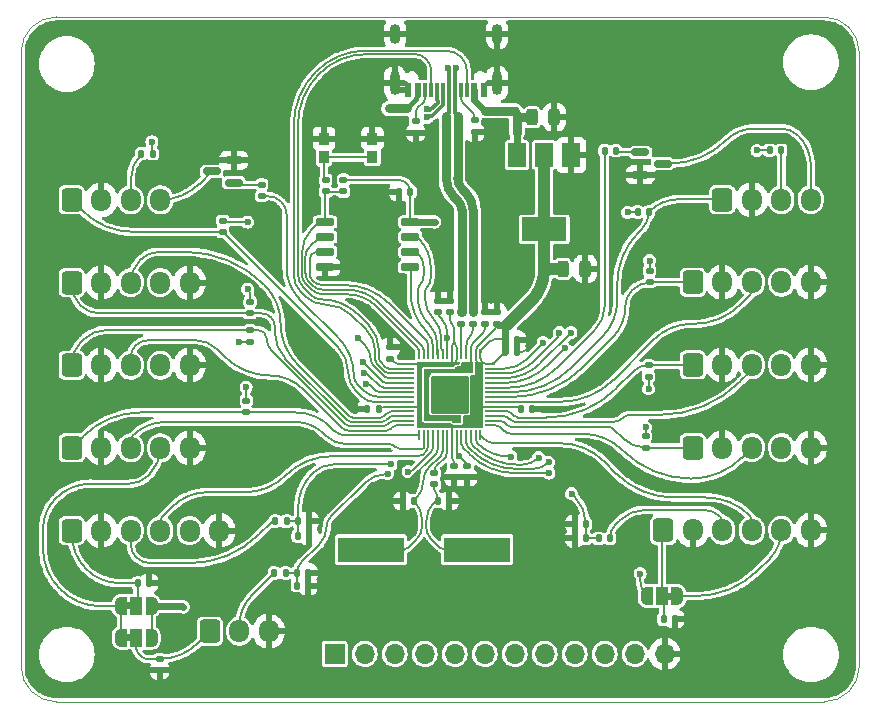
<source format=gbr>
%TF.GenerationSoftware,KiCad,Pcbnew,(6.0.8)*%
%TF.CreationDate,2023-02-03T15:48:25-08:00*%
%TF.ProjectId,RP2040_minimal,52503230-3430-45f6-9d69-6e696d616c2e,REV1*%
%TF.SameCoordinates,Original*%
%TF.FileFunction,Copper,L1,Top*%
%TF.FilePolarity,Positive*%
%FSLAX46Y46*%
G04 Gerber Fmt 4.6, Leading zero omitted, Abs format (unit mm)*
G04 Created by KiCad (PCBNEW (6.0.8)) date 2023-02-03 15:48:25*
%MOMM*%
%LPD*%
G01*
G04 APERTURE LIST*
G04 Aperture macros list*
%AMRoundRect*
0 Rectangle with rounded corners*
0 $1 Rounding radius*
0 $2 $3 $4 $5 $6 $7 $8 $9 X,Y pos of 4 corners*
0 Add a 4 corners polygon primitive as box body*
4,1,4,$2,$3,$4,$5,$6,$7,$8,$9,$2,$3,0*
0 Add four circle primitives for the rounded corners*
1,1,$1+$1,$2,$3*
1,1,$1+$1,$4,$5*
1,1,$1+$1,$6,$7*
1,1,$1+$1,$8,$9*
0 Add four rect primitives between the rounded corners*
20,1,$1+$1,$2,$3,$4,$5,0*
20,1,$1+$1,$4,$5,$6,$7,0*
20,1,$1+$1,$6,$7,$8,$9,0*
20,1,$1+$1,$8,$9,$2,$3,0*%
%AMFreePoly0*
4,1,22,0.550000,-0.750000,0.000000,-0.750000,0.000000,-0.745033,-0.079941,-0.743568,-0.215256,-0.701293,-0.333266,-0.622738,-0.424486,-0.514219,-0.481581,-0.384460,-0.499164,-0.250000,-0.500000,-0.250000,-0.500000,0.250000,-0.499164,0.250000,-0.499963,0.256109,-0.478152,0.396186,-0.417904,0.524511,-0.324060,0.630769,-0.204165,0.706417,-0.067858,0.745374,0.000000,0.744959,0.000000,0.750000,
0.550000,0.750000,0.550000,-0.750000,0.550000,-0.750000,$1*%
%AMFreePoly1*
4,1,20,0.000000,0.744959,0.073905,0.744508,0.209726,0.703889,0.328688,0.626782,0.421226,0.519385,0.479903,0.390333,0.500000,0.250000,0.500000,-0.250000,0.499851,-0.262216,0.476331,-0.402017,0.414519,-0.529596,0.319384,-0.634700,0.198574,-0.708877,0.061801,-0.746166,0.000000,-0.745033,0.000000,-0.750000,-0.550000,-0.750000,-0.550000,0.750000,0.000000,0.750000,0.000000,0.744959,
0.000000,0.744959,$1*%
G04 Aperture macros list end*
%TA.AperFunction,Profile*%
%ADD10C,0.010000*%
%TD*%
%TA.AperFunction,SMDPad,CuDef*%
%ADD11R,0.600000X1.160000*%
%TD*%
%TA.AperFunction,SMDPad,CuDef*%
%ADD12R,0.300000X1.160000*%
%TD*%
%TA.AperFunction,ComponentPad*%
%ADD13O,0.900000X2.000000*%
%TD*%
%TA.AperFunction,ComponentPad*%
%ADD14O,0.900000X1.700000*%
%TD*%
%TA.AperFunction,SMDPad,CuDef*%
%ADD15RoundRect,0.243750X-0.243750X-0.456250X0.243750X-0.456250X0.243750X0.456250X-0.243750X0.456250X0*%
%TD*%
%TA.AperFunction,SMDPad,CuDef*%
%ADD16RoundRect,0.147500X0.172500X-0.147500X0.172500X0.147500X-0.172500X0.147500X-0.172500X-0.147500X0*%
%TD*%
%TA.AperFunction,SMDPad,CuDef*%
%ADD17RoundRect,0.147500X0.147500X0.172500X-0.147500X0.172500X-0.147500X-0.172500X0.147500X-0.172500X0*%
%TD*%
%TA.AperFunction,SMDPad,CuDef*%
%ADD18RoundRect,0.147500X-0.172500X0.147500X-0.172500X-0.147500X0.172500X-0.147500X0.172500X0.147500X0*%
%TD*%
%TA.AperFunction,SMDPad,CuDef*%
%ADD19R,1.500000X2.000000*%
%TD*%
%TA.AperFunction,SMDPad,CuDef*%
%ADD20R,3.800000X2.000000*%
%TD*%
%TA.AperFunction,SMDPad,CuDef*%
%ADD21RoundRect,0.150000X-0.650000X-0.150000X0.650000X-0.150000X0.650000X0.150000X-0.650000X0.150000X0*%
%TD*%
%TA.AperFunction,SMDPad,CuDef*%
%ADD22RoundRect,0.147500X-0.147500X-0.172500X0.147500X-0.172500X0.147500X0.172500X-0.147500X0.172500X0*%
%TD*%
%TA.AperFunction,SMDPad,CuDef*%
%ADD23RoundRect,0.050000X-0.387500X-0.050000X0.387500X-0.050000X0.387500X0.050000X-0.387500X0.050000X0*%
%TD*%
%TA.AperFunction,SMDPad,CuDef*%
%ADD24RoundRect,0.050000X-0.050000X-0.387500X0.050000X-0.387500X0.050000X0.387500X-0.050000X0.387500X0*%
%TD*%
%TA.AperFunction,ComponentPad*%
%ADD25C,0.600000*%
%TD*%
%TA.AperFunction,SMDPad,CuDef*%
%ADD26RoundRect,0.144000X-1.456000X-1.456000X1.456000X-1.456000X1.456000X1.456000X-1.456000X1.456000X0*%
%TD*%
%TA.AperFunction,SMDPad,CuDef*%
%ADD27R,5.600000X2.100000*%
%TD*%
%TA.AperFunction,ComponentPad*%
%ADD28RoundRect,0.250000X-0.600000X-0.725000X0.600000X-0.725000X0.600000X0.725000X-0.600000X0.725000X0*%
%TD*%
%TA.AperFunction,ComponentPad*%
%ADD29O,1.700000X1.950000*%
%TD*%
%TA.AperFunction,SMDPad,CuDef*%
%ADD30RoundRect,0.140000X-0.140000X-0.170000X0.140000X-0.170000X0.140000X0.170000X-0.140000X0.170000X0*%
%TD*%
%TA.AperFunction,SMDPad,CuDef*%
%ADD31RoundRect,0.140000X0.140000X0.170000X-0.140000X0.170000X-0.140000X-0.170000X0.140000X-0.170000X0*%
%TD*%
%TA.AperFunction,SMDPad,CuDef*%
%ADD32RoundRect,0.140000X0.170000X-0.140000X0.170000X0.140000X-0.170000X0.140000X-0.170000X-0.140000X0*%
%TD*%
%TA.AperFunction,SMDPad,CuDef*%
%ADD33RoundRect,0.150000X-0.587500X-0.150000X0.587500X-0.150000X0.587500X0.150000X-0.587500X0.150000X0*%
%TD*%
%TA.AperFunction,ComponentPad*%
%ADD34R,1.700000X1.700000*%
%TD*%
%TA.AperFunction,ComponentPad*%
%ADD35O,1.700000X1.700000*%
%TD*%
%TA.AperFunction,SMDPad,CuDef*%
%ADD36RoundRect,0.140000X-0.170000X0.140000X-0.170000X-0.140000X0.170000X-0.140000X0.170000X0.140000X0*%
%TD*%
%TA.AperFunction,SMDPad,CuDef*%
%ADD37FreePoly0,180.000000*%
%TD*%
%TA.AperFunction,SMDPad,CuDef*%
%ADD38R,1.000000X1.500000*%
%TD*%
%TA.AperFunction,SMDPad,CuDef*%
%ADD39FreePoly1,180.000000*%
%TD*%
%TA.AperFunction,SMDPad,CuDef*%
%ADD40R,0.900000X1.000000*%
%TD*%
%TA.AperFunction,SMDPad,CuDef*%
%ADD41FreePoly0,0.000000*%
%TD*%
%TA.AperFunction,SMDPad,CuDef*%
%ADD42FreePoly1,0.000000*%
%TD*%
%TA.AperFunction,SMDPad,CuDef*%
%ADD43RoundRect,0.135000X-0.185000X0.135000X-0.185000X-0.135000X0.185000X-0.135000X0.185000X0.135000X0*%
%TD*%
%TA.AperFunction,SMDPad,CuDef*%
%ADD44RoundRect,0.150000X0.587500X0.150000X-0.587500X0.150000X-0.587500X-0.150000X0.587500X-0.150000X0*%
%TD*%
%TA.AperFunction,ViaPad*%
%ADD45C,0.600000*%
%TD*%
%TA.AperFunction,Conductor*%
%ADD46C,0.150000*%
%TD*%
%TA.AperFunction,Conductor*%
%ADD47C,0.800000*%
%TD*%
%TA.AperFunction,Conductor*%
%ADD48C,0.200000*%
%TD*%
%TA.AperFunction,Conductor*%
%ADD49C,1.000000*%
%TD*%
%TA.AperFunction,Conductor*%
%ADD50C,0.600000*%
%TD*%
%TA.AperFunction,Conductor*%
%ADD51C,0.400000*%
%TD*%
%TA.AperFunction,Conductor*%
%ADD52C,0.300000*%
%TD*%
G04 APERTURE END LIST*
D10*
X63711300Y-123000000D02*
G75*
G03*
X66711320Y-126000000I3000000J0D01*
G01*
X63711320Y-123000000D02*
X63711320Y-71010000D01*
X66711320Y-126000000D02*
X131690000Y-126000000D01*
X134690000Y-71010000D02*
X134690000Y-123000000D01*
X134690000Y-71010000D02*
G75*
G03*
X131690000Y-68010000I-3000000J0D01*
G01*
X131690000Y-126000000D02*
G75*
G03*
X134690000Y-123000000I0J3000000D01*
G01*
X66711320Y-68010020D02*
G75*
G03*
X63711320Y-71010000I-20J-2999980D01*
G01*
X66711320Y-68010000D02*
X131690000Y-68010000D01*
%TO.C,JP1*%
G36*
X118890000Y-117350000D02*
G01*
X118390000Y-117350000D01*
X118390000Y-116750000D01*
X118890000Y-116750000D01*
X118890000Y-117350000D01*
G37*
%TO.C,JP2*%
G36*
X73070000Y-118170000D02*
G01*
X72570000Y-118170000D01*
X72570000Y-117570000D01*
X73070000Y-117570000D01*
X73070000Y-118170000D01*
G37*
%TO.C,JP3*%
G36*
X73070000Y-120870000D02*
G01*
X72570000Y-120870000D01*
X72570000Y-120270000D01*
X73070000Y-120270000D01*
X73070000Y-120870000D01*
G37*
%TD*%
D11*
%TO.P,J1,A1,GND*%
%TO.N,GND*%
X102900000Y-74210000D03*
%TO.P,J1,A4,VBUS*%
%TO.N,VBUS*%
X102100000Y-74210000D03*
D12*
%TO.P,J1,A5,CC1*%
%TO.N,Net-(J1-PadA5)*%
X100950000Y-74210000D03*
%TO.P,J1,A6,D+*%
%TO.N,/USB_D+*%
X99950000Y-74210000D03*
%TO.P,J1,A7,D-*%
%TO.N,/USB_D-*%
X99450000Y-74210000D03*
%TO.P,J1,A8,SBU1*%
%TO.N,/UART_TX*%
X98450000Y-74210000D03*
D11*
%TO.P,J1,A9,VBUS*%
%TO.N,VBUS*%
X97300000Y-74210000D03*
%TO.P,J1,A12,GND*%
%TO.N,GND*%
X96500000Y-74210000D03*
%TO.P,J1,B1,GND*%
X96500000Y-74210000D03*
%TO.P,J1,B4,VBUS*%
%TO.N,VBUS*%
X97300000Y-74210000D03*
D12*
%TO.P,J1,B5,CC2*%
%TO.N,Net-(J1-PadB5)*%
X97950000Y-74210000D03*
%TO.P,J1,B6,D+*%
%TO.N,/USB_D+*%
X98950000Y-74210000D03*
%TO.P,J1,B7,D-*%
%TO.N,/USB_D-*%
X100450000Y-74210000D03*
%TO.P,J1,B8,SBU2*%
%TO.N,/UART_RX*%
X101450000Y-74210000D03*
D11*
%TO.P,J1,B9,VBUS*%
%TO.N,VBUS*%
X102100000Y-74210000D03*
%TO.P,J1,B12,GND*%
%TO.N,GND*%
X102900000Y-74210000D03*
D13*
%TO.P,J1,S1,SHIELD*%
X95380000Y-73630000D03*
X104020000Y-73630000D03*
D14*
X104020000Y-69460000D03*
X95380000Y-69460000D03*
%TD*%
D15*
%TO.P,C4,1*%
%TO.N,+3V3*%
X109622500Y-89350000D03*
%TO.P,C4,2*%
%TO.N,GND*%
X111497500Y-89350000D03*
%TD*%
D16*
%TO.P,C10,1*%
%TO.N,+3V3*%
X104000000Y-94000000D03*
%TO.P,C10,2*%
%TO.N,GND*%
X104000000Y-93030000D03*
%TD*%
%TO.P,C8,1*%
%TO.N,+1V1*%
X103000000Y-94000000D03*
%TO.P,C8,2*%
%TO.N,GND*%
X103000000Y-93030000D03*
%TD*%
D17*
%TO.P,C13,1*%
%TO.N,+3V3*%
X94000000Y-101200000D03*
%TO.P,C13,2*%
%TO.N,GND*%
X93030000Y-101200000D03*
%TD*%
%TO.P,C5,1*%
%TO.N,+3V3*%
X96670000Y-82830000D03*
%TO.P,C5,2*%
%TO.N,GND*%
X95700000Y-82830000D03*
%TD*%
D18*
%TO.P,R2,1*%
%TO.N,+3V3*%
X91010000Y-81815000D03*
%TO.P,R2,2*%
%TO.N,/QSPI_SS*%
X91010000Y-82785000D03*
%TD*%
D19*
%TO.P,U1,1,GND*%
%TO.N,GND*%
X110300000Y-79700000D03*
%TO.P,U1,2,VO*%
%TO.N,+3V3*%
X108000000Y-79700000D03*
D20*
X108000000Y-86000000D03*
D19*
%TO.P,U1,3,VI*%
%TO.N,VBUS*%
X105700000Y-79700000D03*
%TD*%
D21*
%TO.P,U2,1,~{CS}*%
%TO.N,/QSPI_SS*%
X89450000Y-85370000D03*
%TO.P,U2,2,DO(IO1)*%
%TO.N,/QSPI_SD1*%
X89450000Y-86640000D03*
%TO.P,U2,3,IO2*%
%TO.N,/QSPI_SD2*%
X89450000Y-87910000D03*
%TO.P,U2,4,GND*%
%TO.N,GND*%
X89450000Y-89180000D03*
%TO.P,U2,5,DI(IO0)*%
%TO.N,/QSPI_SD0*%
X96650000Y-89180000D03*
%TO.P,U2,6,CLK*%
%TO.N,/QSPI_SCLK*%
X96650000Y-87910000D03*
%TO.P,U2,7,IO3*%
%TO.N,/QSPI_SD3*%
X96650000Y-86640000D03*
%TO.P,U2,8,VCC*%
%TO.N,+3V3*%
X96650000Y-85370000D03*
%TD*%
D22*
%TO.P,C3,1*%
%TO.N,Net-(C3-Pad1)*%
X99000000Y-109000000D03*
%TO.P,C3,2*%
%TO.N,GND*%
X99970000Y-109000000D03*
%TD*%
D16*
%TO.P,R1,1*%
%TO.N,/QSPI_SS*%
X89510000Y-82785000D03*
%TO.P,R1,2*%
%TO.N,/~{USB_BOOT}*%
X89510000Y-81815000D03*
%TD*%
%TO.P,C9,1*%
%TO.N,+3V3*%
X100000000Y-93000000D03*
%TO.P,C9,2*%
%TO.N,GND*%
X100000000Y-92030000D03*
%TD*%
D22*
%TO.P,C12,1*%
%TO.N,+3V3*%
X106000000Y-101200000D03*
%TO.P,C12,2*%
%TO.N,GND*%
X106970000Y-101200000D03*
%TD*%
D18*
%TO.P,C14,1*%
%TO.N,+3V3*%
X100381000Y-106000000D03*
%TO.P,C14,2*%
%TO.N,GND*%
X100381000Y-106970000D03*
%TD*%
%TO.P,R3,1*%
%TO.N,/USB_D+*%
X101000000Y-93030000D03*
%TO.P,R3,2*%
%TO.N,Net-(R3-Pad2)*%
X101000000Y-94000000D03*
%TD*%
%TO.P,C7,1*%
%TO.N,+1V1*%
X101500000Y-106000000D03*
%TO.P,C7,2*%
%TO.N,GND*%
X101500000Y-106970000D03*
%TD*%
D15*
%TO.P,C1,1*%
%TO.N,VBUS*%
X107000000Y-76500000D03*
%TO.P,C1,2*%
%TO.N,GND*%
X108875000Y-76500000D03*
%TD*%
D16*
%TO.P,C11,1*%
%TO.N,+3V3*%
X94980000Y-96940000D03*
%TO.P,C11,2*%
%TO.N,GND*%
X94980000Y-95970000D03*
%TD*%
D22*
%TO.P,C16,1*%
%TO.N,+3V3*%
X104700000Y-95350000D03*
%TO.P,C16,2*%
%TO.N,GND*%
X105670000Y-95350000D03*
%TD*%
D23*
%TO.P,U3,1,IOVDD*%
%TO.N,+3V3*%
X96562500Y-97400000D03*
%TO.P,U3,2,GPIO0*%
%TO.N,/UART_TX*%
X96562500Y-97800000D03*
%TO.P,U3,3,GPIO1*%
%TO.N,/UART_RX*%
X96562500Y-98200000D03*
%TO.P,U3,4,GPIO2*%
%TO.N,/GPIO2*%
X96562500Y-98600000D03*
%TO.P,U3,5,GPIO3*%
%TO.N,/GPIO3*%
X96562500Y-99000000D03*
%TO.P,U3,6,GPIO4*%
%TO.N,/GPIO4*%
X96562500Y-99400000D03*
%TO.P,U3,7,GPIO5*%
%TO.N,/GPIO5*%
X96562500Y-99800000D03*
%TO.P,U3,8,GPIO6*%
%TO.N,/STAB_R_LED*%
X96562500Y-100200000D03*
%TO.P,U3,9,GPIO7*%
%TO.N,/STAB_R_SW*%
X96562500Y-100600000D03*
%TO.P,U3,10,IOVDD*%
%TO.N,+3V3*%
X96562500Y-101000000D03*
%TO.P,U3,11,GPIO8*%
%TO.N,/BTN_R1_RGB*%
X96562500Y-101400000D03*
%TO.P,U3,12,GPIO9*%
%TO.N,/BTN_R1_SW*%
X96562500Y-101800000D03*
%TO.P,U3,13,GPIO10*%
%TO.N,/BTN_R2_SW*%
X96562500Y-102200000D03*
%TO.P,U3,14,GPIO11*%
%TO.N,/BTN_R2_RGB*%
X96562500Y-102600000D03*
D24*
%TO.P,U3,15,GPIO12*%
%TO.N,/BTN_R3_SW*%
X97400000Y-103437500D03*
%TO.P,U3,16,GPIO13*%
%TO.N,/BTN_R3_RGB*%
X97800000Y-103437500D03*
%TO.P,U3,17,GPIO14*%
%TO.N,/WAD_R_RGB*%
X98200000Y-103437500D03*
%TO.P,U3,18,GPIO15*%
%TO.N,/GPIO15*%
X98600000Y-103437500D03*
%TO.P,U3,19,TESTEN*%
%TO.N,GND*%
X99000000Y-103437500D03*
%TO.P,U3,20,XIN*%
%TO.N,/XIN*%
X99400000Y-103437500D03*
%TO.P,U3,21,XOUT*%
%TO.N,/XOUT*%
X99800000Y-103437500D03*
%TO.P,U3,22,IOVDD*%
%TO.N,+3V3*%
X100200000Y-103437500D03*
%TO.P,U3,23,DVDD*%
%TO.N,+1V1*%
X100600000Y-103437500D03*
%TO.P,U3,24,SWCLK*%
%TO.N,/SWCLK*%
X101000000Y-103437500D03*
%TO.P,U3,25,SWD*%
%TO.N,/SWD*%
X101400000Y-103437500D03*
%TO.P,U3,26,RUN*%
%TO.N,/RUN*%
X101800000Y-103437500D03*
%TO.P,U3,27,GPIO16*%
%TO.N,/GPIO16*%
X102200000Y-103437500D03*
%TO.P,U3,28,GPIO17*%
%TO.N,/WAD_L_RGB*%
X102600000Y-103437500D03*
D23*
%TO.P,U3,29,GPIO18*%
%TO.N,/BTN_L3_RGB*%
X103437500Y-102600000D03*
%TO.P,U3,30,GPIO19*%
%TO.N,/BTN_L3_SW*%
X103437500Y-102200000D03*
%TO.P,U3,31,GPIO20*%
%TO.N,/BTN_L2_RGB*%
X103437500Y-101800000D03*
%TO.P,U3,32,GPIO21*%
%TO.N,/BTN_L2_SW*%
X103437500Y-101400000D03*
%TO.P,U3,33,IOVDD*%
%TO.N,+3V3*%
X103437500Y-101000000D03*
%TO.P,U3,34,GPIO22*%
%TO.N,/BTN_L1_RGB*%
X103437500Y-100600000D03*
%TO.P,U3,35,GPIO23*%
%TO.N,/BTN_L1_SW*%
X103437500Y-100200000D03*
%TO.P,U3,36,GPIO24*%
%TO.N,/STAB_L_SW*%
X103437500Y-99800000D03*
%TO.P,U3,37,GPIO25*%
%TO.N,/STAB_L_LED*%
X103437500Y-99400000D03*
%TO.P,U3,38,GPIO26_ADC0*%
%TO.N,/LEVER*%
X103437500Y-99000000D03*
%TO.P,U3,39,GPIO27_ADC1*%
%TO.N,/WAD_L*%
X103437500Y-98600000D03*
%TO.P,U3,40,GPIO28_ADC2*%
%TO.N,/WAD_R*%
X103437500Y-98200000D03*
%TO.P,U3,41,GPIO29_ADC3*%
%TO.N,/GPIO29_ADC3*%
X103437500Y-97800000D03*
%TO.P,U3,42,IOVDD*%
%TO.N,+3V3*%
X103437500Y-97400000D03*
D24*
%TO.P,U3,43,ADC_AVDD*%
X102600000Y-96562500D03*
%TO.P,U3,44,VREG_IN*%
X102200000Y-96562500D03*
%TO.P,U3,45,VREG_VOUT*%
%TO.N,+1V1*%
X101800000Y-96562500D03*
%TO.P,U3,46,USB_DM*%
%TO.N,Net-(R4-Pad2)*%
X101400000Y-96562500D03*
%TO.P,U3,47,USB_DP*%
%TO.N,Net-(R3-Pad2)*%
X101000000Y-96562500D03*
%TO.P,U3,48,USB_VDD*%
%TO.N,+3V3*%
X100600000Y-96562500D03*
%TO.P,U3,49,IOVDD*%
X100200000Y-96562500D03*
%TO.P,U3,50,DVDD*%
%TO.N,+1V1*%
X99800000Y-96562500D03*
%TO.P,U3,51,QSPI_SD3*%
%TO.N,/QSPI_SD3*%
X99400000Y-96562500D03*
%TO.P,U3,52,QSPI_SCLK*%
%TO.N,/QSPI_SCLK*%
X99000000Y-96562500D03*
%TO.P,U3,53,QSPI_SD0*%
%TO.N,/QSPI_SD0*%
X98600000Y-96562500D03*
%TO.P,U3,54,QSPI_SD2*%
%TO.N,/QSPI_SD2*%
X98200000Y-96562500D03*
%TO.P,U3,55,QSPI_SD1*%
%TO.N,/QSPI_SD1*%
X97800000Y-96562500D03*
%TO.P,U3,56,QSPI_SS*%
%TO.N,/QSPI_SS*%
X97400000Y-96562500D03*
D25*
%TO.P,U3,57,GND*%
%TO.N,GND*%
X98725000Y-100000000D03*
X101275000Y-101275000D03*
X100000000Y-98725000D03*
X100000000Y-100000000D03*
X100000000Y-101275000D03*
X101275000Y-98725000D03*
X101275000Y-100000000D03*
X98725000Y-98725000D03*
X98725000Y-101275000D03*
D26*
X100000000Y-100000000D03*
%TD*%
D17*
%TO.P,C2,1*%
%TO.N,/XIN*%
X97000000Y-109000000D03*
%TO.P,C2,2*%
%TO.N,GND*%
X96030000Y-109000000D03*
%TD*%
D18*
%TO.P,R4,1*%
%TO.N,/USB_D-*%
X102000000Y-93030000D03*
%TO.P,R4,2*%
%TO.N,Net-(R4-Pad2)*%
X102000000Y-94000000D03*
%TD*%
D16*
%TO.P,C6,1*%
%TO.N,+1V1*%
X99000000Y-93000000D03*
%TO.P,C6,2*%
%TO.N,GND*%
X99000000Y-92030000D03*
%TD*%
D22*
%TO.P,C15,1*%
%TO.N,+3V3*%
X104700000Y-96390000D03*
%TO.P,C15,2*%
%TO.N,GND*%
X105670000Y-96390000D03*
%TD*%
D18*
%TO.P,R5,1*%
%TO.N,/XOUT*%
X98700000Y-106630000D03*
%TO.P,R5,2*%
%TO.N,Net-(C3-Pad1)*%
X98700000Y-107600000D03*
%TD*%
D27*
%TO.P,Y1,1,1*%
%TO.N,/XIN*%
X93341000Y-113116000D03*
%TO.P,Y1,2,2*%
%TO.N,Net-(C3-Pad1)*%
X102341000Y-113116000D03*
%TD*%
D28*
%TO.P,J12,1,Pin_1*%
%TO.N,/BTN_R3_SW*%
X68000000Y-104500000D03*
D29*
%TO.P,J12,2,Pin_2*%
%TO.N,GND*%
X70500000Y-104500000D03*
%TO.P,J12,3,Pin_3*%
%TO.N,/BTN_R3_RGB*%
X73000000Y-104500000D03*
%TO.P,J12,4,Pin_4*%
%TO.N,VBUS*%
X75500000Y-104500000D03*
%TO.P,J12,5,Pin_5*%
%TO.N,GND*%
X78000000Y-104500000D03*
%TD*%
D28*
%TO.P,J3,1,Pin_1*%
%TO.N,Net-(C17-Pad1)*%
X118090000Y-111475000D03*
D29*
%TO.P,J3,2,Pin_2*%
%TO.N,GND*%
X120590000Y-111475000D03*
%TO.P,J3,3,Pin_3*%
%TO.N,Net-(J3-Pad3)*%
X123090000Y-111475000D03*
%TO.P,J3,4,Pin_4*%
%TO.N,/WAD_L_RGB*%
X125590000Y-111475000D03*
%TO.P,J3,5,Pin_5*%
%TO.N,VBUS*%
X128090000Y-111475000D03*
%TO.P,J3,6,Pin_6*%
%TO.N,GND*%
X130590000Y-111475000D03*
%TD*%
D30*
%TO.P,C20,1*%
%TO.N,Net-(C20-Pad1)*%
X73580000Y-115950000D03*
%TO.P,C20,2*%
%TO.N,GND*%
X74540000Y-115950000D03*
%TD*%
D31*
%TO.P,R24,1*%
%TO.N,VBUS*%
X74870000Y-79600000D03*
%TO.P,R24,2*%
%TO.N,Net-(J13-Pad3)*%
X73910000Y-79600000D03*
%TD*%
D30*
%TO.P,R12,1*%
%TO.N,Net-(J7-Pad2)*%
X85150000Y-115090000D03*
%TO.P,R12,2*%
%TO.N,/LEVER*%
X86110000Y-115090000D03*
%TD*%
D32*
%TO.P,R19,1*%
%TO.N,+3V3*%
X116840000Y-98480000D03*
%TO.P,R19,2*%
%TO.N,/BTN_L2_SW*%
X116840000Y-97520000D03*
%TD*%
D33*
%TO.P,Q1,1,B*%
%TO.N,Net-(Q1-Pad1)*%
X116152500Y-79475000D03*
%TO.P,Q1,2,E*%
%TO.N,GND*%
X116152500Y-81375000D03*
%TO.P,Q1,3,C*%
%TO.N,Net-(J8-Pad4)*%
X118027500Y-80425000D03*
%TD*%
D34*
%TO.P,J14,1,Pin_1*%
%TO.N,+3V3*%
X90265000Y-121950000D03*
D35*
%TO.P,J14,2,Pin_2*%
%TO.N,/GPIO2*%
X92805000Y-121950000D03*
%TO.P,J14,3,Pin_3*%
%TO.N,/GPIO3*%
X95345000Y-121950000D03*
%TO.P,J14,4,Pin_4*%
%TO.N,/GPIO4*%
X97885000Y-121950000D03*
%TO.P,J14,5,Pin_5*%
%TO.N,/GPIO5*%
X100425000Y-121950000D03*
%TO.P,J14,6,Pin_6*%
%TO.N,/GPIO15*%
X102965000Y-121950000D03*
%TO.P,J14,7,Pin_7*%
%TO.N,/GPIO16*%
X105505000Y-121950000D03*
%TO.P,J14,8,Pin_8*%
%TO.N,/GPIO29_ADC3*%
X108045000Y-121950000D03*
%TO.P,J14,9,Pin_9*%
%TO.N,/RUN*%
X110585000Y-121950000D03*
%TO.P,J14,10,Pin_10*%
%TO.N,/SWCLK*%
X113125000Y-121950000D03*
%TO.P,J14,11,Pin_11*%
%TO.N,/SWD*%
X115665000Y-121950000D03*
%TO.P,J14,12,Pin_12*%
%TO.N,GND*%
X118205000Y-121950000D03*
%TD*%
D28*
%TO.P,J8,1,Pin_1*%
%TO.N,/STAB_L_SW*%
X123090000Y-83475000D03*
D29*
%TO.P,J8,2,Pin_2*%
%TO.N,GND*%
X125590000Y-83475000D03*
%TO.P,J8,3,Pin_3*%
%TO.N,Net-(J8-Pad3)*%
X128090000Y-83475000D03*
%TO.P,J8,4,Pin_4*%
%TO.N,Net-(J8-Pad4)*%
X130590000Y-83475000D03*
%TD*%
D32*
%TO.P,R21,1*%
%TO.N,/STAB_R_LED*%
X84090000Y-83180000D03*
%TO.P,R21,2*%
%TO.N,Net-(Q2-Pad1)*%
X84090000Y-82220000D03*
%TD*%
D31*
%TO.P,R9,1*%
%TO.N,/WAD_L*%
X111540000Y-112150000D03*
%TO.P,R9,2*%
%TO.N,GND*%
X110580000Y-112150000D03*
%TD*%
D36*
%TO.P,R23,1*%
%TO.N,+3V3*%
X82770000Y-100500000D03*
%TO.P,R23,2*%
%TO.N,/BTN_R3_SW*%
X82770000Y-101460000D03*
%TD*%
D31*
%TO.P,C18,1*%
%TO.N,/WAD_L*%
X111540000Y-110950000D03*
%TO.P,C18,2*%
%TO.N,GND*%
X110580000Y-110950000D03*
%TD*%
D37*
%TO.P,JP1,1,A*%
%TO.N,VBUS*%
X119290000Y-117050000D03*
D38*
%TO.P,JP1,2,C*%
%TO.N,Net-(C17-Pad1)*%
X117990000Y-117050000D03*
D39*
%TO.P,JP1,3,B*%
%TO.N,+3V3*%
X116690000Y-117050000D03*
%TD*%
D28*
%TO.P,J7,1,Pin_1*%
%TO.N,Net-(C23-Pad1)*%
X79690000Y-120025000D03*
D29*
%TO.P,J7,2,Pin_2*%
%TO.N,Net-(J7-Pad2)*%
X82190000Y-120025000D03*
%TO.P,J7,3,Pin_3*%
%TO.N,GND*%
X84690000Y-120025000D03*
%TD*%
D40*
%TO.P,SW1,1,1*%
%TO.N,GND*%
X93460000Y-78310000D03*
X89360000Y-78310000D03*
%TO.P,SW1,2,2*%
%TO.N,/~{USB_BOOT}*%
X93460000Y-79910000D03*
X89360000Y-79910000D03*
%TD*%
D41*
%TO.P,JP2,1,A*%
%TO.N,VBUS*%
X72170000Y-117870000D03*
D38*
%TO.P,JP2,2,C*%
%TO.N,Net-(C20-Pad1)*%
X73470000Y-117870000D03*
D42*
%TO.P,JP2,3,B*%
%TO.N,+3V3*%
X74770000Y-117870000D03*
%TD*%
D36*
%TO.P,R22,1*%
%TO.N,+3V3*%
X116590000Y-103510000D03*
%TO.P,R22,2*%
%TO.N,/BTN_L3_SW*%
X116590000Y-104470000D03*
%TD*%
D28*
%TO.P,J6,1,Pin_1*%
%TO.N,/BTN_R1_SW*%
X68000000Y-90500000D03*
D29*
%TO.P,J6,2,Pin_2*%
%TO.N,GND*%
X70500000Y-90500000D03*
%TO.P,J6,3,Pin_3*%
%TO.N,/BTN_R1_RGB*%
X73000000Y-90500000D03*
%TO.P,J6,4,Pin_4*%
%TO.N,VBUS*%
X75500000Y-90500000D03*
%TO.P,J6,5,Pin_5*%
%TO.N,GND*%
X78000000Y-90500000D03*
%TD*%
D43*
%TO.P,R7,1*%
%TO.N,Net-(J1-PadB5)*%
X97130000Y-76800000D03*
%TO.P,R7,2*%
%TO.N,GND*%
X97130000Y-77820000D03*
%TD*%
D30*
%TO.P,C21,1*%
%TO.N,/WAD_R*%
X87140000Y-111960000D03*
%TO.P,C21,2*%
%TO.N,GND*%
X88100000Y-111960000D03*
%TD*%
%TO.P,C24,1*%
%TO.N,/LEVER*%
X87060000Y-116170000D03*
%TO.P,C24,2*%
%TO.N,GND*%
X88020000Y-116170000D03*
%TD*%
%TO.P,R18,1*%
%TO.N,+3V3*%
X115910000Y-84530000D03*
%TO.P,R18,2*%
%TO.N,/STAB_L_SW*%
X116870000Y-84530000D03*
%TD*%
D36*
%TO.P,R25,1*%
%TO.N,+3V3*%
X80800000Y-85280000D03*
%TO.P,R25,2*%
%TO.N,/STAB_R_SW*%
X80800000Y-86240000D03*
%TD*%
%TO.P,C23,1*%
%TO.N,Net-(C23-Pad1)*%
X75440000Y-122370000D03*
%TO.P,C23,2*%
%TO.N,GND*%
X75440000Y-123330000D03*
%TD*%
D30*
%TO.P,R16,1*%
%TO.N,/STAB_L_LED*%
X113120000Y-79325000D03*
%TO.P,R16,2*%
%TO.N,Net-(Q1-Pad1)*%
X114080000Y-79325000D03*
%TD*%
%TO.P,R17,1*%
%TO.N,VBUS*%
X127110000Y-79300000D03*
%TO.P,R17,2*%
%TO.N,Net-(J8-Pad3)*%
X128070000Y-79300000D03*
%TD*%
D28*
%TO.P,J13,1,Pin_1*%
%TO.N,/STAB_R_SW*%
X68000000Y-83500000D03*
D29*
%TO.P,J13,2,Pin_2*%
%TO.N,GND*%
X70500000Y-83500000D03*
%TO.P,J13,3,Pin_3*%
%TO.N,Net-(J13-Pad3)*%
X73000000Y-83500000D03*
%TO.P,J13,4,Pin_4*%
%TO.N,Net-(J13-Pad4)*%
X75500000Y-83500000D03*
%TD*%
D36*
%TO.P,R15,1*%
%TO.N,+3V3*%
X83100000Y-92140000D03*
%TO.P,R15,2*%
%TO.N,/BTN_R1_SW*%
X83100000Y-93100000D03*
%TD*%
D30*
%TO.P,R11,1*%
%TO.N,/WAD_R*%
X87170000Y-110700000D03*
%TO.P,R11,2*%
%TO.N,GND*%
X88130000Y-110700000D03*
%TD*%
D32*
%TO.P,R20,1*%
%TO.N,+3V3*%
X83100000Y-95500000D03*
%TO.P,R20,2*%
%TO.N,/BTN_R2_SW*%
X83100000Y-94540000D03*
%TD*%
D41*
%TO.P,JP3,1,A*%
%TO.N,VBUS*%
X72170000Y-120570000D03*
D38*
%TO.P,JP3,2,C*%
%TO.N,Net-(C23-Pad1)*%
X73470000Y-120570000D03*
D42*
%TO.P,JP3,3,B*%
%TO.N,+3V3*%
X74770000Y-120570000D03*
%TD*%
D28*
%TO.P,J9,1,Pin_1*%
%TO.N,/BTN_L2_SW*%
X120590000Y-97475000D03*
D29*
%TO.P,J9,2,Pin_2*%
%TO.N,GND*%
X123090000Y-97475000D03*
%TO.P,J9,3,Pin_3*%
%TO.N,/BTN_L2_RGB*%
X125590000Y-97475000D03*
%TO.P,J9,4,Pin_4*%
%TO.N,VBUS*%
X128090000Y-97475000D03*
%TO.P,J9,5,Pin_5*%
%TO.N,GND*%
X130590000Y-97475000D03*
%TD*%
D36*
%TO.P,R14,1*%
%TO.N,+3V3*%
X116930000Y-89500000D03*
%TO.P,R14,2*%
%TO.N,/BTN_L1_SW*%
X116930000Y-90460000D03*
%TD*%
D30*
%TO.P,R10,1*%
%TO.N,Net-(J4-Pad3)*%
X85230000Y-110700000D03*
%TO.P,R10,2*%
%TO.N,/WAD_R*%
X86190000Y-110700000D03*
%TD*%
D28*
%TO.P,J10,1,Pin_1*%
%TO.N,/BTN_R2_SW*%
X68000000Y-97500000D03*
D29*
%TO.P,J10,2,Pin_2*%
%TO.N,GND*%
X70500000Y-97500000D03*
%TO.P,J10,3,Pin_3*%
%TO.N,/BTN_R2_RGB*%
X73000000Y-97500000D03*
%TO.P,J10,4,Pin_4*%
%TO.N,VBUS*%
X75500000Y-97500000D03*
%TO.P,J10,5,Pin_5*%
%TO.N,GND*%
X78000000Y-97500000D03*
%TD*%
D28*
%TO.P,J5,1,Pin_1*%
%TO.N,/BTN_L1_SW*%
X120590000Y-90475000D03*
D29*
%TO.P,J5,2,Pin_2*%
%TO.N,GND*%
X123090000Y-90475000D03*
%TO.P,J5,3,Pin_3*%
%TO.N,/BTN_L1_RGB*%
X125590000Y-90475000D03*
%TO.P,J5,4,Pin_4*%
%TO.N,VBUS*%
X128090000Y-90475000D03*
%TO.P,J5,5,Pin_5*%
%TO.N,GND*%
X130590000Y-90475000D03*
%TD*%
D44*
%TO.P,Q2,1,B*%
%TO.N,Net-(Q2-Pad1)*%
X81727500Y-82050000D03*
%TO.P,Q2,2,E*%
%TO.N,GND*%
X81727500Y-80150000D03*
%TO.P,Q2,3,C*%
%TO.N,Net-(J13-Pad4)*%
X79852500Y-81100000D03*
%TD*%
D28*
%TO.P,J11,1,Pin_1*%
%TO.N,/BTN_L3_SW*%
X120590000Y-104475000D03*
D29*
%TO.P,J11,2,Pin_2*%
%TO.N,GND*%
X123090000Y-104475000D03*
%TO.P,J11,3,Pin_3*%
%TO.N,/BTN_L3_RGB*%
X125590000Y-104475000D03*
%TO.P,J11,4,Pin_4*%
%TO.N,VBUS*%
X128090000Y-104475000D03*
%TO.P,J11,5,Pin_5*%
%TO.N,GND*%
X130590000Y-104475000D03*
%TD*%
D30*
%TO.P,R13,1*%
%TO.N,/LEVER*%
X87080000Y-115080000D03*
%TO.P,R13,2*%
%TO.N,GND*%
X88040000Y-115080000D03*
%TD*%
D43*
%TO.P,R6,1*%
%TO.N,Net-(J1-PadA5)*%
X102120000Y-76770000D03*
%TO.P,R6,2*%
%TO.N,GND*%
X102120000Y-77790000D03*
%TD*%
D31*
%TO.P,R8,1*%
%TO.N,Net-(J3-Pad3)*%
X113570000Y-112160000D03*
%TO.P,R8,2*%
%TO.N,/WAD_L*%
X112610000Y-112160000D03*
%TD*%
D28*
%TO.P,J4,1,Pin_1*%
%TO.N,Net-(C20-Pad1)*%
X68000000Y-111500000D03*
D29*
%TO.P,J4,2,Pin_2*%
%TO.N,GND*%
X70500000Y-111500000D03*
%TO.P,J4,3,Pin_3*%
%TO.N,Net-(J4-Pad3)*%
X73000000Y-111500000D03*
%TO.P,J4,4,Pin_4*%
%TO.N,/WAD_R_RGB*%
X75500000Y-111500000D03*
%TO.P,J4,5,Pin_5*%
%TO.N,VBUS*%
X78000000Y-111500000D03*
%TO.P,J4,6,Pin_6*%
%TO.N,GND*%
X80500000Y-111500000D03*
%TD*%
D30*
%TO.P,C17,1*%
%TO.N,Net-(C17-Pad1)*%
X118110000Y-119000000D03*
%TO.P,C17,2*%
%TO.N,GND*%
X119070000Y-119000000D03*
%TD*%
D45*
%TO.N,GND*%
X99555500Y-106956500D03*
X97890000Y-112900000D03*
X98790000Y-111400000D03*
X120590000Y-125000000D03*
X133590000Y-99000000D03*
X83590000Y-69000000D03*
X64590000Y-103000000D03*
X86590000Y-125000000D03*
X64590000Y-119000000D03*
X109840000Y-93000000D03*
X99090000Y-89000000D03*
X133590000Y-121000000D03*
X77590000Y-69000000D03*
X95087361Y-110738489D03*
X91590000Y-69000000D03*
X96340000Y-115750000D03*
X99090000Y-118250000D03*
X71590000Y-69000000D03*
X64590000Y-101000000D03*
X64590000Y-81000000D03*
X64590000Y-97000000D03*
X64590000Y-107000000D03*
X128590000Y-69000000D03*
X106590000Y-125000000D03*
X64590000Y-87000000D03*
X100762000Y-108988500D03*
X108590000Y-125000000D03*
X112340000Y-93000000D03*
X76590000Y-125000000D03*
X106700000Y-95990000D03*
X126590000Y-69000000D03*
X92000000Y-101200000D03*
X102090000Y-115750000D03*
X68840000Y-116250000D03*
X120590000Y-69000000D03*
X100590000Y-125000000D03*
X85590000Y-69000000D03*
X64590000Y-99000000D03*
X114590000Y-69000000D03*
X94590000Y-125000000D03*
X93590000Y-69000000D03*
X70590000Y-125000000D03*
X64590000Y-89000000D03*
X133590000Y-111000000D03*
X103000000Y-92200000D03*
X64590000Y-85000000D03*
X106590000Y-69000000D03*
X102590000Y-125000000D03*
X87590000Y-69000000D03*
X124590000Y-125000000D03*
X71340000Y-114500000D03*
X122590000Y-69000000D03*
X64590000Y-79000000D03*
X122590000Y-125000000D03*
X108590000Y-69000000D03*
X109840000Y-91250000D03*
X73590000Y-69000000D03*
X133590000Y-93000000D03*
X84590000Y-125000000D03*
X81590000Y-69000000D03*
X104000000Y-92200000D03*
X133590000Y-107000000D03*
X88590000Y-125000000D03*
X102210000Y-69230000D03*
X101340000Y-120000000D03*
X98875099Y-69208944D03*
X82590000Y-125000000D03*
X72590000Y-125000000D03*
X64590000Y-75000000D03*
X66840000Y-118250000D03*
X133590000Y-119000000D03*
X64590000Y-109000000D03*
X91840000Y-89150000D03*
X96590000Y-125000000D03*
X133590000Y-105000000D03*
X133590000Y-103000000D03*
X80590000Y-125000000D03*
X68590000Y-125000000D03*
X70340000Y-119250000D03*
X64590000Y-115000000D03*
X64590000Y-83000000D03*
X102090000Y-118250000D03*
X101500000Y-107782004D03*
X114590000Y-125000000D03*
X105590000Y-91500000D03*
X99000000Y-91200008D03*
X89590000Y-69000000D03*
X112340000Y-91250000D03*
X133590000Y-115000000D03*
X133590000Y-117000000D03*
X133590000Y-75000000D03*
X104590000Y-125000000D03*
X64590000Y-77000000D03*
X110590000Y-125000000D03*
X94980000Y-94940000D03*
X95174000Y-109000000D03*
X79590000Y-69000000D03*
X64590000Y-95000000D03*
X118590000Y-125000000D03*
X108000000Y-101305000D03*
X90590000Y-125000000D03*
X133590000Y-81000000D03*
X103090000Y-89000000D03*
X133590000Y-83000000D03*
X116590000Y-69000000D03*
X78590000Y-125000000D03*
X100090000Y-89000000D03*
X110590000Y-69000000D03*
X133590000Y-89000000D03*
X126590000Y-125000000D03*
X98590000Y-125000000D03*
X133590000Y-85000000D03*
X74590000Y-125000000D03*
X128590000Y-125000000D03*
X92910000Y-89150000D03*
X64590000Y-117000000D03*
X118590000Y-69000000D03*
X64590000Y-113000000D03*
X133590000Y-113000000D03*
X130590000Y-125000000D03*
X100380994Y-107781990D03*
X112590000Y-69000000D03*
X133590000Y-87000000D03*
X75590000Y-69000000D03*
X133590000Y-101000000D03*
X99090000Y-115750000D03*
X133590000Y-77000000D03*
X112590000Y-125000000D03*
X95830283Y-91935493D03*
X133590000Y-97000000D03*
X97380000Y-69190000D03*
X133590000Y-79000000D03*
X93900000Y-89150000D03*
X100590000Y-69230000D03*
X64590000Y-105000000D03*
X106589442Y-88994646D03*
X92590000Y-125000000D03*
X64590000Y-93000000D03*
X124590000Y-69000000D03*
X96800000Y-111400000D03*
X64590000Y-111000000D03*
X64590000Y-121000000D03*
X104250000Y-109930000D03*
X133590000Y-109000000D03*
X116590000Y-125000000D03*
X133590000Y-95000000D03*
X64590000Y-91000000D03*
X133590000Y-91000000D03*
X100000000Y-91200000D03*
%TO.N,VBUS*%
X102970000Y-75940000D03*
X126010000Y-79300000D03*
X104710000Y-75960000D03*
X105530000Y-75960000D03*
X95650000Y-75750000D03*
X94860000Y-75750000D03*
X103790000Y-75940000D03*
X96370000Y-75760000D03*
X74790000Y-78600000D03*
%TO.N,+3V3*%
X116130000Y-115150000D03*
X116930000Y-88650000D03*
X116840000Y-99500000D03*
X82170000Y-95570000D03*
X115070000Y-84550000D03*
X108000000Y-82000000D03*
X108000000Y-84240000D03*
X108000000Y-82690000D03*
X116590000Y-102750000D03*
X108000000Y-81320000D03*
X108000000Y-83420000D03*
X77440000Y-117980000D03*
X82890000Y-85390000D03*
X82900000Y-91040000D03*
X82770000Y-99360000D03*
X98730000Y-85380000D03*
%TO.N,+1V1*%
X99800000Y-95199994D03*
X100700000Y-97900000D03*
X100599970Y-102100000D03*
X100800000Y-105200000D03*
%TO.N,/WAD_L*%
X110330000Y-108390000D03*
X110270000Y-94750000D03*
%TO.N,/WAD_R*%
X95030000Y-105890000D03*
X109290000Y-94750000D03*
%TO.N,/LEVER*%
X94760000Y-106690000D03*
X109738556Y-96058556D03*
%TO.N,/GPIO5*%
X92900786Y-99059214D03*
%TO.N,/GPIO4*%
X92764342Y-98145658D03*
%TO.N,/GPIO3*%
X92639087Y-97243291D03*
%TO.N,/GPIO2*%
X92230000Y-95190000D03*
%TO.N,/GPIO29_ADC3*%
X107910353Y-95600353D03*
%TO.N,/RUN*%
X107540000Y-105320000D03*
%TO.N,/SWD*%
X108380000Y-105730000D03*
%TO.N,/SWCLK*%
X108400000Y-106630000D03*
%TO.N,/USB_D+*%
X98090000Y-75775000D03*
X99825000Y-72360000D03*
%TO.N,/USB_D-*%
X100575000Y-72360000D03*
X98090000Y-76525000D03*
%TO.N,/GPIO16*%
X105190000Y-105240000D03*
%TO.N,/GPIO15*%
X96490000Y-106520000D03*
%TD*%
D46*
%TO.N,/QSPI_SD1*%
X88135904Y-90521640D02*
X88322421Y-90708164D01*
D47*
%TO.N,/USB_D-*%
X101975007Y-84335000D02*
G75*
G03*
X101386862Y-82915112I-2008007J0D01*
G01*
X101072624Y-82600860D02*
G75*
G02*
X100675000Y-81640931I959976J959960D01*
G01*
%TO.N,/USB_D+*%
X100347349Y-83219069D02*
G75*
G02*
X99725000Y-81716641I1502451J1502469D01*
G01*
X100706756Y-83578472D02*
G75*
G02*
X101025000Y-84346843I-768356J-768328D01*
G01*
D48*
%TO.N,/BTN_L1_SW*%
X114890012Y-92443224D02*
G75*
G02*
X113732698Y-95237302I-3951312J-76D01*
G01*
X105172664Y-100199985D02*
G75*
G03*
X111313700Y-97656300I36J8684685D01*
G01*
X115415475Y-91174501D02*
G75*
G03*
X114890000Y-92443224I1268825J-1268699D01*
G01*
X117104246Y-90475018D02*
G75*
G03*
X115415487Y-91174513I-46J-2388182D01*
G01*
X103437500Y-100200000D02*
X105172664Y-100200000D01*
X111313700Y-97656300D02*
X113732698Y-95237302D01*
X117104246Y-90475000D02*
X120590000Y-90475000D01*
D46*
%TO.N,Net-(C3-Pad1)*%
X98031500Y-110674878D02*
X98031495Y-111297160D01*
%TO.N,/XIN*%
X97650500Y-110537446D02*
X97650490Y-111197308D01*
D48*
%TO.N,+3V3*%
X100203576Y-93966068D02*
G75*
G02*
X100350001Y-94319642I-353576J-353532D01*
G01*
X100146461Y-93908967D02*
G75*
G02*
X100000000Y-93555427I353539J353567D01*
G01*
X95660007Y-81820000D02*
G75*
G02*
X96670000Y-82830000I-7J-1010000D01*
G01*
X95660007Y-81820000D02*
X91015000Y-81820000D01*
X91015000Y-81820000D02*
X91010000Y-81815000D01*
%TO.N,/BTN_R1_SW*%
X85210000Y-94269975D02*
X85209997Y-94791165D01*
X85210000Y-94269975D02*
G75*
G03*
X84040028Y-93100000I-1170000J-25D01*
G01*
X85210026Y-94791165D02*
G75*
G03*
X86100116Y-96940116I3039074J-35D01*
G01*
%TO.N,/BTN_R2_SW*%
X84938789Y-96273825D02*
G75*
G02*
X84490004Y-95190214I1083611J1083525D01*
G01*
X84490000Y-95190214D02*
G75*
G03*
X83839798Y-94540000I-650200J14D01*
G01*
X91522133Y-102650006D02*
G75*
G02*
X91168579Y-102503553I-33J499906D01*
G01*
X94766396Y-102503553D02*
X94923501Y-102346447D01*
X94766375Y-102503532D02*
G75*
G02*
X94412842Y-102650000I-353575J353532D01*
G01*
X95277055Y-102199969D02*
G75*
G03*
X94923502Y-102346448I45J-500031D01*
G01*
X83100000Y-94540000D02*
X83839798Y-94540000D01*
X84938820Y-96273794D02*
X91168579Y-102503553D01*
X91522133Y-102650000D02*
X94412842Y-102650000D01*
X95277055Y-102200000D02*
X96562500Y-102200000D01*
%TO.N,/BTN_R1_SW*%
X91667107Y-102299995D02*
G75*
G02*
X91313553Y-102153553I-7J499995D01*
G01*
X94621436Y-102153570D02*
G75*
G02*
X94267867Y-102300000I-353536J353570D01*
G01*
X95182081Y-101799987D02*
G75*
G03*
X94828527Y-101946447I19J-500013D01*
G01*
X83100000Y-93100000D02*
X84040028Y-93100000D01*
X86100116Y-96940116D02*
X91313553Y-102153553D01*
X91667107Y-102300000D02*
X94267867Y-102300000D01*
X94621420Y-102153554D02*
X94828527Y-101946447D01*
X95182081Y-101800000D02*
X96562500Y-101800000D01*
X70298784Y-93100000D02*
X83032893Y-93100000D01*
X68000000Y-90500000D02*
X68000000Y-90653027D01*
X70298784Y-93100010D02*
G75*
G02*
X68747393Y-92457391I16J2194010D01*
G01*
X68747397Y-92457387D02*
G75*
G02*
X68000000Y-90653027I1804403J1804387D01*
G01*
%TO.N,/BTN_R2_RGB*%
X84799033Y-98369972D02*
G75*
G02*
X80942623Y-96772622I-33J5453772D01*
G01*
X84799033Y-98370018D02*
G75*
G02*
X87583225Y-99523225I67J-3937382D01*
G01*
X80296352Y-96126352D02*
X80800011Y-96630010D01*
X74472965Y-95390000D02*
X78518684Y-95390000D01*
X73000000Y-97500000D02*
X73000000Y-96819108D01*
X95507107Y-102600005D02*
G75*
G03*
X95153553Y-102746447I-7J-499995D01*
G01*
X91486894Y-103040000D02*
X94652893Y-103040000D01*
X95006449Y-102893557D02*
G75*
G02*
X94652893Y-103040000I-353549J353557D01*
G01*
X80296368Y-96126336D02*
G75*
G03*
X78518684Y-95390000I-1777668J-1777664D01*
G01*
X87583225Y-99523225D02*
X90826425Y-102766425D01*
X80800011Y-96630010D02*
X80942623Y-96772622D01*
X74472965Y-95389984D02*
G75*
G03*
X73409492Y-95830508I35J-1504016D01*
G01*
X91486894Y-103040017D02*
G75*
G02*
X90826425Y-102766425I6J934017D01*
G01*
X73409486Y-95830502D02*
G75*
G03*
X73000000Y-96819108I988614J-988598D01*
G01*
X95006446Y-102893554D02*
X95153553Y-102746447D01*
X95507107Y-102600000D02*
X96562500Y-102600000D01*
%TO.N,/BTN_R2_SW*%
X68923488Y-95366502D02*
G75*
G02*
X71015425Y-94500000I2091912J-2091898D01*
G01*
X68000001Y-97500000D02*
G75*
G02*
X68855600Y-95434400I2921199J0D01*
G01*
X83100000Y-94540000D02*
X83060000Y-94500000D01*
X83060000Y-94500000D02*
X71015425Y-94500000D01*
X68923493Y-95366507D02*
X68855600Y-95434400D01*
%TO.N,VBUS*%
X69665222Y-107530026D02*
G75*
G03*
X66634672Y-108785328I-22J-4285774D01*
G01*
X66634689Y-108785345D02*
G75*
G03*
X65570000Y-111355673I2570311J-2570355D01*
G01*
X74552477Y-106787463D02*
G75*
G03*
X75500000Y-104500000I-2287377J2287463D01*
G01*
X72873398Y-107529986D02*
G75*
G03*
X74472277Y-106867723I2J2261186D01*
G01*
X66968796Y-116398756D02*
G75*
G02*
X65570000Y-113021830I3376904J3376956D01*
G01*
X70421635Y-117899964D02*
G75*
G02*
X67089986Y-116519986I-35J4711664D01*
G01*
X74552507Y-106787493D02*
X74472277Y-106867723D01*
X72873398Y-107530000D02*
X69665222Y-107530000D01*
X65570000Y-111355673D02*
X65570000Y-113021830D01*
X66968776Y-116398776D02*
X67089986Y-116519986D01*
X70421635Y-117900000D02*
X72690000Y-117900000D01*
%TO.N,/LEVER*%
X92745659Y-107524371D02*
G75*
G02*
X94760000Y-106690000I2014341J-2014329D01*
G01*
X89888959Y-110381011D02*
G75*
G03*
X89590000Y-111102735I721841J-721789D01*
G01*
X89590012Y-111102735D02*
G75*
G02*
X88927254Y-112702746I-2262812J35D01*
G01*
X87079991Y-115080000D02*
G75*
G02*
X87454766Y-114175236I1279509J0D01*
G01*
X92745644Y-107524356D02*
X89888974Y-110381026D01*
X88927254Y-112702746D02*
X87454765Y-114175235D01*
%TO.N,/WAD_L_RGB*%
X103860925Y-104109977D02*
G75*
G02*
X102856422Y-103693922I-25J1420577D01*
G01*
X113071157Y-105641114D02*
G75*
G03*
X109374651Y-104110000I-3696457J-3696486D01*
G01*
X125590000Y-110607107D02*
X125590000Y-111475000D01*
X118996652Y-108700039D02*
G75*
G02*
X114102962Y-106672965I48J6920739D01*
G01*
X125443547Y-110253559D02*
G75*
G03*
X121693007Y-108700000I-3750547J-3750441D01*
G01*
X125589995Y-110607107D02*
G75*
G03*
X125443553Y-110253553I-499995J7D01*
G01*
X102600000Y-103437500D02*
X102856422Y-103693922D01*
X103860925Y-104110000D02*
X109374651Y-104110000D01*
X113071135Y-105641136D02*
X114102962Y-106672965D01*
X118996652Y-108700000D02*
X121693007Y-108700000D01*
%TO.N,/BTN_L3_RGB*%
X120448397Y-107100001D02*
G75*
G02*
X114629864Y-104689864I3J8228601D01*
G01*
X120448397Y-107100032D02*
G75*
G03*
X124744487Y-105320513I3J6075532D01*
G01*
X111298577Y-103310031D02*
G75*
G02*
X114629864Y-104689864I23J-4711169D01*
G01*
X104602692Y-103042644D02*
G75*
G03*
X105248065Y-103310000I645408J645344D01*
G01*
X103952893Y-102600005D02*
G75*
G02*
X104306447Y-102746447I7J-499995D01*
G01*
X125590000Y-104475000D02*
X124744487Y-105320513D01*
X111298577Y-103310000D02*
X105248065Y-103310000D01*
X104602668Y-103042668D02*
X104306447Y-102746447D01*
X103952893Y-102600000D02*
X103437500Y-102600000D01*
%TO.N,/BTN_L2_RGB*%
X124617807Y-98872193D02*
X125443554Y-98046446D01*
X124617811Y-98872197D02*
G75*
G02*
X117790877Y-101700000I-6826911J6826897D01*
G01*
X115342204Y-101700000D02*
X117790877Y-101700000D01*
X125590000Y-97692893D02*
X125590000Y-97475000D01*
X115342204Y-101699998D02*
G75*
G03*
X114570243Y-102019757I-4J-1091702D01*
G01*
X105517107Y-102290000D02*
X113917882Y-102290000D01*
X125443557Y-98046449D02*
G75*
G03*
X125590000Y-97692893I-353557J353549D01*
G01*
X114570249Y-102019763D02*
G75*
G02*
X113917882Y-102290000I-652349J652263D01*
G01*
X104966447Y-101946447D02*
X105163554Y-102143554D01*
X104612893Y-101800005D02*
G75*
G02*
X104966447Y-101946447I7J-499995D01*
G01*
X105517107Y-102289995D02*
G75*
G02*
X105163554Y-102143554I-7J499995D01*
G01*
X103437500Y-101800000D02*
X104612893Y-101800000D01*
%TO.N,/LEVER*%
X104656863Y-98999979D02*
G75*
G03*
X108310496Y-97486616I37J5166979D01*
G01*
X103437500Y-99000000D02*
X104656863Y-99000000D01*
X108310496Y-97486616D02*
X109738556Y-96058556D01*
%TO.N,/STAB_L_SW*%
X119368870Y-83449992D02*
G75*
G03*
X116946707Y-84453293I30J-3425508D01*
G01*
X123090000Y-83475000D02*
X123065000Y-83450000D01*
X123065000Y-83450000D02*
X119368870Y-83450000D01*
X116946707Y-84453293D02*
X116870000Y-84530000D01*
%TO.N,Net-(J1-PadA5)*%
X102119995Y-76497107D02*
G75*
G03*
X101973554Y-76143554I-499995J7D01*
G01*
X101096444Y-75266450D02*
G75*
G02*
X100950000Y-74912893I353556J353550D01*
G01*
D46*
%TO.N,GND*%
X106092893Y-96389995D02*
G75*
G03*
X106446447Y-96243553I7J499995D01*
G01*
D48*
X98853556Y-104986450D02*
G75*
G03*
X99000000Y-104632893I-353556J353550D01*
G01*
%TO.N,+1V1*%
X101800005Y-96007107D02*
G75*
G02*
X101946447Y-95653553I499995J7D01*
G01*
X100600005Y-104792893D02*
G75*
G03*
X100746447Y-105146447I499995J-7D01*
G01*
X102853557Y-94746449D02*
G75*
G03*
X103000000Y-94392893I-353557J353549D01*
G01*
X99800016Y-94775730D02*
G75*
G03*
X99318680Y-93613680I-1643316J30D01*
G01*
X99000005Y-93087893D02*
G75*
G03*
X99146447Y-93441447I499995J-7D01*
G01*
%TO.N,+3V3*%
X95647107Y-97399995D02*
G75*
G02*
X95293553Y-97253553I-7J499995D01*
G01*
X103767107Y-95320005D02*
G75*
G03*
X103413554Y-95466446I-7J-499995D01*
G01*
X103482893Y-97399995D02*
G75*
G03*
X103836447Y-97253553I7J499995D01*
G01*
X102746444Y-96133550D02*
G75*
G03*
X102600000Y-96487107I353556J-353550D01*
G01*
X94407107Y-101000005D02*
G75*
G03*
X94053553Y-101146447I-7J-499995D01*
G01*
X103853557Y-94446449D02*
G75*
G03*
X104000000Y-94092893I-353557J353549D01*
G01*
X100200005Y-95907107D02*
G75*
G02*
X100346446Y-95553554I499995J7D01*
G01*
D49*
X106891962Y-92088050D02*
G75*
G03*
X108000000Y-89412990I-2675062J2675050D01*
G01*
D48*
X102346444Y-95953550D02*
G75*
G03*
X102200000Y-96307107I353556J-353550D01*
G01*
X102200005Y-96992893D02*
G75*
G03*
X102346447Y-97346447I499995J-7D01*
G01*
X116689983Y-117050017D02*
G75*
G02*
X116130000Y-115698084I1351917J1351917D01*
G01*
D50*
X104846444Y-94133550D02*
G75*
G03*
X104700000Y-94487107I353556J-353550D01*
G01*
D48*
%TO.N,Net-(J13-Pad3)*%
X72999985Y-81796867D02*
G75*
G02*
X73910000Y-79600000I3106815J-33D01*
G01*
%TO.N,/STAB_R_SW*%
X68950585Y-84450599D02*
G75*
G03*
X73174036Y-86200000I4223415J4223399D01*
G01*
X80582893Y-86200005D02*
G75*
G02*
X80936446Y-86346446I7J-499995D01*
G01*
X93580394Y-100600015D02*
G75*
G02*
X92572529Y-100182529I6J1425315D01*
G01*
X90503258Y-95913236D02*
G75*
G02*
X91410000Y-98102343I-2189058J-2189064D01*
G01*
X92058908Y-99668856D02*
G75*
G02*
X91410000Y-98102343I1566492J1566556D01*
G01*
%TO.N,/BTN_R3_RGB*%
X95286449Y-104306443D02*
G75*
G03*
X94932893Y-104160000I-353549J-353557D01*
G01*
%TO.N,+3V3*%
X83099995Y-91447107D02*
G75*
G03*
X82953553Y-91093553I-499995J7D01*
G01*
D46*
%TO.N,/XOUT*%
X98846443Y-106053551D02*
G75*
G03*
X98700000Y-106407107I353557J-353549D01*
G01*
X99653556Y-105246450D02*
G75*
G03*
X99800000Y-104892893I-353556J353550D01*
G01*
%TO.N,/XIN*%
X97072046Y-108927940D02*
G75*
G03*
X97800000Y-107170564I-1757446J1757440D01*
G01*
X98203460Y-106196560D02*
G75*
G03*
X97800000Y-107170564I974040J-974040D01*
G01*
X99253556Y-105146450D02*
G75*
G03*
X99400000Y-104792893I-353556J353550D01*
G01*
X96109893Y-113115995D02*
G75*
G03*
X96463446Y-112969554I7J499995D01*
G01*
X97650470Y-111197308D02*
G75*
G02*
X97236674Y-112196326I-1412870J8D01*
G01*
X97650490Y-110537446D02*
G75*
G03*
X97023373Y-109023373I-2141190J46D01*
G01*
D47*
%TO.N,VBUS*%
X105699995Y-76337107D02*
G75*
G03*
X105553553Y-75983553I-499995J7D01*
G01*
D48*
X128090008Y-111475000D02*
G75*
G02*
X127096598Y-113873402I-3391708J-100D01*
G01*
D51*
X97299995Y-74622893D02*
G75*
G02*
X97153553Y-74976447I-499995J-7D01*
G01*
D48*
X126128235Y-114841787D02*
G75*
G02*
X120797099Y-117050000I-5331135J5331187D01*
G01*
%TO.N,+3V3*%
X100453555Y-95653549D02*
G75*
G02*
X100600000Y-96007105I-353555J-353551D01*
G01*
X100200005Y-105298393D02*
G75*
G03*
X100346447Y-105651947I499995J-7D01*
G01*
D49*
X108457107Y-89349995D02*
G75*
G02*
X108103553Y-89203553I-7J499995D01*
G01*
D48*
X102600000Y-96900000D02*
G75*
G03*
X103100000Y-97400000I500000J0D01*
G01*
X105592893Y-101000005D02*
G75*
G02*
X105946447Y-101146447I7J-499995D01*
G01*
X100453556Y-97346450D02*
G75*
G03*
X100600000Y-96992893I-353556J353550D01*
G01*
%TO.N,/GPIO15*%
X98599995Y-104472893D02*
G75*
G02*
X98453554Y-104826446I-499995J-7D01*
G01*
X96552893Y-106519995D02*
G75*
G03*
X96906447Y-106373553I7J499995D01*
G01*
%TO.N,/GPIO16*%
X105070973Y-105240006D02*
G75*
G02*
X102346447Y-104111421I27J3853006D01*
G01*
X102200024Y-103757867D02*
G75*
G03*
X102346448Y-104111420I499976J-33D01*
G01*
%TO.N,/STAB_R_LED*%
X94088592Y-100200015D02*
G75*
G02*
X92680506Y-99616750I8J1991315D01*
G01*
X91889965Y-98371131D02*
G75*
G03*
X92211802Y-99148048I1098735J31D01*
G01*
X91889976Y-98371131D02*
G75*
G03*
X90552770Y-95142770I-4565576J31D01*
G01*
X86189996Y-89229810D02*
G75*
G03*
X87286149Y-91876149I3742504J10D01*
G01*
X86189959Y-84692642D02*
G75*
G03*
X85770903Y-83680905I-1430759J42D01*
G01*
X84561613Y-83179992D02*
G75*
G02*
X85770904Y-83680904I-13J-1710208D01*
G01*
%TO.N,/STAB_L_LED*%
X113120026Y-92524146D02*
G75*
G02*
X112302688Y-94497312I-2790526J46D01*
G01*
X109080647Y-97719351D02*
G75*
G02*
X105023204Y-99400000I-4057447J4057451D01*
G01*
%TO.N,Net-(Q2-Pad1)*%
X82104607Y-82219995D02*
G75*
G02*
X81751054Y-82073554I-7J499995D01*
G01*
%TO.N,Net-(Q1-Pad1)*%
X114083550Y-79328556D02*
G75*
G03*
X114437107Y-79475000I353550J353556D01*
G01*
%TO.N,Net-(J13-Pad4)*%
X75500000Y-83500003D02*
G75*
G03*
X78833060Y-82119440I100J4713503D01*
G01*
%TO.N,/BTN_R3_RGB*%
X75979577Y-102299992D02*
G75*
G03*
X73146447Y-103473553I23J-4006608D01*
G01*
X73000005Y-103827107D02*
G75*
G02*
X73146447Y-103473553I499995J7D01*
G01*
X95403550Y-104423556D02*
G75*
G03*
X95757107Y-104570000I353550J353556D01*
G01*
X91162786Y-104160018D02*
G75*
G02*
X89536278Y-103486278I14J2300218D01*
G01*
X86897243Y-102299980D02*
G75*
G02*
X89377254Y-103327254I-43J-3507320D01*
G01*
%TO.N,/BTN_R3_SW*%
X69010210Y-103489730D02*
G75*
G02*
X73813947Y-101500000I4803690J-4803770D01*
G01*
X91160324Y-103437480D02*
G75*
G02*
X90233667Y-103053665I-24J1310480D01*
G01*
X86982900Y-101500012D02*
G75*
G02*
X89880029Y-102700031I0J-4097188D01*
G01*
%TO.N,/BTN_L3_SW*%
X104282893Y-102200005D02*
G75*
G02*
X104636447Y-102346447I7J-499995D01*
G01*
X104863551Y-102573557D02*
G75*
G03*
X105217107Y-102720000I353549J353557D01*
G01*
X116562441Y-104474987D02*
G75*
G02*
X114688993Y-103698993I-41J2649387D01*
G01*
X113502893Y-102720005D02*
G75*
G02*
X113856447Y-102866447I7J-499995D01*
G01*
D46*
%TO.N,Net-(C3-Pad1)*%
X98853557Y-108353551D02*
G75*
G02*
X99000000Y-108707107I-353557J-353549D01*
G01*
X99572107Y-113115995D02*
G75*
G02*
X99218554Y-112969554I-7J499995D01*
G01*
X98031525Y-111297160D02*
G75*
G03*
X98374672Y-112125670I1171675J-40D01*
G01*
X98846444Y-108346450D02*
G75*
G02*
X98700000Y-107992893I353556J353550D01*
G01*
X98031469Y-110674878D02*
G75*
G02*
X98670638Y-109131862I2182131J-22D01*
G01*
%TO.N,/QSPI_SD1*%
X88813551Y-86786443D02*
G75*
G02*
X89167107Y-86640000I353549J-353557D01*
G01*
%TO.N,/QSPI_SD0*%
X96700000Y-91384804D02*
G75*
G03*
X98054248Y-94654248I4623700J4D01*
G01*
X98599997Y-95971786D02*
G75*
G03*
X98054248Y-94654248I-1863297J-14D01*
G01*
%TO.N,/QSPI_SCLK*%
X97356449Y-88056443D02*
G75*
G03*
X97002893Y-87910000I-353549J-353557D01*
G01*
X97356468Y-88056424D02*
G75*
G02*
X97800000Y-89127242I-1070768J-1070776D01*
G01*
X97799972Y-89899978D02*
G75*
G02*
X97446447Y-90753553I-1207172J-22D01*
G01*
X98293145Y-94093152D02*
G75*
G02*
X98951310Y-95682098I-1588945J-1588948D01*
G01*
X97446444Y-90753550D02*
G75*
G03*
X97300000Y-91107112I353556J-353550D01*
G01*
X98293141Y-94093156D02*
G75*
G02*
X97300000Y-91695470I2397659J2397656D01*
G01*
%TO.N,/QSPI_SD3*%
X98712745Y-93712743D02*
G75*
G02*
X99251321Y-95012895I-1300045J-1300157D01*
G01*
X97386449Y-86786443D02*
G75*
G03*
X97032893Y-86640000I-353549J-353557D01*
G01*
X99399995Y-96332107D02*
G75*
G03*
X99253553Y-95978553I-499995J7D01*
G01*
X97386448Y-86786444D02*
G75*
G02*
X98400000Y-89233320I-2446748J-2446856D01*
G01*
X98046446Y-90953552D02*
G75*
G03*
X98400000Y-90099997I-853546J853552D01*
G01*
X98046444Y-90953550D02*
G75*
G03*
X97900000Y-91307107I353556J-353550D01*
G01*
X98712743Y-93712745D02*
G75*
G02*
X97900000Y-91750606I1962157J1962145D01*
G01*
D48*
%TO.N,Net-(R4-Pad2)*%
X101853557Y-94846449D02*
G75*
G03*
X102000000Y-94492893I-353557J353549D01*
G01*
X101853549Y-94846441D02*
G75*
G03*
X101400000Y-95941416I1094951J-1094959D01*
G01*
D46*
%TO.N,/QSPI_SS*%
X89137107Y-85370005D02*
G75*
G03*
X88783553Y-85516447I-7J-499995D01*
G01*
D48*
%TO.N,/SWCLK*%
X101000005Y-104152893D02*
G75*
G03*
X101146446Y-104506446I499995J-7D01*
G01*
X105509996Y-106630011D02*
G75*
G02*
X101686084Y-105046084I4J5407811D01*
G01*
%TO.N,/SWD*%
X101546456Y-104411462D02*
G75*
G02*
X101400000Y-104057919I353544J353562D01*
G01*
X101821101Y-104686169D02*
G75*
G03*
X105669021Y-106280000I3847899J3847969D01*
G01*
X108380014Y-105730014D02*
G75*
G02*
X107052259Y-106280000I-1327714J1327614D01*
G01*
%TO.N,/RUN*%
X101946462Y-104316482D02*
G75*
G03*
X105841762Y-105930000I3895338J3895282D01*
G01*
X107540000Y-105320000D02*
G75*
G02*
X106067384Y-105930000I-1472600J1472500D01*
G01*
X101946469Y-104316475D02*
G75*
G02*
X101800000Y-103962945I353531J353575D01*
G01*
%TO.N,/BTN_L2_SW*%
X105463550Y-101783556D02*
G75*
G03*
X105817107Y-101930000I353550J353556D01*
G01*
X108183988Y-101930001D02*
G75*
G03*
X114117910Y-99472088I12J8391801D01*
G01*
X105226449Y-101546443D02*
G75*
G03*
X104872893Y-101400000I-353549J-353557D01*
G01*
X115583052Y-98006954D02*
G75*
G02*
X116867293Y-97475000I1284248J-1284246D01*
G01*
%TO.N,Net-(J8-Pad4)*%
X123406745Y-78453241D02*
G75*
G02*
X118646520Y-80425000I-4760245J4760241D01*
G01*
X129512930Y-78052896D02*
G75*
G03*
X128081457Y-77460000I-1431430J-1431504D01*
G01*
X123406732Y-78453228D02*
G75*
G02*
X125804630Y-77460000I2397868J-2397872D01*
G01*
X129512927Y-78052899D02*
G75*
G02*
X130590000Y-80653232I-2600327J-2600301D01*
G01*
%TO.N,/STAB_L_SW*%
X112911756Y-95108296D02*
G75*
G03*
X114190000Y-92022253I-3086056J3085996D01*
G01*
X115992690Y-86257266D02*
G75*
G03*
X114190000Y-90609422I4352210J-4352134D01*
G01*
X116268957Y-85981009D02*
G75*
G03*
X116870000Y-84530000I-1450957J1451009D01*
G01*
X110379248Y-97640718D02*
G75*
G02*
X105166337Y-99800000I-5212948J5212918D01*
G01*
%TO.N,Net-(J7-Pad2)*%
X82189974Y-119542152D02*
G75*
G02*
X83245112Y-116994888I3602426J-48D01*
G01*
%TO.N,/BTN_R1_RGB*%
X91857107Y-101949995D02*
G75*
G02*
X91503554Y-101803554I-7J499995D01*
G01*
X75477097Y-87890009D02*
G75*
G03*
X73791988Y-88588012I3J-2383091D01*
G01*
X95087107Y-101400005D02*
G75*
G03*
X94733554Y-101546446I-7J-499995D01*
G01*
X94122893Y-101949995D02*
G75*
G03*
X94476447Y-101803553I7J499995D01*
G01*
X87098545Y-97398539D02*
G75*
G02*
X85690000Y-93998056I3400555J3400539D01*
G01*
X85690042Y-93998056D02*
G75*
G03*
X84326658Y-90706658I-4654742J-44D01*
G01*
X77526690Y-87890019D02*
G75*
G02*
X84326658Y-90706658I10J-9616581D01*
G01*
X73791971Y-88587995D02*
G75*
G03*
X73000000Y-90500000I1912029J-1912005D01*
G01*
%TO.N,/BTN_L1_RGB*%
X120480587Y-93999992D02*
G75*
G03*
X117287296Y-95322704I13J-4516008D01*
G01*
X120662136Y-94000013D02*
G75*
G03*
X124636048Y-92353950I-36J5620013D01*
G01*
X125589995Y-91192893D02*
G75*
G02*
X125443553Y-91546447I-499995J-7D01*
G01*
X113887709Y-98722273D02*
G75*
G02*
X109354506Y-100600000I-4533209J4533173D01*
G01*
%TO.N,/WAD_R_RGB*%
X75646444Y-110343550D02*
G75*
G03*
X75500000Y-110697107I353556J-353550D01*
G01*
X76479762Y-109510260D02*
G75*
G02*
X79522263Y-108250000I3042538J-3042540D01*
G01*
X97352893Y-105209995D02*
G75*
G03*
X97706447Y-105063553I7J499995D01*
G01*
X98053557Y-104716449D02*
G75*
G03*
X98200000Y-104362893I-353557J353549D01*
G01*
X90015420Y-105210026D02*
G75*
G03*
X86130936Y-106819059I-20J-5493374D01*
G01*
X82676324Y-108250009D02*
G75*
G03*
X86130936Y-106819059I-24J4885609D01*
G01*
%TO.N,/GPIO29_ADC3*%
X104622524Y-97800016D02*
G75*
G03*
X106478961Y-97031037I-24J2625416D01*
G01*
%TO.N,Net-(J4-Pad3)*%
X77984008Y-114260011D02*
G75*
G03*
X83849613Y-111830387I-8J8295211D01*
G01*
X84833550Y-110846444D02*
G75*
G02*
X85187107Y-110700000I353550J-353556D01*
G01*
X74691864Y-114260018D02*
G75*
G02*
X73442494Y-113742494I36J1766918D01*
G01*
X73442497Y-113742491D02*
G75*
G02*
X73000000Y-112674216I1068303J1068291D01*
G01*
%TO.N,/GPIO2*%
X94453941Y-98453547D02*
G75*
G03*
X94807487Y-98600000I353559J353547D01*
G01*
X93506454Y-97506060D02*
G75*
G02*
X93360000Y-97152513I353546J353560D01*
G01*
X92771334Y-95731390D02*
G75*
G02*
X93360000Y-97152513I-1421034J-1421110D01*
G01*
%TO.N,/GPIO3*%
X94249349Y-98853555D02*
G75*
G03*
X94602903Y-99000000I353551J353555D01*
G01*
%TO.N,/GPIO4*%
X93122138Y-98292072D02*
G75*
G03*
X92768551Y-98145658I-353538J-353628D01*
G01*
X94083551Y-99253557D02*
G75*
G03*
X94437107Y-99400000I353549J353557D01*
G01*
%TO.N,/GPIO5*%
X93743551Y-99653557D02*
G75*
G03*
X94097107Y-99800000I353549J353557D01*
G01*
X93295654Y-99205668D02*
G75*
G03*
X92942107Y-99059214I-353554J-353532D01*
G01*
%TO.N,Net-(J3-Pad3)*%
X122943538Y-110353568D02*
G75*
G03*
X121486408Y-109750000I-1457138J-1457132D01*
G01*
X122943556Y-110353550D02*
G75*
G02*
X123090000Y-110707107I-353556J-353550D01*
G01*
X116589050Y-109749970D02*
G75*
G03*
X114371433Y-110668567I50J-3136230D01*
G01*
X114057915Y-110982047D02*
G75*
G03*
X113570000Y-112160000I1177985J-1177953D01*
G01*
%TO.N,Net-(J1-PadB5)*%
X97130005Y-76067107D02*
G75*
G02*
X97276446Y-75713554I499995J7D01*
G01*
X97949995Y-74832893D02*
G75*
G02*
X97803553Y-75186447I-499995J-7D01*
G01*
%TO.N,Net-(C23-Pad1)*%
X74337107Y-122369995D02*
G75*
G02*
X73983554Y-122223554I-7J499995D01*
G01*
X73470005Y-121502893D02*
G75*
G03*
X73616447Y-121856447I499995J-7D01*
G01*
X75440000Y-122370022D02*
G75*
G03*
X78692016Y-121022984I0J4599022D01*
G01*
%TO.N,/WAD_R*%
X104589197Y-98199995D02*
G75*
G03*
X107147503Y-97140315I3J3617995D01*
G01*
X88376266Y-106663696D02*
G75*
G03*
X87170000Y-109575944I2912234J-2912204D01*
G01*
X109143547Y-95144259D02*
G75*
G03*
X109290000Y-94790711I-353547J353559D01*
G01*
X88376271Y-106663701D02*
G75*
G02*
X90244216Y-105890000I1867929J-1867999D01*
G01*
%TO.N,Net-(C20-Pad1)*%
X72078758Y-115950028D02*
G75*
G02*
X69247082Y-114777082I42J4004628D01*
G01*
X69247083Y-114777081D02*
G75*
G02*
X68000000Y-111766383I3010617J3010681D01*
G01*
%TO.N,/WAD_L*%
X111540025Y-110950000D02*
G75*
G03*
X110585416Y-108645418I-3259125J0D01*
G01*
X104626377Y-98599980D02*
G75*
G03*
X107688284Y-97331716I23J4330180D01*
G01*
%TO.N,/~{USB_BOOT}*%
X89360005Y-81457893D02*
G75*
G03*
X89506447Y-81811447I499995J-7D01*
G01*
D46*
%TO.N,/QSPI_SD2*%
X88737107Y-87910005D02*
G75*
G03*
X88383553Y-88056447I-7J-499995D01*
G01*
X88286443Y-88153551D02*
G75*
G03*
X88140000Y-88507107I353557J-353549D01*
G01*
X94851697Y-92251651D02*
G75*
G03*
X91165958Y-90725000I-3685697J-3685749D01*
G01*
X89272835Y-90724970D02*
G75*
G02*
X88403375Y-90364850I-35J1229570D01*
G01*
X88140032Y-89729058D02*
G75*
G03*
X88403375Y-90364850I899068J-42D01*
G01*
X98053557Y-95453551D02*
G75*
G02*
X98200000Y-95807107I-353557J-353549D01*
G01*
%TO.N,/QSPI_SD1*%
X87790021Y-88324347D02*
G75*
G02*
X88153698Y-87446302I1241679J47D01*
G01*
X91388320Y-91119986D02*
G75*
G02*
X94003060Y-92203062I-20J-3697814D01*
G01*
X97653556Y-95853550D02*
G75*
G02*
X97800000Y-96207107I-353556J-353550D01*
G01*
X87790007Y-89686591D02*
G75*
G03*
X88135905Y-90521639I1180893J-9D01*
G01*
X89316653Y-91120041D02*
G75*
G02*
X88322421Y-90708164I47J1406041D01*
G01*
%TO.N,/QSPI_SS*%
X93790759Y-92500741D02*
G75*
G03*
X91398868Y-91510000I-2391859J-2391859D01*
G01*
X88247796Y-91057742D02*
G75*
G03*
X89339553Y-91510000I1091804J1091742D01*
G01*
X87844169Y-90654203D02*
G75*
G02*
X87480000Y-89774962I879231J879203D01*
G01*
X87480001Y-88077784D02*
G75*
G02*
X88369387Y-85930613I3036599J-16D01*
G01*
X97253557Y-95963551D02*
G75*
G02*
X97400000Y-96317107I-353557J-353549D01*
G01*
%TO.N,/UART_RX*%
X101450027Y-72521162D02*
G75*
G03*
X100996555Y-71426555I-1547927J-38D01*
G01*
X100996562Y-71426548D02*
G75*
G03*
X99628770Y-70860000I-1367762J-1367752D01*
G01*
X92960449Y-70860030D02*
G75*
G03*
X88691916Y-72628084I-49J-6036570D01*
G01*
X94513550Y-98053556D02*
G75*
G03*
X94867107Y-98200000I353550J353556D01*
G01*
X93856443Y-97396449D02*
G75*
G02*
X93710000Y-97042893I353557J353549D01*
G01*
X88691918Y-72628086D02*
G75*
G03*
X86790000Y-77219696I4591582J-4591614D01*
G01*
X87418971Y-91318953D02*
G75*
G02*
X86790000Y-89800513I1518429J1518453D01*
G01*
X93710040Y-96389551D02*
G75*
G03*
X92904217Y-94444217I-2751140J-49D01*
G01*
X87743839Y-91643833D02*
G75*
G03*
X89472763Y-92360000I1728961J1728933D01*
G01*
X91772655Y-93312625D02*
G75*
G03*
X89472763Y-92360000I-2299855J-2299875D01*
G01*
%TO.N,/UART_TX*%
X89141309Y-91919991D02*
G75*
G02*
X88234302Y-91544302I-9J1282691D01*
G01*
X94010005Y-96902893D02*
G75*
G03*
X94156446Y-97256446I499995J-7D01*
G01*
X94907107Y-97799995D02*
G75*
G02*
X94553553Y-97653553I-7J499995D01*
G01*
X98007839Y-71567847D02*
G75*
G03*
X97023222Y-71160000I-984639J-984653D01*
G01*
X88950571Y-72829395D02*
G75*
G02*
X92980920Y-71160000I4030329J-4030405D01*
G01*
X89141309Y-91919992D02*
G75*
G02*
X92246008Y-93206010I-9J-4390708D01*
G01*
X94010035Y-96191351D02*
G75*
G03*
X93146375Y-94106375I-2948635J-49D01*
G01*
X98007841Y-71567845D02*
G75*
G02*
X98450000Y-72635301I-1067441J-1067455D01*
G01*
X88950578Y-72829402D02*
G75*
G03*
X87150000Y-77176415I4347022J-4346998D01*
G01*
X87628784Y-90938840D02*
G75*
G02*
X87150000Y-89782858I1156016J1155940D01*
G01*
D48*
%TO.N,GND*%
X93030000Y-101200000D02*
X92000000Y-101200000D01*
X100381000Y-107781984D02*
X100380994Y-107781990D01*
X99000000Y-103437500D02*
X99000000Y-104632893D01*
X100381000Y-106970000D02*
X100381000Y-107781984D01*
X96030000Y-109000000D02*
X95174000Y-109000000D01*
D46*
X106446447Y-96243553D02*
X106700000Y-95990000D01*
D48*
X98853553Y-104986447D02*
X96410000Y-107430000D01*
X106970000Y-101200000D02*
X107075000Y-101305000D01*
X100000000Y-92030000D02*
X100000000Y-91200000D01*
X101500000Y-106970000D02*
X101500000Y-107782004D01*
D46*
X105670000Y-96390000D02*
X106092893Y-96390000D01*
D48*
X94980000Y-95970000D02*
X94980000Y-94940000D01*
D46*
X100750500Y-109000000D02*
X100762000Y-108988500D01*
X99970000Y-109000000D02*
X100750500Y-109000000D01*
D48*
X103000000Y-93030000D02*
X103000000Y-92200000D01*
X99000000Y-92030000D02*
X99000000Y-91200008D01*
X107075000Y-101305000D02*
X108000000Y-101305000D01*
X104000000Y-93030000D02*
X104000000Y-92200000D01*
D47*
%TO.N,VBUS*%
X105730000Y-76500000D02*
X105700000Y-76470000D01*
D50*
X102100000Y-75070000D02*
X102970000Y-75940000D01*
D47*
X96370000Y-75760000D02*
X95660000Y-75760000D01*
X95660000Y-75760000D02*
X95650000Y-75750000D01*
D48*
X120797099Y-117050000D02*
X119290000Y-117050000D01*
X74790000Y-78600000D02*
X74790000Y-79520000D01*
D47*
X104710000Y-75960000D02*
X105530000Y-75960000D01*
X104690000Y-75940000D02*
X104710000Y-75960000D01*
D51*
X97153553Y-74976447D02*
X96370000Y-75760000D01*
D47*
X95650000Y-75750000D02*
X94860000Y-75750000D01*
D48*
X127096598Y-113873402D02*
X126128224Y-114841776D01*
D50*
X105700000Y-79700000D02*
X105700000Y-77800000D01*
D47*
X103790000Y-75940000D02*
X104690000Y-75940000D01*
D50*
X102100000Y-74210000D02*
X102100000Y-75070000D01*
D47*
X102970000Y-75940000D02*
X103790000Y-75940000D01*
D48*
X72170000Y-117870000D02*
X72170000Y-120570000D01*
D47*
X105700000Y-77800000D02*
X105700000Y-76470000D01*
X105553553Y-75983553D02*
X105530000Y-75960000D01*
D51*
X97300000Y-74210000D02*
X97300000Y-74622893D01*
D47*
X107000000Y-76500000D02*
X105730000Y-76500000D01*
X105700000Y-76470000D02*
X105700000Y-76337107D01*
D48*
X127110000Y-79300000D02*
X126010000Y-79300000D01*
X74790000Y-79520000D02*
X74870000Y-79600000D01*
D46*
%TO.N,/XIN*%
X97000000Y-109000000D02*
X97023373Y-109023373D01*
X97236674Y-112196326D02*
X96463446Y-112969554D01*
X96109893Y-113116000D02*
X93341000Y-113116000D01*
X99400000Y-103437500D02*
X99400000Y-104792893D01*
X99253553Y-105146447D02*
X98203450Y-106196550D01*
X97072053Y-108927947D02*
X97000000Y-109000000D01*
%TO.N,/XOUT*%
X99800000Y-103437500D02*
X99800000Y-104892893D01*
X98700000Y-106407107D02*
X98700000Y-106630000D01*
X99653553Y-105246447D02*
X98846446Y-106053554D01*
D48*
%TO.N,+3V3*%
X82953553Y-91093553D02*
X82900000Y-91040000D01*
D49*
X108103553Y-89203553D02*
X108000000Y-89100000D01*
D48*
X116840000Y-98480000D02*
X116840000Y-99500000D01*
X100346447Y-105651947D02*
X100381000Y-105686500D01*
X116930000Y-89500000D02*
X116930000Y-88650000D01*
X100600000Y-96562500D02*
X100600000Y-96007105D01*
X100000000Y-93000000D02*
X100000000Y-93555427D01*
D50*
X104700000Y-95350000D02*
X104700000Y-94487107D01*
D48*
X116130000Y-115698084D02*
X116130000Y-115150000D01*
X102346447Y-97346447D02*
X102400000Y-97400000D01*
X102200000Y-96562500D02*
X102200000Y-96307107D01*
D49*
X108000000Y-89100000D02*
X108000000Y-89412990D01*
D48*
X103437500Y-101000000D02*
X105592893Y-101000000D01*
X100350001Y-95549999D02*
X100346446Y-95553554D01*
X100200000Y-103437500D02*
X100200000Y-105298393D01*
X74770000Y-117870000D02*
X74770000Y-120570000D01*
X83100000Y-92140000D02*
X83100000Y-91447107D01*
D50*
X98720000Y-85370000D02*
X98730000Y-85380000D01*
D48*
X96650000Y-82850000D02*
X96670000Y-82830000D01*
X100381000Y-105686500D02*
X100381000Y-106000000D01*
X96562500Y-97400000D02*
X97400000Y-97400000D01*
X82770000Y-100500000D02*
X82770000Y-99360000D01*
X116590000Y-103510000D02*
X116590000Y-102750000D01*
X104000000Y-94092893D02*
X104000000Y-94000000D01*
X100453553Y-95653551D02*
X100350001Y-95549999D01*
X100600000Y-96562500D02*
X100600000Y-96992893D01*
X100200000Y-103437500D02*
X100200000Y-102600000D01*
X105946447Y-101146447D02*
X106000000Y-101200000D01*
D50*
X104120000Y-94120000D02*
X104000000Y-94000000D01*
D48*
X103437500Y-97400000D02*
X103100000Y-97400000D01*
X83100000Y-95500000D02*
X82240000Y-95500000D01*
X100453553Y-97346447D02*
X100400000Y-97400000D01*
D50*
X104860000Y-94120000D02*
X104120000Y-94120000D01*
D48*
X100350001Y-94319642D02*
X100350001Y-95549999D01*
X82240000Y-95500000D02*
X82170000Y-95570000D01*
X94053553Y-101146447D02*
X94000000Y-101200000D01*
X102600000Y-96562500D02*
X102600000Y-96487107D01*
D49*
X109622500Y-89350000D02*
X108457107Y-89350000D01*
D48*
X102346447Y-95953553D02*
X103853554Y-94446446D01*
X103836447Y-97253553D02*
X104700000Y-96390000D01*
X100200000Y-95907107D02*
X100200000Y-96562500D01*
X96562500Y-101000000D02*
X94407107Y-101000000D01*
D49*
X108000000Y-86000000D02*
X108000000Y-89100000D01*
D50*
X96650000Y-85370000D02*
X98720000Y-85370000D01*
D48*
X102200000Y-96562500D02*
X102200000Y-96992893D01*
X102746447Y-96133553D02*
X103413554Y-95466446D01*
X96562500Y-101000000D02*
X97400000Y-101000000D01*
D50*
X104846447Y-94133553D02*
X104860000Y-94120000D01*
D48*
X82890000Y-85390000D02*
X80910000Y-85390000D01*
X95293553Y-97253553D02*
X94980000Y-96940000D01*
X100200000Y-96562500D02*
X100200000Y-97400000D01*
X100200000Y-97400000D02*
X100200000Y-97000000D01*
X115090000Y-84530000D02*
X115070000Y-84550000D01*
X80910000Y-85390000D02*
X80800000Y-85280000D01*
X104670000Y-95320000D02*
X104700000Y-95350000D01*
D49*
X106891956Y-92088044D02*
X104860000Y-94120000D01*
D48*
X96562500Y-97400000D02*
X95647107Y-97400000D01*
X115910000Y-84530000D02*
X115090000Y-84530000D01*
D50*
X75290000Y-117900000D02*
X77360000Y-117900000D01*
D48*
X102600000Y-96562500D02*
X102600000Y-96900000D01*
D50*
X104700000Y-96390000D02*
X104700000Y-95350000D01*
D48*
X96650000Y-85370000D02*
X96650000Y-82850000D01*
D49*
X108000000Y-79700000D02*
X108000000Y-86000000D01*
D48*
X103437500Y-101000000D02*
X102600000Y-101000000D01*
X100146447Y-93908981D02*
X100203555Y-93966089D01*
X103767107Y-95320000D02*
X104670000Y-95320000D01*
X103437500Y-97400000D02*
X103482893Y-97400000D01*
D50*
X77360000Y-117900000D02*
X77440000Y-117980000D01*
D48*
%TO.N,+1V1*%
X99800000Y-96562500D02*
X99800000Y-95199994D01*
X99800000Y-94775730D02*
X99800000Y-95199994D01*
X99146447Y-93441447D02*
X99318680Y-93613680D01*
X103000000Y-94392893D02*
X103000000Y-94000000D01*
X100746447Y-105146447D02*
X100800000Y-105200000D01*
X101946447Y-95653553D02*
X102853554Y-94746446D01*
X101500000Y-106000000D02*
X101500000Y-105900000D01*
X100600000Y-103437500D02*
X100600000Y-104792893D01*
X101800000Y-96562500D02*
X101800000Y-97400000D01*
X99000000Y-93000000D02*
X99000000Y-93087893D01*
X101500000Y-105900000D02*
X100800000Y-105200000D01*
X101800000Y-96562500D02*
X101800000Y-96007107D01*
%TO.N,Net-(C17-Pad1)*%
X117990000Y-111575000D02*
X117990000Y-117050000D01*
X118090000Y-111475000D02*
X117990000Y-111575000D01*
X118110000Y-117170000D02*
X117990000Y-117050000D01*
X118110000Y-119000000D02*
X118110000Y-117170000D01*
%TO.N,/~{USB_BOOT}*%
X89360000Y-79910000D02*
X91120000Y-79910000D01*
X89506447Y-81811447D02*
X89510000Y-81815000D01*
X91120000Y-79910000D02*
X93460000Y-79910000D01*
X89360000Y-79910000D02*
X89360000Y-81457893D01*
%TO.N,/WAD_L*%
X110270000Y-94750000D02*
X107688284Y-97331716D01*
X112610000Y-112160000D02*
X111550000Y-112160000D01*
X111540000Y-110950000D02*
X111540000Y-112150000D01*
X110585417Y-108645417D02*
X110290000Y-108350000D01*
X111550000Y-112160000D02*
X111540000Y-112150000D01*
X104626377Y-98600000D02*
X103437500Y-98600000D01*
X110290000Y-108350000D02*
X110330000Y-108390000D01*
%TO.N,Net-(C20-Pad1)*%
X73580000Y-117760000D02*
X73580000Y-115950000D01*
X68000000Y-111500000D02*
X68000000Y-111766383D01*
X73470000Y-117870000D02*
X73580000Y-117760000D01*
X73580000Y-115950000D02*
X72078758Y-115950000D01*
%TO.N,/WAD_R*%
X95030000Y-105890000D02*
X90244216Y-105890000D01*
X86190000Y-110700000D02*
X87170000Y-110700000D01*
X87140000Y-111960000D02*
X87140000Y-110730000D01*
X109290000Y-94750000D02*
X109290000Y-94790711D01*
X87170000Y-109575944D02*
X87170000Y-110700000D01*
X87140000Y-110730000D02*
X87170000Y-110700000D01*
X109143553Y-95144265D02*
X107147503Y-97140315D01*
X104589197Y-98200000D02*
X103437500Y-98200000D01*
%TO.N,Net-(C23-Pad1)*%
X78692016Y-121022984D02*
X79690000Y-120025000D01*
X73616447Y-121856447D02*
X73983554Y-122223554D01*
X73470000Y-120570000D02*
X73470000Y-121502893D01*
X74337107Y-122370000D02*
X75440000Y-122370000D01*
%TO.N,/LEVER*%
X86110000Y-115090000D02*
X87070000Y-115090000D01*
X87060000Y-116170000D02*
X87060000Y-115100000D01*
X87060000Y-115100000D02*
X87080000Y-115080000D01*
%TO.N,Net-(J1-PadA5)*%
X100950000Y-74210000D02*
X100950000Y-74912893D01*
X101096447Y-75266447D02*
X101973554Y-76143554D01*
X102120000Y-76497107D02*
X102120000Y-76770000D01*
D46*
%TO.N,/UART_TX*%
X87150000Y-89782858D02*
X87150000Y-77176415D01*
X98450000Y-72635301D02*
X98450000Y-74210000D01*
X93146375Y-94106375D02*
X92246009Y-93206009D01*
X92980920Y-71160000D02*
X97023222Y-71160000D01*
X94553553Y-97653553D02*
X94156446Y-97256446D01*
X88234302Y-91544302D02*
X87628812Y-90938812D01*
X94010000Y-96902893D02*
X94010000Y-96191351D01*
X96562500Y-97800000D02*
X94907107Y-97800000D01*
D48*
%TO.N,Net-(J1-PadB5)*%
X97803553Y-75186447D02*
X97276446Y-75713554D01*
X97950000Y-74210000D02*
X97950000Y-74832893D01*
X97130000Y-76067107D02*
X97130000Y-76800000D01*
D46*
%TO.N,/UART_RX*%
X92960449Y-70860000D02*
X99628770Y-70860000D01*
X94513553Y-98053553D02*
X93856446Y-97396446D01*
X101450000Y-72521162D02*
X101450000Y-74210000D01*
X92904217Y-94444217D02*
X91772640Y-93312640D01*
X86790000Y-89800513D02*
X86790000Y-77219696D01*
X87743836Y-91643836D02*
X87418962Y-91318962D01*
X93710000Y-97042893D02*
X93710000Y-96389551D01*
X96562500Y-98200000D02*
X94867107Y-98200000D01*
D48*
%TO.N,Net-(J3-Pad3)*%
X114371433Y-110668567D02*
X114057934Y-110982066D01*
X123090000Y-111475000D02*
X123090000Y-110707107D01*
X121486408Y-109750000D02*
X116589050Y-109750000D01*
%TO.N,/GPIO5*%
X92900786Y-99059214D02*
X92942107Y-99059214D01*
X94097107Y-99800000D02*
X96562500Y-99800000D01*
X93295661Y-99205661D02*
X93743554Y-99653554D01*
%TO.N,/GPIO4*%
X94437107Y-99400000D02*
X96562500Y-99400000D01*
X92764342Y-98145658D02*
X92768551Y-98145658D01*
X93122105Y-98292105D02*
X94083554Y-99253554D01*
%TO.N,/GPIO3*%
X94602903Y-99000000D02*
X96562500Y-99000000D01*
X92639087Y-97243291D02*
X94249350Y-98853554D01*
%TO.N,/GPIO2*%
X94807487Y-98600000D02*
X96562500Y-98600000D01*
X93506447Y-97506067D02*
X94453934Y-98453554D01*
X92230000Y-95190000D02*
X92771362Y-95731362D01*
%TO.N,Net-(J4-Pad3)*%
X85190000Y-110740000D02*
X85230000Y-110700000D01*
X73000000Y-112674216D02*
X73000000Y-111500000D01*
X85230000Y-110700000D02*
X85187107Y-110700000D01*
X84833553Y-110846447D02*
X83849613Y-111830387D01*
X77984008Y-114260000D02*
X74691864Y-114260000D01*
%TO.N,/GPIO29_ADC3*%
X107910353Y-95600353D02*
X107909647Y-95600353D01*
X107909647Y-95600353D02*
X106478962Y-97031038D01*
X104622524Y-97800000D02*
X103437500Y-97800000D01*
%TO.N,/WAD_R_RGB*%
X98200000Y-104362893D02*
X98200000Y-103437500D01*
X97706447Y-105063553D02*
X98053554Y-104716446D01*
X79522263Y-108250000D02*
X82676324Y-108250000D01*
X75500000Y-111500000D02*
X75500000Y-110697107D01*
X90015420Y-105210000D02*
X97352893Y-105210000D01*
X75646447Y-110343553D02*
X76479751Y-109510249D01*
%TO.N,/BTN_L1_RGB*%
X109354506Y-100600000D02*
X103437500Y-100600000D01*
X125443553Y-91546447D02*
X124636049Y-92353951D01*
X125590000Y-90475000D02*
X125590000Y-91192893D01*
X117287296Y-95322704D02*
X113887718Y-98722282D01*
X120662136Y-94000000D02*
X120480587Y-94000000D01*
%TO.N,/BTN_R1_RGB*%
X94476447Y-101803553D02*
X94733554Y-101546446D01*
X87098542Y-97398542D02*
X91503554Y-101803554D01*
X91857107Y-101950000D02*
X94122893Y-101950000D01*
X75477097Y-87890000D02*
X77526690Y-87890000D01*
X95087107Y-101400000D02*
X96562500Y-101400000D01*
%TO.N,Net-(J7-Pad2)*%
X85150000Y-115090000D02*
X83245112Y-116994888D01*
X82190000Y-119542152D02*
X82190000Y-120025000D01*
%TO.N,/STAB_L_SW*%
X105166337Y-99800000D02*
X103437500Y-99800000D01*
X114190000Y-90609422D02*
X114190000Y-92022253D01*
X116268974Y-85981026D02*
X115992712Y-86257288D01*
X112911730Y-95108270D02*
X110379265Y-97640735D01*
%TO.N,Net-(J8-Pad3)*%
X128090000Y-79320000D02*
X128090000Y-83475000D01*
X128070000Y-79300000D02*
X128090000Y-79320000D01*
%TO.N,Net-(J8-Pad4)*%
X130590000Y-80653232D02*
X130590000Y-83475000D01*
X125804630Y-77460000D02*
X128081457Y-77460000D01*
X118027500Y-80425000D02*
X118646520Y-80425000D01*
%TO.N,/BTN_L2_SW*%
X120590000Y-97475000D02*
X116867293Y-97475000D01*
X104872893Y-101400000D02*
X103437500Y-101400000D01*
X115583049Y-98006951D02*
X114117911Y-99472089D01*
X108183988Y-101930000D02*
X105817107Y-101930000D01*
X105463553Y-101783553D02*
X105226446Y-101546446D01*
%TO.N,/RUN*%
X101800000Y-103962945D02*
X101800000Y-103437500D01*
X106067384Y-105930000D02*
X105841762Y-105930000D01*
%TO.N,/SWD*%
X107052259Y-106280000D02*
X105669021Y-106280000D01*
X101400000Y-104057919D02*
X101400000Y-103437500D01*
X101821122Y-104686148D02*
X101546446Y-104411472D01*
%TO.N,/SWCLK*%
X101686084Y-105046084D02*
X101146446Y-104506446D01*
X108400000Y-106630000D02*
X105509996Y-106630000D01*
X101000000Y-104152893D02*
X101000000Y-103437500D01*
D46*
%TO.N,/QSPI_SS*%
X97400000Y-96317107D02*
X97400000Y-96627500D01*
X89500000Y-82800000D02*
X91000000Y-82800000D01*
X89450000Y-85370000D02*
X89450000Y-82850000D01*
X88783553Y-85516447D02*
X88369387Y-85930613D01*
X87480000Y-88077784D02*
X87480000Y-89774962D01*
X89339553Y-91510000D02*
X91398868Y-91510000D01*
X89450000Y-82850000D02*
X89500000Y-82800000D01*
X93790750Y-92500750D02*
X97253554Y-95963554D01*
X89450000Y-85370000D02*
X89137107Y-85370000D01*
X87844186Y-90654186D02*
X88247769Y-91057769D01*
D48*
%TO.N,Net-(R3-Pad2)*%
X101000000Y-96562500D02*
X101000000Y-94000000D01*
%TO.N,Net-(R4-Pad2)*%
X101400000Y-96562500D02*
X101400000Y-95941416D01*
X102000000Y-94492893D02*
X102000000Y-94000000D01*
D46*
%TO.N,/QSPI_SD3*%
X97900000Y-91750606D02*
X97900000Y-91307107D01*
X98400000Y-90099997D02*
X98400000Y-89233320D01*
X99253553Y-95978553D02*
X99251321Y-95976321D01*
X97032893Y-86640000D02*
X96650000Y-86640000D01*
X99251321Y-95976321D02*
X99251321Y-95012895D01*
X99400000Y-96562500D02*
X99400000Y-96332107D01*
%TO.N,/QSPI_SCLK*%
X97300000Y-91695470D02*
X97300000Y-91107112D01*
X98951310Y-96523810D02*
X98951310Y-95682098D01*
X99000000Y-96572500D02*
X98951310Y-96523810D01*
X97800000Y-89899978D02*
X97800000Y-89127242D01*
X97002893Y-87910000D02*
X96650000Y-87910000D01*
%TO.N,/QSPI_SD0*%
X96700000Y-89230000D02*
X96650000Y-89180000D01*
X98600000Y-96572500D02*
X98600000Y-95971786D01*
X96700000Y-91384804D02*
X96700000Y-89230000D01*
%TO.N,/QSPI_SD2*%
X98200000Y-95807107D02*
X98200000Y-96572500D01*
X89272835Y-90725000D02*
X91165958Y-90725000D01*
X88140000Y-88507107D02*
X88140000Y-89729058D01*
X94851674Y-92251674D02*
X98053554Y-95453554D01*
X88383553Y-88056447D02*
X88286446Y-88153554D01*
X89450000Y-87910000D02*
X88737107Y-87910000D01*
%TO.N,/QSPI_SD1*%
X89167107Y-86640000D02*
X89450000Y-86640000D01*
X97800000Y-96572500D02*
X97800000Y-96207107D01*
X97653553Y-95853553D02*
X94003061Y-92203061D01*
X88153698Y-87446302D02*
X88813554Y-86786446D01*
X87790000Y-89686591D02*
X87790000Y-88324347D01*
X91388320Y-91120000D02*
X89316653Y-91120000D01*
D47*
%TO.N,/USB_D+*%
X101025000Y-93005000D02*
X101025000Y-84346843D01*
D52*
X98090000Y-75775000D02*
X98239999Y-75924999D01*
D47*
X101000000Y-93030000D02*
X101025000Y-93005000D01*
D52*
X98975000Y-75105001D02*
X98950000Y-75080001D01*
X98346801Y-75924999D02*
X98975000Y-75296800D01*
X98975000Y-75296800D02*
X98975000Y-75105001D01*
X99950000Y-74210000D02*
X99950000Y-73339999D01*
D47*
X99725000Y-81716641D02*
X99725000Y-76400000D01*
D52*
X99974999Y-72509999D02*
X99825000Y-72360000D01*
X99975000Y-73314999D02*
X99974999Y-72509999D01*
X98239999Y-75924999D02*
X98346801Y-75924999D01*
D47*
X100706738Y-83578490D02*
X100347333Y-83219085D01*
D52*
X98950000Y-75080001D02*
X98950000Y-74210000D01*
X99950000Y-76175000D02*
X99725000Y-76400000D01*
X99950000Y-74210000D02*
X99950000Y-76175000D01*
X99950000Y-73339999D02*
X99975000Y-73314999D01*
D47*
%TO.N,/USB_D-*%
X100675000Y-81640931D02*
X100675000Y-76400000D01*
D52*
X99425000Y-75483200D02*
X99425000Y-75105001D01*
X98090000Y-76525000D02*
X98239999Y-76375001D01*
D47*
X102000000Y-93030000D02*
X101975000Y-93005000D01*
D52*
X100450000Y-74210000D02*
X100450000Y-73339999D01*
X98533199Y-76375001D02*
X99425000Y-75483200D01*
D47*
X101386863Y-82915111D02*
X101072618Y-82600866D01*
D52*
X98239999Y-76375001D02*
X98533199Y-76375001D01*
X99450000Y-75080001D02*
X99450000Y-74210000D01*
D47*
X101975000Y-93005000D02*
X101975000Y-84335000D01*
D52*
X100425001Y-72509999D02*
X100575000Y-72360000D01*
X100425000Y-73314999D02*
X100425001Y-72509999D01*
X100450000Y-76175000D02*
X100675000Y-76400000D01*
X99425000Y-75105001D02*
X99450000Y-75080001D01*
X100450000Y-73339999D02*
X100425000Y-73314999D01*
X100450000Y-74210000D02*
X100450000Y-76175000D01*
D46*
%TO.N,Net-(C3-Pad1)*%
X98802500Y-109000000D02*
X98670638Y-109131862D01*
X98700000Y-107600000D02*
X98700000Y-107992893D01*
X98374671Y-112125671D02*
X99218554Y-112969554D01*
X99000000Y-108707107D02*
X99000000Y-109000000D01*
X98846447Y-108346447D02*
X98853554Y-108353554D01*
X99000000Y-109000000D02*
X98802500Y-109000000D01*
X99572107Y-113116000D02*
X102341000Y-113116000D01*
D48*
%TO.N,/BTN_L3_SW*%
X113856447Y-102866447D02*
X114688993Y-103698993D01*
X116562441Y-104475000D02*
X120590000Y-104475000D01*
X105217107Y-102720000D02*
X113502893Y-102720000D01*
X104636447Y-102346447D02*
X104863554Y-102573554D01*
X103437500Y-102200000D02*
X104282893Y-102200000D01*
%TO.N,/BTN_R3_SW*%
X89880030Y-102700030D02*
X90233666Y-103053666D01*
X91160324Y-103437500D02*
X97400000Y-103437500D01*
X73813947Y-101500000D02*
X86982900Y-101500000D01*
X68000000Y-104500000D02*
X69010240Y-103489760D01*
%TO.N,/BTN_R3_RGB*%
X89377254Y-103327254D02*
X89536278Y-103486278D01*
X97700000Y-104570000D02*
X95757107Y-104570000D01*
X73000000Y-104500000D02*
X73000000Y-103827107D01*
X97800000Y-104470000D02*
X97700000Y-104570000D01*
X75979577Y-102300000D02*
X86897243Y-102300000D01*
X94932893Y-104160000D02*
X91162786Y-104160000D01*
X95403553Y-104423553D02*
X95286446Y-104306446D01*
X97800000Y-103437500D02*
X97800000Y-104470000D01*
%TO.N,/STAB_R_SW*%
X92572529Y-100182529D02*
X92058882Y-99668882D01*
X90503247Y-95913247D02*
X80936446Y-86346446D01*
X80582893Y-86200000D02*
X73174036Y-86200000D01*
X96562500Y-100600000D02*
X93580394Y-100600000D01*
X68950592Y-84450592D02*
X68000000Y-83500000D01*
%TO.N,Net-(J13-Pad3)*%
X73000000Y-83500000D02*
X73000000Y-81796867D01*
%TO.N,Net-(J13-Pad4)*%
X78833060Y-82119440D02*
X79852500Y-81100000D01*
%TO.N,Net-(Q1-Pad1)*%
X116152500Y-79475000D02*
X114437107Y-79475000D01*
X114083553Y-79328553D02*
X114080000Y-79325000D01*
%TO.N,Net-(Q2-Pad1)*%
X81727500Y-82050000D02*
X81751054Y-82073554D01*
X82104607Y-82220000D02*
X84090000Y-82220000D01*
%TO.N,/STAB_L_LED*%
X103437500Y-99400000D02*
X105023204Y-99400000D01*
X109080648Y-97719352D02*
X112302688Y-94497312D01*
X113120000Y-92524146D02*
X113120000Y-79325000D01*
%TO.N,/STAB_R_LED*%
X84090000Y-83180000D02*
X84561613Y-83180000D01*
X87286149Y-91876149D02*
X90552770Y-95142770D01*
X92211802Y-99148048D02*
X92680505Y-99616751D01*
X86190000Y-84692642D02*
X86190000Y-89229810D01*
X94088592Y-100200000D02*
X96562500Y-100200000D01*
%TO.N,/GPIO16*%
X102200000Y-103437500D02*
X102200000Y-103757867D01*
X105070973Y-105240000D02*
X105190000Y-105240000D01*
%TO.N,/GPIO15*%
X96906447Y-106373553D02*
X98453554Y-104826446D01*
X96490000Y-106520000D02*
X96552893Y-106520000D01*
X98600000Y-104472893D02*
X98600000Y-103437500D01*
%TD*%
%TA.AperFunction,Conductor*%
%TO.N,+1V1*%
G36*
X101971241Y-97217313D02*
G01*
X101994488Y-97252518D01*
X101996813Y-97260182D01*
X102000000Y-97281664D01*
X102000000Y-98126000D01*
X101982687Y-98173566D01*
X101938850Y-98198876D01*
X101926000Y-98200000D01*
X98400000Y-98200000D01*
X98400000Y-98242016D01*
X98382687Y-98289582D01*
X98374532Y-98296990D01*
X98374304Y-98297091D01*
X98373171Y-98298226D01*
X98301623Y-98369898D01*
X98301622Y-98369900D01*
X98296795Y-98374735D01*
X98252435Y-98475077D01*
X98249500Y-98500250D01*
X98249500Y-101499750D01*
X98252555Y-101525432D01*
X98297091Y-101625696D01*
X98301928Y-101630525D01*
X98301929Y-101630526D01*
X98369898Y-101698377D01*
X98369900Y-101698378D01*
X98374735Y-101703205D01*
X98475077Y-101747565D01*
X98491403Y-101749469D01*
X98498122Y-101750252D01*
X98498124Y-101750252D01*
X98500250Y-101750500D01*
X100926000Y-101750500D01*
X100973566Y-101767813D01*
X100998876Y-101811650D01*
X101000000Y-101824500D01*
X101000000Y-102326000D01*
X100982687Y-102373566D01*
X100938850Y-102398876D01*
X100926000Y-102400000D01*
X100374015Y-102400000D01*
X100332903Y-102387529D01*
X100303798Y-102368082D01*
X100303799Y-102368082D01*
X100297740Y-102364034D01*
X100290595Y-102362613D01*
X100290593Y-102362612D01*
X100259563Y-102356440D01*
X100216288Y-102330180D01*
X100200000Y-102283862D01*
X100200000Y-102200000D01*
X97874000Y-102200000D01*
X97826434Y-102182687D01*
X97801124Y-102138850D01*
X97800000Y-102126000D01*
X97800000Y-97874000D01*
X97817313Y-97826434D01*
X97861150Y-97801124D01*
X97874000Y-97800000D01*
X100600000Y-97800000D01*
X100600000Y-97674000D01*
X100617313Y-97626434D01*
X100661150Y-97601124D01*
X100674000Y-97600000D01*
X101000000Y-97600000D01*
X101000000Y-97274000D01*
X101017313Y-97226434D01*
X101061150Y-97201124D01*
X101074000Y-97200000D01*
X101923675Y-97200000D01*
X101971241Y-97217313D01*
G37*
%TD.AperFunction*%
%TD*%
%TA.AperFunction,Conductor*%
%TO.N,+3V3*%
G36*
X100818066Y-97217313D02*
G01*
X100843376Y-97261150D01*
X100844500Y-97274000D01*
X100844500Y-97370500D01*
X100827187Y-97418066D01*
X100783350Y-97443376D01*
X100770500Y-97444500D01*
X100674000Y-97444500D01*
X100666935Y-97444808D01*
X100661243Y-97445056D01*
X100661224Y-97445057D01*
X100660450Y-97445091D01*
X100657998Y-97445305D01*
X100651621Y-97445863D01*
X100651618Y-97445863D01*
X100647600Y-97446215D01*
X100643752Y-97447428D01*
X100643749Y-97447429D01*
X100640499Y-97448454D01*
X100638200Y-97448968D01*
X100638231Y-97449078D01*
X100514155Y-97484539D01*
X100405019Y-97553399D01*
X100373230Y-97589393D01*
X100346654Y-97619485D01*
X100302190Y-97643678D01*
X100291188Y-97644500D01*
X97874000Y-97644500D01*
X97866935Y-97644808D01*
X97861243Y-97645056D01*
X97861224Y-97645057D01*
X97860450Y-97645091D01*
X97847600Y-97646215D01*
X97843747Y-97647430D01*
X97843746Y-97647430D01*
X97810258Y-97657989D01*
X97783398Y-97666458D01*
X97739561Y-97691768D01*
X97738252Y-97692684D01*
X97738245Y-97692689D01*
X97726066Y-97701217D01*
X97717360Y-97707313D01*
X97671191Y-97773249D01*
X97653878Y-97820815D01*
X97644500Y-97874000D01*
X97644500Y-102126000D01*
X97645091Y-102139550D01*
X97646215Y-102152400D01*
X97666458Y-102216602D01*
X97691768Y-102260439D01*
X97707313Y-102282640D01*
X97773249Y-102328809D01*
X97820815Y-102346122D01*
X97823989Y-102346682D01*
X97823994Y-102346683D01*
X97849003Y-102351092D01*
X97874000Y-102355500D01*
X100009866Y-102355500D01*
X100057432Y-102372813D01*
X100073479Y-102394084D01*
X100073803Y-102393866D01*
X100077360Y-102399159D01*
X100079957Y-102404974D01*
X100084361Y-102409574D01*
X100084362Y-102409576D01*
X100114522Y-102441081D01*
X100135619Y-102463119D01*
X100178894Y-102489379D01*
X100181904Y-102490550D01*
X100181907Y-102490551D01*
X100204060Y-102499165D01*
X100229226Y-102508952D01*
X100229651Y-102509037D01*
X100243481Y-102514875D01*
X100244240Y-102515305D01*
X100246512Y-102516823D01*
X100248976Y-102517989D01*
X100248979Y-102517990D01*
X100285310Y-102535173D01*
X100285317Y-102535176D01*
X100287764Y-102536333D01*
X100290358Y-102537120D01*
X100290361Y-102537121D01*
X100326268Y-102548013D01*
X100328876Y-102548804D01*
X100374015Y-102555500D01*
X100926000Y-102555500D01*
X100933065Y-102555192D01*
X100938757Y-102554944D01*
X100938776Y-102554943D01*
X100939550Y-102554909D01*
X100952400Y-102553785D01*
X100956253Y-102552570D01*
X100956254Y-102552570D01*
X101012745Y-102534758D01*
X101012744Y-102534758D01*
X101016602Y-102533542D01*
X101060439Y-102508232D01*
X101061748Y-102507316D01*
X101061755Y-102507311D01*
X101077337Y-102496400D01*
X101082640Y-102492687D01*
X101128809Y-102426751D01*
X101146122Y-102379185D01*
X101155500Y-102326000D01*
X101155500Y-101824500D01*
X101172813Y-101776934D01*
X101216650Y-101751624D01*
X101229500Y-101750500D01*
X101499750Y-101750500D01*
X101512023Y-101749040D01*
X101519918Y-101748101D01*
X101519919Y-101748101D01*
X101525432Y-101747445D01*
X101530503Y-101745193D01*
X101530505Y-101745192D01*
X101619451Y-101705683D01*
X101625696Y-101702909D01*
X101692523Y-101635966D01*
X101698377Y-101630102D01*
X101698378Y-101630100D01*
X101703205Y-101625265D01*
X101747565Y-101524923D01*
X101750500Y-101499750D01*
X101750500Y-98500250D01*
X101747445Y-98474568D01*
X101745192Y-98469496D01*
X101745191Y-98469492D01*
X101740770Y-98459539D01*
X101737284Y-98409040D01*
X101767073Y-98368115D01*
X101808399Y-98355500D01*
X101926000Y-98355500D01*
X101933065Y-98355192D01*
X101938757Y-98354944D01*
X101938776Y-98354943D01*
X101939550Y-98354909D01*
X101952400Y-98353785D01*
X101956253Y-98352570D01*
X101956254Y-98352570D01*
X102012745Y-98334758D01*
X102012744Y-98334758D01*
X102016602Y-98333542D01*
X102060439Y-98308232D01*
X102061748Y-98307316D01*
X102061755Y-98307311D01*
X102077337Y-98296400D01*
X102082640Y-98292687D01*
X102128809Y-98226751D01*
X102146122Y-98179185D01*
X102155500Y-98126000D01*
X102155500Y-97281664D01*
X102155337Y-97279454D01*
X102155364Y-97279357D01*
X102155349Y-97278947D01*
X102155481Y-97278942D01*
X102169095Y-97230743D01*
X102210946Y-97202270D01*
X102229135Y-97200000D01*
X102726000Y-97200000D01*
X102773566Y-97217313D01*
X102798876Y-97261150D01*
X102800000Y-97274000D01*
X102800000Y-102726000D01*
X102782687Y-102773566D01*
X102738850Y-102798876D01*
X102726000Y-102800000D01*
X97274000Y-102800000D01*
X97226434Y-102782687D01*
X97201124Y-102738850D01*
X97200000Y-102726000D01*
X97200000Y-97274000D01*
X97217313Y-97226434D01*
X97261150Y-97201124D01*
X97274000Y-97200000D01*
X100770500Y-97200000D01*
X100818066Y-97217313D01*
G37*
%TD.AperFunction*%
%TD*%
%TA.AperFunction,Conductor*%
%TO.N,GND*%
G36*
X94561368Y-68330502D02*
G01*
X94607861Y-68384158D01*
X94617965Y-68454432D01*
X94596460Y-68508771D01*
X94543090Y-68584992D01*
X94536892Y-68596081D01*
X94464668Y-68762980D01*
X94460829Y-68775083D01*
X94423325Y-68954600D01*
X94422085Y-68964152D01*
X94422000Y-68967384D01*
X94422000Y-69187885D01*
X94426475Y-69203124D01*
X94427865Y-69204329D01*
X94435548Y-69206000D01*
X96319885Y-69206000D01*
X96335124Y-69201525D01*
X96336329Y-69200135D01*
X96338000Y-69192452D01*
X96338000Y-69014553D01*
X96337677Y-69008178D01*
X96323918Y-68872723D01*
X96321364Y-68860283D01*
X96266984Y-68686756D01*
X96261975Y-68675068D01*
X96173816Y-68516026D01*
X96168524Y-68508412D01*
X96146071Y-68441059D01*
X96163595Y-68372259D01*
X96215533Y-68323855D01*
X96271988Y-68310500D01*
X103133247Y-68310500D01*
X103201368Y-68330502D01*
X103247861Y-68384158D01*
X103257965Y-68454432D01*
X103236460Y-68508771D01*
X103183090Y-68584992D01*
X103176892Y-68596081D01*
X103104668Y-68762980D01*
X103100829Y-68775083D01*
X103063325Y-68954600D01*
X103062085Y-68964152D01*
X103062000Y-68967384D01*
X103062000Y-69187885D01*
X103066475Y-69203124D01*
X103067865Y-69204329D01*
X103075548Y-69206000D01*
X104959885Y-69206000D01*
X104975124Y-69201525D01*
X104976329Y-69200135D01*
X104978000Y-69192452D01*
X104978000Y-69014553D01*
X104977677Y-69008178D01*
X104963918Y-68872723D01*
X104961364Y-68860283D01*
X104906984Y-68686756D01*
X104901975Y-68675068D01*
X104813816Y-68516026D01*
X104808524Y-68508412D01*
X104786071Y-68441059D01*
X104803595Y-68372259D01*
X104855533Y-68323855D01*
X104911988Y-68310500D01*
X131652683Y-68310500D01*
X131674563Y-68312414D01*
X131690000Y-68315136D01*
X131700855Y-68313222D01*
X131711294Y-68313222D01*
X131724509Y-68312438D01*
X131985187Y-68327077D01*
X131999219Y-68328658D01*
X132141472Y-68352828D01*
X132283719Y-68376997D01*
X132297494Y-68380141D01*
X132383847Y-68405019D01*
X132574799Y-68460031D01*
X132588118Y-68464692D01*
X132803449Y-68553885D01*
X132854736Y-68575129D01*
X132867466Y-68581260D01*
X133120020Y-68720841D01*
X133131985Y-68728358D01*
X133367342Y-68895353D01*
X133378389Y-68904163D01*
X133593559Y-69096450D01*
X133603549Y-69106440D01*
X133646295Y-69154273D01*
X133795837Y-69321611D01*
X133804647Y-69332658D01*
X133971642Y-69568015D01*
X133979159Y-69579980D01*
X134118740Y-69832534D01*
X134124871Y-69845264D01*
X134235306Y-70111876D01*
X134239969Y-70125201D01*
X134241704Y-70131222D01*
X134319859Y-70402506D01*
X134323003Y-70416281D01*
X134342562Y-70531394D01*
X134367218Y-70676507D01*
X134371341Y-70700776D01*
X134372923Y-70714813D01*
X134377092Y-70789046D01*
X134387562Y-70975488D01*
X134386778Y-70988706D01*
X134386778Y-70999145D01*
X134384864Y-71010000D01*
X134386778Y-71020855D01*
X134387586Y-71025437D01*
X134389500Y-71047317D01*
X134389500Y-122962683D01*
X134387586Y-122984563D01*
X134384864Y-123000000D01*
X134386778Y-123010855D01*
X134386778Y-123021294D01*
X134387562Y-123034509D01*
X134373697Y-123281392D01*
X134372923Y-123295183D01*
X134371342Y-123309219D01*
X134365182Y-123345471D01*
X134323003Y-123593719D01*
X134319859Y-123607494D01*
X134239969Y-123884799D01*
X134235308Y-123898118D01*
X134151484Y-124100487D01*
X134124871Y-124164736D01*
X134118740Y-124177466D01*
X133979159Y-124430020D01*
X133971642Y-124441985D01*
X133804647Y-124677342D01*
X133795837Y-124688389D01*
X133603550Y-124903559D01*
X133593559Y-124913550D01*
X133378389Y-125105837D01*
X133367342Y-125114647D01*
X133131985Y-125281642D01*
X133120020Y-125289159D01*
X132867466Y-125428740D01*
X132854735Y-125434871D01*
X132588118Y-125545308D01*
X132574799Y-125549969D01*
X132383847Y-125604981D01*
X132297494Y-125629859D01*
X132283719Y-125633003D01*
X132141471Y-125657172D01*
X131999219Y-125681342D01*
X131985187Y-125682923D01*
X131724509Y-125697562D01*
X131711294Y-125696778D01*
X131700855Y-125696778D01*
X131690000Y-125694864D01*
X131679145Y-125696778D01*
X131674563Y-125697586D01*
X131652683Y-125699500D01*
X66748634Y-125699500D01*
X66726758Y-125697586D01*
X66711318Y-125694864D01*
X66700463Y-125696778D01*
X66690030Y-125696778D01*
X66676808Y-125697562D01*
X66416129Y-125682924D01*
X66402097Y-125681343D01*
X66117596Y-125633006D01*
X66103820Y-125629862D01*
X65826526Y-125549977D01*
X65813189Y-125545310D01*
X65546576Y-125434877D01*
X65533845Y-125428746D01*
X65281285Y-125289162D01*
X65269321Y-125281645D01*
X65033966Y-125114653D01*
X65022919Y-125105843D01*
X64807753Y-124913560D01*
X64797762Y-124903569D01*
X64605463Y-124688389D01*
X64596653Y-124677342D01*
X64579042Y-124652521D01*
X64429668Y-124442000D01*
X64422150Y-124430036D01*
X64282560Y-124177468D01*
X64276434Y-124164748D01*
X64165991Y-123898117D01*
X64161332Y-123884803D01*
X64081441Y-123607494D01*
X64078298Y-123593722D01*
X64051153Y-123433964D01*
X64029958Y-123309220D01*
X64028377Y-123295184D01*
X64027603Y-123281392D01*
X64013743Y-123034595D01*
X64014542Y-123021119D01*
X64014542Y-123010856D01*
X64016456Y-123000000D01*
X64013734Y-122984563D01*
X64011820Y-122962683D01*
X64011820Y-122000000D01*
X65234457Y-122000000D01*
X65234727Y-122004119D01*
X65248091Y-122208007D01*
X65254609Y-122307460D01*
X65255413Y-122311500D01*
X65255413Y-122311503D01*
X65308908Y-122580439D01*
X65314720Y-122609659D01*
X65316045Y-122613563D01*
X65316046Y-122613566D01*
X65400941Y-122863658D01*
X65413762Y-122901427D01*
X65474543Y-123024678D01*
X65484311Y-123044485D01*
X65550040Y-123177771D01*
X65721222Y-123433964D01*
X65723936Y-123437058D01*
X65723940Y-123437064D01*
X65873407Y-123607497D01*
X65924380Y-123665620D01*
X65927469Y-123668329D01*
X66152936Y-123866060D01*
X66152942Y-123866064D01*
X66156036Y-123868778D01*
X66412229Y-124039960D01*
X66415928Y-124041784D01*
X66415933Y-124041787D01*
X66530782Y-124098424D01*
X66688573Y-124176238D01*
X66692478Y-124177564D01*
X66692479Y-124177564D01*
X66976434Y-124273954D01*
X66976437Y-124273955D01*
X66980341Y-124275280D01*
X66984380Y-124276083D01*
X66984386Y-124276085D01*
X67278497Y-124334587D01*
X67278500Y-124334587D01*
X67282540Y-124335391D01*
X67286651Y-124335660D01*
X67286655Y-124335661D01*
X67511010Y-124350366D01*
X67511019Y-124350366D01*
X67513059Y-124350500D01*
X67666941Y-124350500D01*
X67668981Y-124350366D01*
X67668990Y-124350366D01*
X67893345Y-124335661D01*
X67893349Y-124335660D01*
X67897460Y-124335391D01*
X67901500Y-124334587D01*
X67901503Y-124334587D01*
X68195614Y-124276085D01*
X68195620Y-124276083D01*
X68199659Y-124275280D01*
X68203563Y-124273955D01*
X68203566Y-124273954D01*
X68487521Y-124177564D01*
X68487522Y-124177564D01*
X68491427Y-124176238D01*
X68649218Y-124098424D01*
X68764067Y-124041787D01*
X68764072Y-124041784D01*
X68767771Y-124039960D01*
X69023964Y-123868778D01*
X69027058Y-123866064D01*
X69027064Y-123866060D01*
X69252531Y-123668329D01*
X69255620Y-123665620D01*
X69306593Y-123607497D01*
X69316789Y-123595871D01*
X74631776Y-123595871D01*
X74668357Y-123721784D01*
X74674604Y-123736220D01*
X74749876Y-123863499D01*
X74759516Y-123875926D01*
X74864074Y-123980484D01*
X74876501Y-123990124D01*
X75003780Y-124065396D01*
X75018216Y-124071643D01*
X75161641Y-124113312D01*
X75169609Y-124114768D01*
X75183031Y-124111948D01*
X75186000Y-124100487D01*
X75186000Y-124098424D01*
X75694000Y-124098424D01*
X75698344Y-124113219D01*
X75708775Y-124115063D01*
X75718359Y-124113312D01*
X75861784Y-124071643D01*
X75876220Y-124065396D01*
X76003499Y-123990124D01*
X76015926Y-123980484D01*
X76120484Y-123875926D01*
X76130124Y-123863499D01*
X76205396Y-123736220D01*
X76211643Y-123721784D01*
X76246619Y-123601395D01*
X76246579Y-123587295D01*
X76239309Y-123584000D01*
X75712115Y-123584000D01*
X75696876Y-123588475D01*
X75695671Y-123589865D01*
X75694000Y-123597548D01*
X75694000Y-124098424D01*
X75186000Y-124098424D01*
X75186000Y-123602115D01*
X75181525Y-123586876D01*
X75180135Y-123585671D01*
X75172452Y-123584000D01*
X74646442Y-123584000D01*
X74632911Y-123587973D01*
X74631776Y-123595871D01*
X69316789Y-123595871D01*
X69456060Y-123437064D01*
X69456064Y-123437058D01*
X69458778Y-123433964D01*
X69551509Y-123295183D01*
X69589384Y-123238499D01*
X69629960Y-123177772D01*
X69686003Y-123064129D01*
X69723795Y-122987493D01*
X69766238Y-122901427D01*
X69779059Y-122863658D01*
X69863954Y-122613566D01*
X69863955Y-122613563D01*
X69865280Y-122609659D01*
X69871093Y-122580439D01*
X69924587Y-122311503D01*
X69924587Y-122311500D01*
X69925391Y-122307460D01*
X69931910Y-122208007D01*
X69945273Y-122004119D01*
X69945543Y-122000000D01*
X69943559Y-121969727D01*
X69925661Y-121696655D01*
X69925660Y-121696651D01*
X69925391Y-121692540D01*
X69922476Y-121677885D01*
X69866085Y-121394386D01*
X69866083Y-121394380D01*
X69865280Y-121390341D01*
X69861789Y-121380055D01*
X69767564Y-121102479D01*
X69767564Y-121102478D01*
X69766238Y-121098573D01*
X69657030Y-120877121D01*
X69631787Y-120825933D01*
X69631784Y-120825928D01*
X69629960Y-120822229D01*
X69458778Y-120566036D01*
X69456064Y-120562942D01*
X69456060Y-120562936D01*
X69258329Y-120337469D01*
X69255620Y-120334380D01*
X69192472Y-120279000D01*
X69027064Y-120133940D01*
X69027058Y-120133936D01*
X69023964Y-120131222D01*
X68767771Y-119960040D01*
X68764072Y-119958216D01*
X68764067Y-119958213D01*
X68585677Y-119870241D01*
X68491427Y-119823762D01*
X68442310Y-119807089D01*
X68203566Y-119726046D01*
X68203563Y-119726045D01*
X68199659Y-119724720D01*
X68195620Y-119723917D01*
X68195614Y-119723915D01*
X67901503Y-119665413D01*
X67901500Y-119665413D01*
X67897460Y-119664609D01*
X67893349Y-119664340D01*
X67893345Y-119664339D01*
X67668990Y-119649634D01*
X67668981Y-119649634D01*
X67666941Y-119649500D01*
X67513059Y-119649500D01*
X67511019Y-119649634D01*
X67511010Y-119649634D01*
X67286655Y-119664339D01*
X67286651Y-119664340D01*
X67282540Y-119664609D01*
X67278500Y-119665413D01*
X67278497Y-119665413D01*
X66984386Y-119723915D01*
X66984380Y-119723917D01*
X66980341Y-119724720D01*
X66976437Y-119726045D01*
X66976434Y-119726046D01*
X66737690Y-119807089D01*
X66688573Y-119823762D01*
X66594323Y-119870241D01*
X66415933Y-119958213D01*
X66415928Y-119958216D01*
X66412229Y-119960040D01*
X66156036Y-120131222D01*
X66152942Y-120133936D01*
X66152936Y-120133940D01*
X65987528Y-120279000D01*
X65924380Y-120334380D01*
X65921671Y-120337469D01*
X65723940Y-120562936D01*
X65723936Y-120562942D01*
X65721222Y-120566036D01*
X65718933Y-120569462D01*
X65718929Y-120569467D01*
X65676410Y-120633102D01*
X65550040Y-120822228D01*
X65548216Y-120825927D01*
X65548213Y-120825932D01*
X65485822Y-120952449D01*
X65413762Y-121098573D01*
X65412436Y-121102478D01*
X65412436Y-121102479D01*
X65318212Y-121380055D01*
X65314720Y-121390341D01*
X65313917Y-121394380D01*
X65313915Y-121394386D01*
X65257524Y-121677885D01*
X65254609Y-121692540D01*
X65254340Y-121696651D01*
X65254339Y-121696655D01*
X65236441Y-121969727D01*
X65234457Y-122000000D01*
X64011820Y-122000000D01*
X64011820Y-113021832D01*
X65215131Y-113021832D01*
X65215682Y-113025308D01*
X65215970Y-113032641D01*
X65215970Y-113032642D01*
X65223408Y-113221927D01*
X65231362Y-113424340D01*
X65231652Y-113426790D01*
X65277345Y-113812822D01*
X65278711Y-113824366D01*
X65357300Y-114219444D01*
X65357966Y-114221805D01*
X65357969Y-114221818D01*
X65390254Y-114336286D01*
X65466644Y-114607138D01*
X65530311Y-114779712D01*
X65590046Y-114941626D01*
X65606069Y-114985058D01*
X65607096Y-114987287D01*
X65607097Y-114987288D01*
X65773182Y-115347548D01*
X65774715Y-115350874D01*
X65828576Y-115447048D01*
X65953718Y-115670501D01*
X65971543Y-115702330D01*
X65972909Y-115704374D01*
X65972910Y-115704376D01*
X66002204Y-115748216D01*
X66195340Y-116037260D01*
X66444725Y-116353599D01*
X66446406Y-116355417D01*
X66446409Y-116355421D01*
X66538042Y-116454547D01*
X66715636Y-116646664D01*
X66717848Y-116649708D01*
X66725867Y-116655534D01*
X66725868Y-116655535D01*
X66732421Y-116660296D01*
X66747455Y-116673137D01*
X66815627Y-116741309D01*
X66828460Y-116756332D01*
X66839058Y-116770919D01*
X66842248Y-116773237D01*
X66847498Y-116778090D01*
X67114630Y-117025018D01*
X67131491Y-117040604D01*
X67443880Y-117286867D01*
X67558612Y-117363527D01*
X67772577Y-117506491D01*
X67772584Y-117506495D01*
X67774628Y-117507861D01*
X67776772Y-117509062D01*
X67776784Y-117509069D01*
X67948162Y-117605042D01*
X68121695Y-117702223D01*
X68123927Y-117703252D01*
X68123933Y-117703255D01*
X68480700Y-117867723D01*
X68480712Y-117867728D01*
X68482942Y-117868756D01*
X68485261Y-117869611D01*
X68485267Y-117869614D01*
X68575997Y-117903085D01*
X68856141Y-118006433D01*
X68858511Y-118007101D01*
X68858516Y-118007103D01*
X68949507Y-118032764D01*
X69238991Y-118114404D01*
X69241407Y-118114885D01*
X69241413Y-118114886D01*
X69324127Y-118131338D01*
X69629133Y-118192005D01*
X69631577Y-118192294D01*
X69631588Y-118192296D01*
X69855916Y-118218845D01*
X70024160Y-118238756D01*
X70120904Y-118242556D01*
X70409596Y-118253897D01*
X70409598Y-118253897D01*
X70417448Y-118254205D01*
X70421638Y-118254869D01*
X70431430Y-118253318D01*
X70431432Y-118253318D01*
X70439429Y-118252051D01*
X70459141Y-118250500D01*
X71323837Y-118250500D01*
X71391958Y-118270502D01*
X71438451Y-118324158D01*
X71445194Y-118342611D01*
X71449689Y-118358709D01*
X71507372Y-118489802D01*
X71545638Y-118551279D01*
X71548523Y-118554711D01*
X71548528Y-118554718D01*
X71619915Y-118639643D01*
X71637795Y-118660914D01*
X71641137Y-118663902D01*
X71688433Y-118706190D01*
X71688438Y-118706194D01*
X71691780Y-118709182D01*
X71695519Y-118711671D01*
X71695523Y-118711674D01*
X71763318Y-118756802D01*
X71808941Y-118811199D01*
X71819500Y-118861689D01*
X71819500Y-119578413D01*
X71799498Y-119646534D01*
X71760736Y-119684974D01*
X71706318Y-119719309D01*
X71651169Y-119766245D01*
X71556361Y-119873596D01*
X71553906Y-119877333D01*
X71553904Y-119877336D01*
X71522846Y-119924618D01*
X71516605Y-119934119D01*
X71514700Y-119938176D01*
X71514698Y-119938180D01*
X71504435Y-119960040D01*
X71455736Y-120063764D01*
X71434563Y-120133018D01*
X71433874Y-120137441D01*
X71433873Y-120137447D01*
X71424553Y-120197309D01*
X71412529Y-120274536D01*
X71412474Y-120279003D01*
X71412474Y-120279008D01*
X71412049Y-120313849D01*
X71411644Y-120346945D01*
X71412225Y-120351387D01*
X71412225Y-120351390D01*
X71413528Y-120361353D01*
X71414592Y-120377690D01*
X71414592Y-120751537D01*
X71413501Y-120765637D01*
X71413591Y-120765645D01*
X71413217Y-120770117D01*
X71412529Y-120774537D01*
X71412474Y-120779004D01*
X71412474Y-120779009D01*
X71412284Y-120794542D01*
X71411644Y-120846945D01*
X71412225Y-120851387D01*
X71412225Y-120851390D01*
X71417313Y-120890298D01*
X71430214Y-120988959D01*
X71431420Y-120993279D01*
X71431421Y-120993283D01*
X71447260Y-121050010D01*
X71449689Y-121058709D01*
X71507372Y-121189802D01*
X71519816Y-121209794D01*
X71541577Y-121244754D01*
X71545638Y-121251279D01*
X71548523Y-121254711D01*
X71548528Y-121254718D01*
X71631283Y-121353167D01*
X71637795Y-121360914D01*
X71641137Y-121363902D01*
X71688433Y-121406190D01*
X71688438Y-121406194D01*
X71691780Y-121409182D01*
X71695513Y-121411667D01*
X71695517Y-121411670D01*
X71807277Y-121486064D01*
X71807283Y-121486067D01*
X71811005Y-121488545D01*
X71876366Y-121519721D01*
X71880641Y-121521056D01*
X71880647Y-121521059D01*
X71980850Y-121552364D01*
X72013072Y-121562431D01*
X72017496Y-121563148D01*
X72017498Y-121563148D01*
X72037185Y-121566337D01*
X72084556Y-121574009D01*
X72197588Y-121576081D01*
X72223281Y-121576552D01*
X72227755Y-121576634D01*
X72232197Y-121576081D01*
X72236677Y-121575844D01*
X72236683Y-121575950D01*
X72245415Y-121575408D01*
X72720000Y-121575408D01*
X72817740Y-121555966D01*
X72818481Y-121559693D01*
X72867382Y-121554440D01*
X72872010Y-121555799D01*
X72872260Y-121555966D01*
X72945326Y-121570500D01*
X73012238Y-121570500D01*
X73080359Y-121590502D01*
X73126852Y-121644158D01*
X73134756Y-121667086D01*
X73141855Y-121696655D01*
X73155705Y-121754348D01*
X73158627Y-121766521D01*
X73160519Y-121771089D01*
X73160520Y-121771092D01*
X73194854Y-121853983D01*
X73209856Y-121890203D01*
X73279803Y-122004348D01*
X73318059Y-122049142D01*
X73323906Y-122056995D01*
X73325721Y-122060773D01*
X73329039Y-122064721D01*
X73341476Y-122077158D01*
X73348189Y-122084419D01*
X73349320Y-122085744D01*
X73355434Y-122093500D01*
X73365515Y-122107375D01*
X73373535Y-122113202D01*
X73373536Y-122113203D01*
X73380092Y-122117966D01*
X73395125Y-122130807D01*
X73709198Y-122444880D01*
X73722033Y-122459907D01*
X73732627Y-122474487D01*
X73746508Y-122484571D01*
X73754245Y-122490670D01*
X73835654Y-122560199D01*
X73839873Y-122562784D01*
X73839878Y-122562788D01*
X73880960Y-122587962D01*
X73949799Y-122630145D01*
X74012270Y-122656020D01*
X74068911Y-122679481D01*
X74068916Y-122679483D01*
X74073480Y-122681373D01*
X74078287Y-122682527D01*
X74078290Y-122682528D01*
X74134657Y-122696060D01*
X74203653Y-122712623D01*
X74231058Y-122714779D01*
X74262337Y-122717241D01*
X74272049Y-122718662D01*
X74276013Y-122720055D01*
X74281151Y-122720500D01*
X74298795Y-122720500D01*
X74308649Y-122720886D01*
X74310268Y-122721013D01*
X74320101Y-122722175D01*
X74337112Y-122724869D01*
X74354897Y-122722052D01*
X74374608Y-122720500D01*
X74573922Y-122720500D01*
X74642043Y-122740502D01*
X74688536Y-122794158D01*
X74698640Y-122864432D01*
X74682375Y-122910641D01*
X74674603Y-122923782D01*
X74668357Y-122938216D01*
X74633381Y-123058605D01*
X74633421Y-123072705D01*
X74640691Y-123076000D01*
X76233558Y-123076000D01*
X76247089Y-123072027D01*
X76248224Y-123064129D01*
X76211643Y-122938216D01*
X76205396Y-122923780D01*
X76159094Y-122845487D01*
X76153814Y-122824674D01*
X89164500Y-122824674D01*
X89179034Y-122897740D01*
X89234399Y-122980601D01*
X89244714Y-122987493D01*
X89295040Y-123021119D01*
X89317260Y-123035966D01*
X89390326Y-123050500D01*
X91139674Y-123050500D01*
X91212740Y-123035966D01*
X91234961Y-123021119D01*
X91285286Y-122987493D01*
X91295601Y-122980601D01*
X91350966Y-122897740D01*
X91365500Y-122824674D01*
X91365500Y-121921069D01*
X91700164Y-121921069D01*
X91713392Y-122122894D01*
X91714815Y-122128496D01*
X91760266Y-122307460D01*
X91763178Y-122318928D01*
X91847856Y-122502607D01*
X91851189Y-122507323D01*
X91950032Y-122647183D01*
X91964588Y-122667780D01*
X92109466Y-122808913D01*
X92114270Y-122812123D01*
X92181651Y-122857146D01*
X92277637Y-122921282D01*
X92282940Y-122923560D01*
X92282943Y-122923562D01*
X92446409Y-122993792D01*
X92463470Y-123001122D01*
X92660740Y-123045760D01*
X92666509Y-123045987D01*
X92666512Y-123045987D01*
X92742683Y-123048979D01*
X92862842Y-123053700D01*
X92949132Y-123041189D01*
X93057286Y-123025508D01*
X93057291Y-123025507D01*
X93063007Y-123024678D01*
X93068479Y-123022820D01*
X93068481Y-123022820D01*
X93249067Y-122961519D01*
X93249069Y-122961518D01*
X93254531Y-122959664D01*
X93431001Y-122860837D01*
X93493433Y-122808913D01*
X93582073Y-122735191D01*
X93586505Y-122731505D01*
X93715837Y-122576001D01*
X93724687Y-122560199D01*
X93765415Y-122487472D01*
X93814664Y-122399531D01*
X93820764Y-122381563D01*
X93877820Y-122213481D01*
X93877820Y-122213479D01*
X93879678Y-122208007D01*
X93880507Y-122202291D01*
X93880508Y-122202286D01*
X93900758Y-122062616D01*
X93908700Y-122007842D01*
X93910215Y-121950000D01*
X93907557Y-121921069D01*
X94240164Y-121921069D01*
X94253392Y-122122894D01*
X94254815Y-122128496D01*
X94300266Y-122307460D01*
X94303178Y-122318928D01*
X94387856Y-122502607D01*
X94391189Y-122507323D01*
X94490032Y-122647183D01*
X94504588Y-122667780D01*
X94649466Y-122808913D01*
X94654270Y-122812123D01*
X94721651Y-122857146D01*
X94817637Y-122921282D01*
X94822940Y-122923560D01*
X94822943Y-122923562D01*
X94986409Y-122993792D01*
X95003470Y-123001122D01*
X95200740Y-123045760D01*
X95206509Y-123045987D01*
X95206512Y-123045987D01*
X95282683Y-123048979D01*
X95402842Y-123053700D01*
X95489132Y-123041189D01*
X95597286Y-123025508D01*
X95597291Y-123025507D01*
X95603007Y-123024678D01*
X95608479Y-123022820D01*
X95608481Y-123022820D01*
X95789067Y-122961519D01*
X95789069Y-122961518D01*
X95794531Y-122959664D01*
X95971001Y-122860837D01*
X96033433Y-122808913D01*
X96122073Y-122735191D01*
X96126505Y-122731505D01*
X96255837Y-122576001D01*
X96264687Y-122560199D01*
X96305415Y-122487472D01*
X96354664Y-122399531D01*
X96360764Y-122381563D01*
X96417820Y-122213481D01*
X96417820Y-122213479D01*
X96419678Y-122208007D01*
X96420507Y-122202291D01*
X96420508Y-122202286D01*
X96440758Y-122062616D01*
X96448700Y-122007842D01*
X96450215Y-121950000D01*
X96447557Y-121921069D01*
X96780164Y-121921069D01*
X96793392Y-122122894D01*
X96794815Y-122128496D01*
X96840266Y-122307460D01*
X96843178Y-122318928D01*
X96927856Y-122502607D01*
X96931189Y-122507323D01*
X97030032Y-122647183D01*
X97044588Y-122667780D01*
X97189466Y-122808913D01*
X97194270Y-122812123D01*
X97261651Y-122857146D01*
X97357637Y-122921282D01*
X97362940Y-122923560D01*
X97362943Y-122923562D01*
X97526409Y-122993792D01*
X97543470Y-123001122D01*
X97740740Y-123045760D01*
X97746509Y-123045987D01*
X97746512Y-123045987D01*
X97822683Y-123048979D01*
X97942842Y-123053700D01*
X98029132Y-123041189D01*
X98137286Y-123025508D01*
X98137291Y-123025507D01*
X98143007Y-123024678D01*
X98148479Y-123022820D01*
X98148481Y-123022820D01*
X98329067Y-122961519D01*
X98329069Y-122961518D01*
X98334531Y-122959664D01*
X98511001Y-122860837D01*
X98573433Y-122808913D01*
X98662073Y-122735191D01*
X98666505Y-122731505D01*
X98795837Y-122576001D01*
X98804687Y-122560199D01*
X98845415Y-122487472D01*
X98894664Y-122399531D01*
X98900764Y-122381563D01*
X98957820Y-122213481D01*
X98957820Y-122213479D01*
X98959678Y-122208007D01*
X98960507Y-122202291D01*
X98960508Y-122202286D01*
X98980758Y-122062616D01*
X98988700Y-122007842D01*
X98990215Y-121950000D01*
X98987557Y-121921069D01*
X99320164Y-121921069D01*
X99333392Y-122122894D01*
X99334815Y-122128496D01*
X99380266Y-122307460D01*
X99383178Y-122318928D01*
X99467856Y-122502607D01*
X99471189Y-122507323D01*
X99570032Y-122647183D01*
X99584588Y-122667780D01*
X99729466Y-122808913D01*
X99734270Y-122812123D01*
X99801651Y-122857146D01*
X99897637Y-122921282D01*
X99902940Y-122923560D01*
X99902943Y-122923562D01*
X100066409Y-122993792D01*
X100083470Y-123001122D01*
X100280740Y-123045760D01*
X100286509Y-123045987D01*
X100286512Y-123045987D01*
X100362683Y-123048979D01*
X100482842Y-123053700D01*
X100569132Y-123041189D01*
X100677286Y-123025508D01*
X100677291Y-123025507D01*
X100683007Y-123024678D01*
X100688479Y-123022820D01*
X100688481Y-123022820D01*
X100869067Y-122961519D01*
X100869069Y-122961518D01*
X100874531Y-122959664D01*
X101051001Y-122860837D01*
X101113433Y-122808913D01*
X101202073Y-122735191D01*
X101206505Y-122731505D01*
X101335837Y-122576001D01*
X101344687Y-122560199D01*
X101385415Y-122487472D01*
X101434664Y-122399531D01*
X101440764Y-122381563D01*
X101497820Y-122213481D01*
X101497820Y-122213479D01*
X101499678Y-122208007D01*
X101500507Y-122202291D01*
X101500508Y-122202286D01*
X101520758Y-122062616D01*
X101528700Y-122007842D01*
X101530215Y-121950000D01*
X101527557Y-121921069D01*
X101860164Y-121921069D01*
X101873392Y-122122894D01*
X101874815Y-122128496D01*
X101920266Y-122307460D01*
X101923178Y-122318928D01*
X102007856Y-122502607D01*
X102011189Y-122507323D01*
X102110032Y-122647183D01*
X102124588Y-122667780D01*
X102269466Y-122808913D01*
X102274270Y-122812123D01*
X102341651Y-122857146D01*
X102437637Y-122921282D01*
X102442940Y-122923560D01*
X102442943Y-122923562D01*
X102606409Y-122993792D01*
X102623470Y-123001122D01*
X102820740Y-123045760D01*
X102826509Y-123045987D01*
X102826512Y-123045987D01*
X102902683Y-123048979D01*
X103022842Y-123053700D01*
X103109132Y-123041189D01*
X103217286Y-123025508D01*
X103217291Y-123025507D01*
X103223007Y-123024678D01*
X103228479Y-123022820D01*
X103228481Y-123022820D01*
X103409067Y-122961519D01*
X103409069Y-122961518D01*
X103414531Y-122959664D01*
X103591001Y-122860837D01*
X103653433Y-122808913D01*
X103742073Y-122735191D01*
X103746505Y-122731505D01*
X103875837Y-122576001D01*
X103884687Y-122560199D01*
X103925415Y-122487472D01*
X103974664Y-122399531D01*
X103980764Y-122381563D01*
X104037820Y-122213481D01*
X104037820Y-122213479D01*
X104039678Y-122208007D01*
X104040507Y-122202291D01*
X104040508Y-122202286D01*
X104060758Y-122062616D01*
X104068700Y-122007842D01*
X104070215Y-121950000D01*
X104067557Y-121921069D01*
X104400164Y-121921069D01*
X104413392Y-122122894D01*
X104414815Y-122128496D01*
X104460266Y-122307460D01*
X104463178Y-122318928D01*
X104547856Y-122502607D01*
X104551189Y-122507323D01*
X104650032Y-122647183D01*
X104664588Y-122667780D01*
X104809466Y-122808913D01*
X104814270Y-122812123D01*
X104881651Y-122857146D01*
X104977637Y-122921282D01*
X104982940Y-122923560D01*
X104982943Y-122923562D01*
X105146409Y-122993792D01*
X105163470Y-123001122D01*
X105360740Y-123045760D01*
X105366509Y-123045987D01*
X105366512Y-123045987D01*
X105442683Y-123048979D01*
X105562842Y-123053700D01*
X105649132Y-123041189D01*
X105757286Y-123025508D01*
X105757291Y-123025507D01*
X105763007Y-123024678D01*
X105768479Y-123022820D01*
X105768481Y-123022820D01*
X105949067Y-122961519D01*
X105949069Y-122961518D01*
X105954531Y-122959664D01*
X106131001Y-122860837D01*
X106193433Y-122808913D01*
X106282073Y-122735191D01*
X106286505Y-122731505D01*
X106415837Y-122576001D01*
X106424687Y-122560199D01*
X106465415Y-122487472D01*
X106514664Y-122399531D01*
X106520764Y-122381563D01*
X106577820Y-122213481D01*
X106577820Y-122213479D01*
X106579678Y-122208007D01*
X106580507Y-122202291D01*
X106580508Y-122202286D01*
X106600758Y-122062616D01*
X106608700Y-122007842D01*
X106610215Y-121950000D01*
X106607557Y-121921069D01*
X106940164Y-121921069D01*
X106953392Y-122122894D01*
X106954815Y-122128496D01*
X107000266Y-122307460D01*
X107003178Y-122318928D01*
X107087856Y-122502607D01*
X107091189Y-122507323D01*
X107190032Y-122647183D01*
X107204588Y-122667780D01*
X107349466Y-122808913D01*
X107354270Y-122812123D01*
X107421651Y-122857146D01*
X107517637Y-122921282D01*
X107522940Y-122923560D01*
X107522943Y-122923562D01*
X107686409Y-122993792D01*
X107703470Y-123001122D01*
X107900740Y-123045760D01*
X107906509Y-123045987D01*
X107906512Y-123045987D01*
X107982683Y-123048979D01*
X108102842Y-123053700D01*
X108189132Y-123041189D01*
X108297286Y-123025508D01*
X108297291Y-123025507D01*
X108303007Y-123024678D01*
X108308479Y-123022820D01*
X108308481Y-123022820D01*
X108489067Y-122961519D01*
X108489069Y-122961518D01*
X108494531Y-122959664D01*
X108671001Y-122860837D01*
X108733433Y-122808913D01*
X108822073Y-122735191D01*
X108826505Y-122731505D01*
X108955837Y-122576001D01*
X108964687Y-122560199D01*
X109005415Y-122487472D01*
X109054664Y-122399531D01*
X109060764Y-122381563D01*
X109117820Y-122213481D01*
X109117820Y-122213479D01*
X109119678Y-122208007D01*
X109120507Y-122202291D01*
X109120508Y-122202286D01*
X109140758Y-122062616D01*
X109148700Y-122007842D01*
X109150215Y-121950000D01*
X109147557Y-121921069D01*
X109480164Y-121921069D01*
X109493392Y-122122894D01*
X109494815Y-122128496D01*
X109540266Y-122307460D01*
X109543178Y-122318928D01*
X109627856Y-122502607D01*
X109631189Y-122507323D01*
X109730032Y-122647183D01*
X109744588Y-122667780D01*
X109889466Y-122808913D01*
X109894270Y-122812123D01*
X109961651Y-122857146D01*
X110057637Y-122921282D01*
X110062940Y-122923560D01*
X110062943Y-122923562D01*
X110226409Y-122993792D01*
X110243470Y-123001122D01*
X110440740Y-123045760D01*
X110446509Y-123045987D01*
X110446512Y-123045987D01*
X110522683Y-123048979D01*
X110642842Y-123053700D01*
X110729132Y-123041189D01*
X110837286Y-123025508D01*
X110837291Y-123025507D01*
X110843007Y-123024678D01*
X110848479Y-123022820D01*
X110848481Y-123022820D01*
X111029067Y-122961519D01*
X111029069Y-122961518D01*
X111034531Y-122959664D01*
X111211001Y-122860837D01*
X111273433Y-122808913D01*
X111362073Y-122735191D01*
X111366505Y-122731505D01*
X111495837Y-122576001D01*
X111504687Y-122560199D01*
X111545415Y-122487472D01*
X111594664Y-122399531D01*
X111600764Y-122381563D01*
X111657820Y-122213481D01*
X111657820Y-122213479D01*
X111659678Y-122208007D01*
X111660507Y-122202291D01*
X111660508Y-122202286D01*
X111680758Y-122062616D01*
X111688700Y-122007842D01*
X111690215Y-121950000D01*
X111687557Y-121921069D01*
X112020164Y-121921069D01*
X112033392Y-122122894D01*
X112034815Y-122128496D01*
X112080266Y-122307460D01*
X112083178Y-122318928D01*
X112167856Y-122502607D01*
X112171189Y-122507323D01*
X112270032Y-122647183D01*
X112284588Y-122667780D01*
X112429466Y-122808913D01*
X112434270Y-122812123D01*
X112501651Y-122857146D01*
X112597637Y-122921282D01*
X112602940Y-122923560D01*
X112602943Y-122923562D01*
X112766409Y-122993792D01*
X112783470Y-123001122D01*
X112980740Y-123045760D01*
X112986509Y-123045987D01*
X112986512Y-123045987D01*
X113062683Y-123048979D01*
X113182842Y-123053700D01*
X113269132Y-123041189D01*
X113377286Y-123025508D01*
X113377291Y-123025507D01*
X113383007Y-123024678D01*
X113388479Y-123022820D01*
X113388481Y-123022820D01*
X113569067Y-122961519D01*
X113569069Y-122961518D01*
X113574531Y-122959664D01*
X113751001Y-122860837D01*
X113813433Y-122808913D01*
X113902073Y-122735191D01*
X113906505Y-122731505D01*
X114035837Y-122576001D01*
X114044687Y-122560199D01*
X114085415Y-122487472D01*
X114134664Y-122399531D01*
X114140764Y-122381563D01*
X114197820Y-122213481D01*
X114197820Y-122213479D01*
X114199678Y-122208007D01*
X114200507Y-122202291D01*
X114200508Y-122202286D01*
X114220758Y-122062616D01*
X114228700Y-122007842D01*
X114230215Y-121950000D01*
X114227557Y-121921069D01*
X114560164Y-121921069D01*
X114573392Y-122122894D01*
X114574815Y-122128496D01*
X114620266Y-122307460D01*
X114623178Y-122318928D01*
X114707856Y-122502607D01*
X114711189Y-122507323D01*
X114810032Y-122647183D01*
X114824588Y-122667780D01*
X114969466Y-122808913D01*
X114974270Y-122812123D01*
X115041651Y-122857146D01*
X115137637Y-122921282D01*
X115142940Y-122923560D01*
X115142943Y-122923562D01*
X115306409Y-122993792D01*
X115323470Y-123001122D01*
X115520740Y-123045760D01*
X115526509Y-123045987D01*
X115526512Y-123045987D01*
X115602683Y-123048979D01*
X115722842Y-123053700D01*
X115809132Y-123041189D01*
X115917286Y-123025508D01*
X115917291Y-123025507D01*
X115923007Y-123024678D01*
X115928479Y-123022820D01*
X115928481Y-123022820D01*
X116109067Y-122961519D01*
X116109069Y-122961518D01*
X116114531Y-122959664D01*
X116291001Y-122860837D01*
X116353433Y-122808913D01*
X116442073Y-122735191D01*
X116446505Y-122731505D01*
X116575837Y-122576001D01*
X116584687Y-122560199D01*
X116625415Y-122487472D01*
X116674664Y-122399531D01*
X116678419Y-122388468D01*
X116719254Y-122330392D01*
X116785006Y-122303611D01*
X116854799Y-122316630D01*
X116906473Y-122365315D01*
X116914476Y-122381563D01*
X116986770Y-122559603D01*
X116991413Y-122568794D01*
X117102694Y-122750388D01*
X117108777Y-122758699D01*
X117248213Y-122919667D01*
X117255580Y-122926883D01*
X117419434Y-123062916D01*
X117427881Y-123068831D01*
X117611756Y-123176279D01*
X117621042Y-123180729D01*
X117820001Y-123256703D01*
X117829899Y-123259579D01*
X117933250Y-123280606D01*
X117947299Y-123279410D01*
X117951000Y-123269065D01*
X117951000Y-123268517D01*
X118459000Y-123268517D01*
X118463064Y-123282359D01*
X118476478Y-123284393D01*
X118483184Y-123283534D01*
X118493262Y-123281392D01*
X118697255Y-123220191D01*
X118706842Y-123216433D01*
X118898095Y-123122739D01*
X118906945Y-123117464D01*
X119080328Y-122993792D01*
X119088200Y-122987139D01*
X119239052Y-122836812D01*
X119245730Y-122828965D01*
X119370003Y-122656020D01*
X119375313Y-122647183D01*
X119469670Y-122456267D01*
X119473469Y-122446672D01*
X119535377Y-122242910D01*
X119537555Y-122232837D01*
X119538986Y-122221962D01*
X119536775Y-122207778D01*
X119523617Y-122204000D01*
X118477115Y-122204000D01*
X118461876Y-122208475D01*
X118460671Y-122209865D01*
X118459000Y-122217548D01*
X118459000Y-123268517D01*
X117951000Y-123268517D01*
X117951000Y-122000000D01*
X128234457Y-122000000D01*
X128234727Y-122004119D01*
X128248091Y-122208007D01*
X128254609Y-122307460D01*
X128255413Y-122311500D01*
X128255413Y-122311503D01*
X128308908Y-122580439D01*
X128314720Y-122609659D01*
X128316045Y-122613563D01*
X128316046Y-122613566D01*
X128400941Y-122863658D01*
X128413762Y-122901427D01*
X128474543Y-123024678D01*
X128484311Y-123044485D01*
X128550040Y-123177771D01*
X128721222Y-123433964D01*
X128723936Y-123437058D01*
X128723940Y-123437064D01*
X128873407Y-123607497D01*
X128924380Y-123665620D01*
X128927469Y-123668329D01*
X129152936Y-123866060D01*
X129152942Y-123866064D01*
X129156036Y-123868778D01*
X129412229Y-124039960D01*
X129415928Y-124041784D01*
X129415933Y-124041787D01*
X129530782Y-124098424D01*
X129688573Y-124176238D01*
X129692478Y-124177564D01*
X129692479Y-124177564D01*
X129976434Y-124273954D01*
X129976437Y-124273955D01*
X129980341Y-124275280D01*
X129984380Y-124276083D01*
X129984386Y-124276085D01*
X130278497Y-124334587D01*
X130278500Y-124334587D01*
X130282540Y-124335391D01*
X130286651Y-124335660D01*
X130286655Y-124335661D01*
X130511010Y-124350366D01*
X130511019Y-124350366D01*
X130513059Y-124350500D01*
X130666941Y-124350500D01*
X130668981Y-124350366D01*
X130668990Y-124350366D01*
X130893345Y-124335661D01*
X130893349Y-124335660D01*
X130897460Y-124335391D01*
X130901500Y-124334587D01*
X130901503Y-124334587D01*
X131195614Y-124276085D01*
X131195620Y-124276083D01*
X131199659Y-124275280D01*
X131203563Y-124273955D01*
X131203566Y-124273954D01*
X131487521Y-124177564D01*
X131487522Y-124177564D01*
X131491427Y-124176238D01*
X131649218Y-124098424D01*
X131764067Y-124041787D01*
X131764072Y-124041784D01*
X131767771Y-124039960D01*
X132023964Y-123868778D01*
X132027058Y-123866064D01*
X132027064Y-123866060D01*
X132252531Y-123668329D01*
X132255620Y-123665620D01*
X132306593Y-123607497D01*
X132456060Y-123437064D01*
X132456064Y-123437058D01*
X132458778Y-123433964D01*
X132551509Y-123295183D01*
X132589384Y-123238499D01*
X132629960Y-123177772D01*
X132686003Y-123064129D01*
X132723795Y-122987493D01*
X132766238Y-122901427D01*
X132779059Y-122863658D01*
X132863954Y-122613566D01*
X132863955Y-122613563D01*
X132865280Y-122609659D01*
X132871093Y-122580439D01*
X132924587Y-122311503D01*
X132924587Y-122311500D01*
X132925391Y-122307460D01*
X132931910Y-122208007D01*
X132945273Y-122004119D01*
X132945543Y-122000000D01*
X132943559Y-121969727D01*
X132925661Y-121696655D01*
X132925660Y-121696651D01*
X132925391Y-121692540D01*
X132922476Y-121677885D01*
X132866085Y-121394386D01*
X132866083Y-121394380D01*
X132865280Y-121390341D01*
X132861789Y-121380055D01*
X132767564Y-121102479D01*
X132767564Y-121102478D01*
X132766238Y-121098573D01*
X132657030Y-120877121D01*
X132631787Y-120825933D01*
X132631784Y-120825928D01*
X132629960Y-120822229D01*
X132458778Y-120566036D01*
X132456064Y-120562942D01*
X132456060Y-120562936D01*
X132258329Y-120337469D01*
X132255620Y-120334380D01*
X132192472Y-120279000D01*
X132027064Y-120133940D01*
X132027058Y-120133936D01*
X132023964Y-120131222D01*
X131767771Y-119960040D01*
X131764072Y-119958216D01*
X131764067Y-119958213D01*
X131585677Y-119870241D01*
X131491427Y-119823762D01*
X131442310Y-119807089D01*
X131203566Y-119726046D01*
X131203563Y-119726045D01*
X131199659Y-119724720D01*
X131195620Y-119723917D01*
X131195614Y-119723915D01*
X130901503Y-119665413D01*
X130901500Y-119665413D01*
X130897460Y-119664609D01*
X130893349Y-119664340D01*
X130893345Y-119664339D01*
X130668990Y-119649634D01*
X130668981Y-119649634D01*
X130666941Y-119649500D01*
X130513059Y-119649500D01*
X130511019Y-119649634D01*
X130511010Y-119649634D01*
X130286655Y-119664339D01*
X130286651Y-119664340D01*
X130282540Y-119664609D01*
X130278500Y-119665413D01*
X130278497Y-119665413D01*
X129984386Y-119723915D01*
X129984380Y-119723917D01*
X129980341Y-119724720D01*
X129976437Y-119726045D01*
X129976434Y-119726046D01*
X129737690Y-119807089D01*
X129688573Y-119823762D01*
X129594323Y-119870241D01*
X129415933Y-119958213D01*
X129415928Y-119958216D01*
X129412229Y-119960040D01*
X129156036Y-120131222D01*
X129152942Y-120133936D01*
X129152936Y-120133940D01*
X128987528Y-120279000D01*
X128924380Y-120334380D01*
X128921671Y-120337469D01*
X128723940Y-120562936D01*
X128723936Y-120562942D01*
X128721222Y-120566036D01*
X128718933Y-120569462D01*
X128718929Y-120569467D01*
X128676410Y-120633102D01*
X128550040Y-120822228D01*
X128548216Y-120825927D01*
X128548213Y-120825932D01*
X128485822Y-120952449D01*
X128413762Y-121098573D01*
X128412436Y-121102478D01*
X128412436Y-121102479D01*
X128318212Y-121380055D01*
X128314720Y-121390341D01*
X128313917Y-121394380D01*
X128313915Y-121394386D01*
X128257524Y-121677885D01*
X128254609Y-121692540D01*
X128254340Y-121696651D01*
X128254339Y-121696655D01*
X128236441Y-121969727D01*
X128234457Y-122000000D01*
X117951000Y-122000000D01*
X117951000Y-121677885D01*
X118459000Y-121677885D01*
X118463475Y-121693124D01*
X118464865Y-121694329D01*
X118472548Y-121696000D01*
X119523344Y-121696000D01*
X119536875Y-121692027D01*
X119538180Y-121682947D01*
X119496214Y-121515875D01*
X119492894Y-121506124D01*
X119407972Y-121310814D01*
X119403105Y-121301739D01*
X119287426Y-121122926D01*
X119281136Y-121114757D01*
X119137806Y-120957240D01*
X119130273Y-120950215D01*
X118963139Y-120818222D01*
X118954552Y-120812517D01*
X118768117Y-120709599D01*
X118758705Y-120705369D01*
X118557959Y-120634280D01*
X118547988Y-120631646D01*
X118476837Y-120618972D01*
X118463540Y-120620432D01*
X118459000Y-120634989D01*
X118459000Y-121677885D01*
X117951000Y-121677885D01*
X117951000Y-120633102D01*
X117947082Y-120619758D01*
X117932806Y-120617771D01*
X117894324Y-120623660D01*
X117884288Y-120626051D01*
X117681868Y-120692212D01*
X117672359Y-120696209D01*
X117483463Y-120794542D01*
X117474738Y-120800036D01*
X117304433Y-120927905D01*
X117296726Y-120934748D01*
X117149590Y-121088717D01*
X117143104Y-121096727D01*
X117023098Y-121272649D01*
X117018000Y-121281623D01*
X116928338Y-121474783D01*
X116924776Y-121484465D01*
X116918684Y-121506432D01*
X116881204Y-121566730D01*
X116817074Y-121597191D01*
X116746656Y-121588147D01*
X116692307Y-121542467D01*
X116684261Y-121528486D01*
X116683555Y-121527053D01*
X116607351Y-121372527D01*
X116600911Y-121363902D01*
X116489788Y-121215091D01*
X116489787Y-121215090D01*
X116486335Y-121210467D01*
X116482099Y-121206551D01*
X116342053Y-121077094D01*
X116342051Y-121077092D01*
X116337812Y-121073174D01*
X116316413Y-121059672D01*
X116171637Y-120968325D01*
X116166757Y-120965246D01*
X115978898Y-120890298D01*
X115780526Y-120850839D01*
X115774752Y-120850763D01*
X115774748Y-120850763D01*
X115672257Y-120849422D01*
X115578286Y-120848192D01*
X115572589Y-120849171D01*
X115572588Y-120849171D01*
X115384646Y-120881465D01*
X115384645Y-120881465D01*
X115378949Y-120882444D01*
X115189193Y-120952449D01*
X115184232Y-120955401D01*
X115184231Y-120955401D01*
X115121329Y-120992824D01*
X115015371Y-121055862D01*
X114863305Y-121189220D01*
X114738089Y-121348057D01*
X114643914Y-121527053D01*
X114583937Y-121720213D01*
X114560164Y-121921069D01*
X114227557Y-121921069D01*
X114211708Y-121748591D01*
X114156807Y-121553926D01*
X114067351Y-121372527D01*
X114060911Y-121363902D01*
X113949788Y-121215091D01*
X113949787Y-121215090D01*
X113946335Y-121210467D01*
X113942099Y-121206551D01*
X113802053Y-121077094D01*
X113802051Y-121077092D01*
X113797812Y-121073174D01*
X113776413Y-121059672D01*
X113631637Y-120968325D01*
X113626757Y-120965246D01*
X113438898Y-120890298D01*
X113240526Y-120850839D01*
X113234752Y-120850763D01*
X113234748Y-120850763D01*
X113132257Y-120849422D01*
X113038286Y-120848192D01*
X113032589Y-120849171D01*
X113032588Y-120849171D01*
X112844646Y-120881465D01*
X112844645Y-120881465D01*
X112838949Y-120882444D01*
X112649193Y-120952449D01*
X112644232Y-120955401D01*
X112644231Y-120955401D01*
X112581329Y-120992824D01*
X112475371Y-121055862D01*
X112323305Y-121189220D01*
X112198089Y-121348057D01*
X112103914Y-121527053D01*
X112043937Y-121720213D01*
X112020164Y-121921069D01*
X111687557Y-121921069D01*
X111671708Y-121748591D01*
X111616807Y-121553926D01*
X111527351Y-121372527D01*
X111520911Y-121363902D01*
X111409788Y-121215091D01*
X111409787Y-121215090D01*
X111406335Y-121210467D01*
X111402099Y-121206551D01*
X111262053Y-121077094D01*
X111262051Y-121077092D01*
X111257812Y-121073174D01*
X111236413Y-121059672D01*
X111091637Y-120968325D01*
X111086757Y-120965246D01*
X110898898Y-120890298D01*
X110700526Y-120850839D01*
X110694752Y-120850763D01*
X110694748Y-120850763D01*
X110592257Y-120849422D01*
X110498286Y-120848192D01*
X110492589Y-120849171D01*
X110492588Y-120849171D01*
X110304646Y-120881465D01*
X110304645Y-120881465D01*
X110298949Y-120882444D01*
X110109193Y-120952449D01*
X110104232Y-120955401D01*
X110104231Y-120955401D01*
X110041329Y-120992824D01*
X109935371Y-121055862D01*
X109783305Y-121189220D01*
X109658089Y-121348057D01*
X109563914Y-121527053D01*
X109503937Y-121720213D01*
X109480164Y-121921069D01*
X109147557Y-121921069D01*
X109131708Y-121748591D01*
X109076807Y-121553926D01*
X108987351Y-121372527D01*
X108980911Y-121363902D01*
X108869788Y-121215091D01*
X108869787Y-121215090D01*
X108866335Y-121210467D01*
X108862099Y-121206551D01*
X108722053Y-121077094D01*
X108722051Y-121077092D01*
X108717812Y-121073174D01*
X108696413Y-121059672D01*
X108551637Y-120968325D01*
X108546757Y-120965246D01*
X108358898Y-120890298D01*
X108160526Y-120850839D01*
X108154752Y-120850763D01*
X108154748Y-120850763D01*
X108052257Y-120849422D01*
X107958286Y-120848192D01*
X107952589Y-120849171D01*
X107952588Y-120849171D01*
X107764646Y-120881465D01*
X107764645Y-120881465D01*
X107758949Y-120882444D01*
X107569193Y-120952449D01*
X107564232Y-120955401D01*
X107564231Y-120955401D01*
X107501329Y-120992824D01*
X107395371Y-121055862D01*
X107243305Y-121189220D01*
X107118089Y-121348057D01*
X107023914Y-121527053D01*
X106963937Y-121720213D01*
X106940164Y-121921069D01*
X106607557Y-121921069D01*
X106591708Y-121748591D01*
X106536807Y-121553926D01*
X106447351Y-121372527D01*
X106440911Y-121363902D01*
X106329788Y-121215091D01*
X106329787Y-121215090D01*
X106326335Y-121210467D01*
X106322099Y-121206551D01*
X106182053Y-121077094D01*
X106182051Y-121077092D01*
X106177812Y-121073174D01*
X106156413Y-121059672D01*
X106011637Y-120968325D01*
X106006757Y-120965246D01*
X105818898Y-120890298D01*
X105620526Y-120850839D01*
X105614752Y-120850763D01*
X105614748Y-120850763D01*
X105512257Y-120849422D01*
X105418286Y-120848192D01*
X105412589Y-120849171D01*
X105412588Y-120849171D01*
X105224646Y-120881465D01*
X105224645Y-120881465D01*
X105218949Y-120882444D01*
X105029193Y-120952449D01*
X105024232Y-120955401D01*
X105024231Y-120955401D01*
X104961329Y-120992824D01*
X104855371Y-121055862D01*
X104703305Y-121189220D01*
X104578089Y-121348057D01*
X104483914Y-121527053D01*
X104423937Y-121720213D01*
X104400164Y-121921069D01*
X104067557Y-121921069D01*
X104051708Y-121748591D01*
X103996807Y-121553926D01*
X103907351Y-121372527D01*
X103900911Y-121363902D01*
X103789788Y-121215091D01*
X103789787Y-121215090D01*
X103786335Y-121210467D01*
X103782099Y-121206551D01*
X103642053Y-121077094D01*
X103642051Y-121077092D01*
X103637812Y-121073174D01*
X103616413Y-121059672D01*
X103471637Y-120968325D01*
X103466757Y-120965246D01*
X103278898Y-120890298D01*
X103080526Y-120850839D01*
X103074752Y-120850763D01*
X103074748Y-120850763D01*
X102972257Y-120849422D01*
X102878286Y-120848192D01*
X102872589Y-120849171D01*
X102872588Y-120849171D01*
X102684646Y-120881465D01*
X102684645Y-120881465D01*
X102678949Y-120882444D01*
X102489193Y-120952449D01*
X102484232Y-120955401D01*
X102484231Y-120955401D01*
X102421329Y-120992824D01*
X102315371Y-121055862D01*
X102163305Y-121189220D01*
X102038089Y-121348057D01*
X101943914Y-121527053D01*
X101883937Y-121720213D01*
X101860164Y-121921069D01*
X101527557Y-121921069D01*
X101511708Y-121748591D01*
X101456807Y-121553926D01*
X101367351Y-121372527D01*
X101360911Y-121363902D01*
X101249788Y-121215091D01*
X101249787Y-121215090D01*
X101246335Y-121210467D01*
X101242099Y-121206551D01*
X101102053Y-121077094D01*
X101102051Y-121077092D01*
X101097812Y-121073174D01*
X101076413Y-121059672D01*
X100931637Y-120968325D01*
X100926757Y-120965246D01*
X100738898Y-120890298D01*
X100540526Y-120850839D01*
X100534752Y-120850763D01*
X100534748Y-120850763D01*
X100432257Y-120849422D01*
X100338286Y-120848192D01*
X100332589Y-120849171D01*
X100332588Y-120849171D01*
X100144646Y-120881465D01*
X100144645Y-120881465D01*
X100138949Y-120882444D01*
X99949193Y-120952449D01*
X99944232Y-120955401D01*
X99944231Y-120955401D01*
X99881329Y-120992824D01*
X99775371Y-121055862D01*
X99623305Y-121189220D01*
X99498089Y-121348057D01*
X99403914Y-121527053D01*
X99343937Y-121720213D01*
X99320164Y-121921069D01*
X98987557Y-121921069D01*
X98971708Y-121748591D01*
X98916807Y-121553926D01*
X98827351Y-121372527D01*
X98820911Y-121363902D01*
X98709788Y-121215091D01*
X98709787Y-121215090D01*
X98706335Y-121210467D01*
X98702099Y-121206551D01*
X98562053Y-121077094D01*
X98562051Y-121077092D01*
X98557812Y-121073174D01*
X98536413Y-121059672D01*
X98391637Y-120968325D01*
X98386757Y-120965246D01*
X98198898Y-120890298D01*
X98000526Y-120850839D01*
X97994752Y-120850763D01*
X97994748Y-120850763D01*
X97892257Y-120849422D01*
X97798286Y-120848192D01*
X97792589Y-120849171D01*
X97792588Y-120849171D01*
X97604646Y-120881465D01*
X97604645Y-120881465D01*
X97598949Y-120882444D01*
X97409193Y-120952449D01*
X97404232Y-120955401D01*
X97404231Y-120955401D01*
X97341329Y-120992824D01*
X97235371Y-121055862D01*
X97083305Y-121189220D01*
X96958089Y-121348057D01*
X96863914Y-121527053D01*
X96803937Y-121720213D01*
X96780164Y-121921069D01*
X96447557Y-121921069D01*
X96431708Y-121748591D01*
X96376807Y-121553926D01*
X96287351Y-121372527D01*
X96280911Y-121363902D01*
X96169788Y-121215091D01*
X96169787Y-121215090D01*
X96166335Y-121210467D01*
X96162099Y-121206551D01*
X96022053Y-121077094D01*
X96022051Y-121077092D01*
X96017812Y-121073174D01*
X95996413Y-121059672D01*
X95851637Y-120968325D01*
X95846757Y-120965246D01*
X95658898Y-120890298D01*
X95460526Y-120850839D01*
X95454752Y-120850763D01*
X95454748Y-120850763D01*
X95352257Y-120849422D01*
X95258286Y-120848192D01*
X95252589Y-120849171D01*
X95252588Y-120849171D01*
X95064646Y-120881465D01*
X95064645Y-120881465D01*
X95058949Y-120882444D01*
X94869193Y-120952449D01*
X94864232Y-120955401D01*
X94864231Y-120955401D01*
X94801329Y-120992824D01*
X94695371Y-121055862D01*
X94543305Y-121189220D01*
X94418089Y-121348057D01*
X94323914Y-121527053D01*
X94263937Y-121720213D01*
X94240164Y-121921069D01*
X93907557Y-121921069D01*
X93891708Y-121748591D01*
X93836807Y-121553926D01*
X93747351Y-121372527D01*
X93740911Y-121363902D01*
X93629788Y-121215091D01*
X93629787Y-121215090D01*
X93626335Y-121210467D01*
X93622099Y-121206551D01*
X93482053Y-121077094D01*
X93482051Y-121077092D01*
X93477812Y-121073174D01*
X93456413Y-121059672D01*
X93311637Y-120968325D01*
X93306757Y-120965246D01*
X93118898Y-120890298D01*
X92920526Y-120850839D01*
X92914752Y-120850763D01*
X92914748Y-120850763D01*
X92812257Y-120849422D01*
X92718286Y-120848192D01*
X92712589Y-120849171D01*
X92712588Y-120849171D01*
X92524646Y-120881465D01*
X92524645Y-120881465D01*
X92518949Y-120882444D01*
X92329193Y-120952449D01*
X92324232Y-120955401D01*
X92324231Y-120955401D01*
X92261329Y-120992824D01*
X92155371Y-121055862D01*
X92003305Y-121189220D01*
X91878089Y-121348057D01*
X91783914Y-121527053D01*
X91723937Y-121720213D01*
X91700164Y-121921069D01*
X91365500Y-121921069D01*
X91365500Y-121075326D01*
X91350966Y-121002260D01*
X91295601Y-120919399D01*
X91238828Y-120881465D01*
X91223058Y-120870928D01*
X91223057Y-120870928D01*
X91212740Y-120864034D01*
X91139674Y-120849500D01*
X89390326Y-120849500D01*
X89317260Y-120864034D01*
X89306943Y-120870928D01*
X89306942Y-120870928D01*
X89291172Y-120881465D01*
X89234399Y-120919399D01*
X89179034Y-121002260D01*
X89164500Y-121075326D01*
X89164500Y-122824674D01*
X76153814Y-122824674D01*
X76141635Y-122776670D01*
X76164152Y-122709339D01*
X76219497Y-122664870D01*
X76242967Y-122657769D01*
X76593911Y-122587962D01*
X76593922Y-122587959D01*
X76596342Y-122587478D01*
X76598718Y-122586808D01*
X76598730Y-122586805D01*
X76968287Y-122482578D01*
X76968292Y-122482576D01*
X76970676Y-122481904D01*
X77335573Y-122347286D01*
X77372219Y-122330392D01*
X77686528Y-122185493D01*
X77686537Y-122185489D01*
X77688783Y-122184453D01*
X77690938Y-122183246D01*
X77690950Y-122183240D01*
X78025959Y-121995624D01*
X78025965Y-121995621D01*
X78028128Y-121994409D01*
X78030195Y-121993028D01*
X78349451Y-121779707D01*
X78349460Y-121779700D01*
X78351517Y-121778326D01*
X78656954Y-121537536D01*
X78663824Y-121531186D01*
X78933251Y-121282127D01*
X78996850Y-121250574D01*
X79032388Y-121249388D01*
X79042623Y-121250500D01*
X79689905Y-121250500D01*
X80337376Y-121250499D01*
X80340770Y-121250130D01*
X80340776Y-121250130D01*
X80390722Y-121244705D01*
X80390726Y-121244704D01*
X80398580Y-121243851D01*
X80532824Y-121193526D01*
X80540003Y-121188146D01*
X80540006Y-121188144D01*
X80640365Y-121112928D01*
X80647546Y-121107546D01*
X80654271Y-121098573D01*
X80728144Y-121000006D01*
X80728146Y-121000003D01*
X80733526Y-120992824D01*
X80775272Y-120881465D01*
X80781079Y-120865975D01*
X80781079Y-120865973D01*
X80783851Y-120858580D01*
X80784838Y-120849500D01*
X80790131Y-120800774D01*
X80790131Y-120800773D01*
X80790500Y-120797377D01*
X80790499Y-119252624D01*
X80790130Y-119249224D01*
X80784705Y-119199278D01*
X80784704Y-119199274D01*
X80783851Y-119191420D01*
X80733526Y-119057176D01*
X80728146Y-119049997D01*
X80728144Y-119049994D01*
X80652928Y-118949635D01*
X80647546Y-118942454D01*
X80584776Y-118895410D01*
X80540006Y-118861856D01*
X80540003Y-118861854D01*
X80532824Y-118856474D01*
X80443439Y-118822966D01*
X80405975Y-118808921D01*
X80405973Y-118808921D01*
X80398580Y-118806149D01*
X80390730Y-118805296D01*
X80390729Y-118805296D01*
X80340774Y-118799869D01*
X80340773Y-118799869D01*
X80337377Y-118799500D01*
X79690095Y-118799500D01*
X79042624Y-118799501D01*
X79039230Y-118799870D01*
X79039224Y-118799870D01*
X78989278Y-118805295D01*
X78989274Y-118805296D01*
X78981420Y-118806149D01*
X78847176Y-118856474D01*
X78839997Y-118861854D01*
X78839994Y-118861856D01*
X78795224Y-118895410D01*
X78732454Y-118942454D01*
X78727072Y-118949635D01*
X78651856Y-119049994D01*
X78651854Y-119049997D01*
X78646474Y-119057176D01*
X78596149Y-119191420D01*
X78595296Y-119199270D01*
X78595296Y-119199271D01*
X78594076Y-119210501D01*
X78589500Y-119252623D01*
X78589501Y-119938352D01*
X78589501Y-120577627D01*
X78569499Y-120645748D01*
X78552596Y-120666722D01*
X78470694Y-120748624D01*
X78455660Y-120761465D01*
X78449907Y-120765645D01*
X78441084Y-120772055D01*
X78435254Y-120780080D01*
X78434355Y-120780979D01*
X78418870Y-120798331D01*
X78174946Y-121021848D01*
X78166569Y-121028877D01*
X77881218Y-121247836D01*
X77872228Y-121254130D01*
X77568914Y-121447364D01*
X77559395Y-121452860D01*
X77240395Y-121618923D01*
X77230440Y-121623566D01*
X76898152Y-121761205D01*
X76887846Y-121764955D01*
X76702707Y-121823329D01*
X76544853Y-121873100D01*
X76534236Y-121875945D01*
X76183125Y-121953786D01*
X76172302Y-121955695D01*
X75982629Y-121980666D01*
X75912482Y-121969727D01*
X75877089Y-121944839D01*
X75842391Y-121910141D01*
X75732175Y-121853983D01*
X75640735Y-121839500D01*
X75440021Y-121839500D01*
X75239266Y-121839501D01*
X75234372Y-121840276D01*
X75234373Y-121840276D01*
X75157617Y-121852432D01*
X75157616Y-121852432D01*
X75147825Y-121853983D01*
X75037609Y-121910141D01*
X74965155Y-121982595D01*
X74902843Y-122016621D01*
X74876060Y-122019500D01*
X74374605Y-122019500D01*
X74354896Y-122017949D01*
X74346896Y-122016682D01*
X74346895Y-122016682D01*
X74337102Y-122015131D01*
X74328239Y-122016535D01*
X74280715Y-122007072D01*
X74279965Y-122006761D01*
X74239759Y-121979886D01*
X74234481Y-121972621D01*
X74219907Y-121962033D01*
X74204877Y-121949195D01*
X74028230Y-121772548D01*
X73994204Y-121710236D01*
X73999269Y-121639421D01*
X74041816Y-121582585D01*
X74108336Y-121557774D01*
X74141906Y-121559874D01*
X74220000Y-121575408D01*
X74759712Y-121575408D01*
X74762020Y-121575429D01*
X74827755Y-121576634D01*
X74833247Y-121575950D01*
X74848171Y-121574091D01*
X74899618Y-121567683D01*
X75037798Y-121530010D01*
X75041898Y-121528236D01*
X75041903Y-121528234D01*
X75100141Y-121503032D01*
X75100144Y-121503030D01*
X75104256Y-121501251D01*
X75226308Y-121426311D01*
X75240707Y-121414357D01*
X75278577Y-121382917D01*
X75278579Y-121382915D01*
X75282024Y-121380055D01*
X75378138Y-121273871D01*
X75391416Y-121254186D01*
X75416126Y-121217552D01*
X75416129Y-121217547D01*
X75418634Y-121213833D01*
X75426947Y-121196676D01*
X75466635Y-121114757D01*
X75481081Y-121084941D01*
X75503097Y-121015955D01*
X75526859Y-120874717D01*
X75530380Y-120835467D01*
X75530531Y-120823125D01*
X75527970Y-120783792D01*
X75526679Y-120774777D01*
X75525408Y-120756929D01*
X75525408Y-120393328D01*
X75526440Y-120377235D01*
X75526456Y-120377114D01*
X75526859Y-120374716D01*
X75530380Y-120335467D01*
X75530427Y-120331671D01*
X75530501Y-120325547D01*
X75530531Y-120323125D01*
X75527970Y-120283792D01*
X75507666Y-120142015D01*
X75487342Y-120072510D01*
X75428062Y-119942131D01*
X75389047Y-119881124D01*
X75382561Y-119873596D01*
X75318453Y-119799195D01*
X75295557Y-119772623D01*
X75287273Y-119765396D01*
X75244365Y-119727966D01*
X75240986Y-119725018D01*
X75177966Y-119684170D01*
X75131684Y-119630337D01*
X75120500Y-119578440D01*
X75120500Y-118861768D01*
X75140502Y-118793647D01*
X75180570Y-118754394D01*
X75226308Y-118726311D01*
X75236780Y-118717617D01*
X75278577Y-118682917D01*
X75278579Y-118682915D01*
X75282024Y-118680055D01*
X75378138Y-118573871D01*
X75383353Y-118566139D01*
X75416128Y-118517549D01*
X75416131Y-118517544D01*
X75418634Y-118513833D01*
X75419030Y-118513016D01*
X75469700Y-118464580D01*
X75527578Y-118450500D01*
X77112377Y-118450500D01*
X77166939Y-118464812D01*
X77167216Y-118464112D01*
X77172999Y-118466402D01*
X77173005Y-118466403D01*
X77175201Y-118467273D01*
X77234454Y-118490733D01*
X77236213Y-118491445D01*
X77296291Y-118516330D01*
X77300504Y-118516885D01*
X77307453Y-118519636D01*
X77315993Y-118520534D01*
X77315995Y-118520534D01*
X77355960Y-118524734D01*
X77374977Y-118526733D01*
X77378249Y-118527120D01*
X77431812Y-118534172D01*
X77440000Y-118535250D01*
X77445616Y-118534511D01*
X77446767Y-118534571D01*
X77448914Y-118534504D01*
X77457454Y-118535401D01*
X77465920Y-118533969D01*
X77465923Y-118533969D01*
X77520527Y-118524734D01*
X77525090Y-118524048D01*
X77575522Y-118517408D01*
X77575523Y-118517408D01*
X77583709Y-118516330D01*
X77590941Y-118513334D01*
X77595818Y-118512271D01*
X77597706Y-118511679D01*
X77606170Y-118510248D01*
X77613934Y-118506595D01*
X77613939Y-118506593D01*
X77660656Y-118484610D01*
X77666084Y-118482211D01*
X77709995Y-118464022D01*
X77709998Y-118464020D01*
X77717625Y-118460861D01*
X77724175Y-118455835D01*
X77730043Y-118452447D01*
X77732999Y-118450901D01*
X77734869Y-118449687D01*
X77742642Y-118446029D01*
X77785452Y-118409077D01*
X77791066Y-118404507D01*
X77832621Y-118372621D01*
X77837649Y-118366069D01*
X77843489Y-118360229D01*
X77843701Y-118360442D01*
X77845708Y-118358316D01*
X77850317Y-118353088D01*
X77856819Y-118347476D01*
X77861571Y-118340323D01*
X77861575Y-118340319D01*
X77886092Y-118303418D01*
X77891075Y-118296444D01*
X77915832Y-118264179D01*
X77920861Y-118257625D01*
X77924023Y-118249992D01*
X77926437Y-118245810D01*
X77934832Y-118230055D01*
X77935530Y-118229004D01*
X77940285Y-118221847D01*
X77955511Y-118174986D01*
X77958935Y-118165704D01*
X77973170Y-118131338D01*
X77976330Y-118123709D01*
X77977492Y-118114886D01*
X77977652Y-118113672D01*
X77982739Y-118091192D01*
X77984239Y-118086576D01*
X77984240Y-118086569D01*
X77986894Y-118078402D01*
X77987839Y-118055871D01*
X77988807Y-118032764D01*
X77989774Y-118021595D01*
X77994172Y-117988188D01*
X77995250Y-117980000D01*
X77993464Y-117966433D01*
X77992497Y-117944711D01*
X77992850Y-117936289D01*
X77993210Y-117927706D01*
X77986874Y-117900691D01*
X77983598Y-117886726D01*
X77981346Y-117874395D01*
X77980768Y-117869999D01*
X77978186Y-117850391D01*
X77977408Y-117844478D01*
X77977408Y-117844476D01*
X77976330Y-117836291D01*
X77969734Y-117820367D01*
X77963472Y-117800920D01*
X77960729Y-117789225D01*
X77958768Y-117780864D01*
X77954632Y-117773341D01*
X77954630Y-117773335D01*
X77940222Y-117747126D01*
X77934230Y-117734648D01*
X77924022Y-117710006D01*
X77920861Y-117702375D01*
X77908205Y-117685881D01*
X77897759Y-117669887D01*
X77886107Y-117648692D01*
X77879103Y-117640578D01*
X77860618Y-117622093D01*
X77849751Y-117609702D01*
X77837647Y-117593928D01*
X77837644Y-117593925D01*
X77832621Y-117587379D01*
X77810296Y-117570248D01*
X77797914Y-117559389D01*
X77759856Y-117521332D01*
X77756226Y-117517546D01*
X77746060Y-117506491D01*
X77714201Y-117471844D01*
X77677198Y-117448901D01*
X77667448Y-117442200D01*
X77632783Y-117415888D01*
X77618804Y-117410354D01*
X77598801Y-117400293D01*
X77586014Y-117392365D01*
X77577763Y-117389968D01*
X77577761Y-117389967D01*
X77544228Y-117380225D01*
X77532995Y-117376379D01*
X77492547Y-117360364D01*
X77484006Y-117359466D01*
X77484005Y-117359466D01*
X77477592Y-117358792D01*
X77455617Y-117354480D01*
X77441175Y-117350285D01*
X77433692Y-117349736D01*
X77432792Y-117349669D01*
X77432781Y-117349669D01*
X77430485Y-117349500D01*
X77395783Y-117349500D01*
X77382613Y-117348810D01*
X77372384Y-117347735D01*
X77342546Y-117344599D01*
X77334081Y-117346031D01*
X77334072Y-117346031D01*
X77324000Y-117347735D01*
X77302987Y-117349500D01*
X75558004Y-117349500D01*
X75489883Y-117329498D01*
X75443304Y-117275652D01*
X75429920Y-117246217D01*
X75429919Y-117246215D01*
X75428062Y-117242131D01*
X75389047Y-117181124D01*
X75382561Y-117173596D01*
X75298482Y-117076018D01*
X75295557Y-117072623D01*
X75240986Y-117025018D01*
X75236667Y-117022218D01*
X75124564Y-116949557D01*
X75124563Y-116949557D01*
X75120801Y-116947118D01*
X75116736Y-116945240D01*
X75116731Y-116945237D01*
X75059137Y-116918626D01*
X75055062Y-116916743D01*
X75032639Y-116910037D01*
X74973107Y-116871355D01*
X74943938Y-116806628D01*
X74954394Y-116736405D01*
X75004606Y-116680867D01*
X75073496Y-116640126D01*
X75085926Y-116630484D01*
X75190484Y-116525926D01*
X75200124Y-116513499D01*
X75275396Y-116386220D01*
X75281643Y-116371784D01*
X75323312Y-116228359D01*
X75324768Y-116220391D01*
X75321948Y-116206969D01*
X75310487Y-116204000D01*
X74412000Y-116204000D01*
X74343879Y-116183998D01*
X74297386Y-116130342D01*
X74286000Y-116078000D01*
X74286000Y-115677885D01*
X74794000Y-115677885D01*
X74798475Y-115693124D01*
X74799865Y-115694329D01*
X74807548Y-115696000D01*
X75308424Y-115696000D01*
X75323219Y-115691656D01*
X75325063Y-115681225D01*
X75323312Y-115671641D01*
X75281643Y-115528216D01*
X75275396Y-115513780D01*
X75200124Y-115386501D01*
X75190484Y-115374074D01*
X75085926Y-115269516D01*
X75073499Y-115259876D01*
X74946220Y-115184604D01*
X74931784Y-115178357D01*
X74811395Y-115143381D01*
X74797295Y-115143421D01*
X74794000Y-115150691D01*
X74794000Y-115677885D01*
X74286000Y-115677885D01*
X74286000Y-115156442D01*
X74282027Y-115142911D01*
X74274129Y-115141776D01*
X74148216Y-115178357D01*
X74133780Y-115184604D01*
X74006501Y-115259876D01*
X73994074Y-115269516D01*
X73902621Y-115360969D01*
X73840309Y-115394995D01*
X73793816Y-115396323D01*
X73755628Y-115390275D01*
X73750735Y-115389500D01*
X73580035Y-115389500D01*
X73409266Y-115389501D01*
X73404372Y-115390276D01*
X73404373Y-115390276D01*
X73327617Y-115402432D01*
X73327616Y-115402432D01*
X73317825Y-115403983D01*
X73207609Y-115460141D01*
X73120141Y-115547609D01*
X73118917Y-115550011D01*
X73065872Y-115590915D01*
X73020158Y-115599500D01*
X72116265Y-115599500D01*
X72096553Y-115597949D01*
X72088554Y-115596682D01*
X72078762Y-115595131D01*
X72068970Y-115596682D01*
X72067958Y-115596682D01*
X72044321Y-115598024D01*
X71765782Y-115585860D01*
X71754833Y-115584902D01*
X71530591Y-115555378D01*
X71449687Y-115544726D01*
X71438863Y-115542817D01*
X71237851Y-115498252D01*
X71138376Y-115476198D01*
X71127772Y-115473356D01*
X70834224Y-115380798D01*
X70823898Y-115377039D01*
X70539559Y-115259259D01*
X70529597Y-115254614D01*
X70451495Y-115213956D01*
X70256587Y-115112492D01*
X70247085Y-115107006D01*
X69987492Y-114941624D01*
X69978491Y-114935321D01*
X69949008Y-114912697D01*
X69836024Y-114826000D01*
X69734313Y-114747953D01*
X69725893Y-114740888D01*
X69710888Y-114727138D01*
X69520227Y-114552428D01*
X69503425Y-114533600D01*
X69498014Y-114526153D01*
X69498010Y-114526149D01*
X69490572Y-114520745D01*
X69471736Y-114503935D01*
X69343059Y-114363511D01*
X69268355Y-114281987D01*
X69261289Y-114273567D01*
X69060473Y-114011862D01*
X69054168Y-114002858D01*
X69004121Y-113924301D01*
X68876920Y-113724639D01*
X68871443Y-113715152D01*
X68719124Y-113422554D01*
X68714478Y-113412592D01*
X68692962Y-113360648D01*
X68588237Y-113107822D01*
X68584479Y-113097495D01*
X68582712Y-113091890D01*
X68518863Y-112889387D01*
X68517455Y-112818405D01*
X68554646Y-112757930D01*
X68618629Y-112727162D01*
X68639031Y-112725499D01*
X68647376Y-112725499D01*
X68650770Y-112725130D01*
X68650776Y-112725130D01*
X68700722Y-112719705D01*
X68700726Y-112719704D01*
X68708580Y-112718851D01*
X68842824Y-112668526D01*
X68850003Y-112663146D01*
X68850006Y-112663144D01*
X68950365Y-112587928D01*
X68957546Y-112582546D01*
X68972249Y-112562928D01*
X69038144Y-112475006D01*
X69038146Y-112475003D01*
X69043526Y-112467824D01*
X69093851Y-112333580D01*
X69095356Y-112334144D01*
X69126028Y-112280455D01*
X69188983Y-112247635D01*
X69259688Y-112254061D01*
X69317913Y-112300881D01*
X69434850Y-112474575D01*
X69441519Y-112482870D01*
X69593228Y-112641900D01*
X69601186Y-112648941D01*
X69777525Y-112780141D01*
X69786562Y-112785745D01*
X69982484Y-112885357D01*
X69992335Y-112889357D01*
X70202240Y-112954534D01*
X70212624Y-112956817D01*
X70228043Y-112958861D01*
X70242207Y-112956665D01*
X70246000Y-112943478D01*
X70246000Y-110058808D01*
X70242027Y-110045277D01*
X70231420Y-110043752D01*
X70113579Y-110068477D01*
X70103383Y-110071537D01*
X69898971Y-110152263D01*
X69889439Y-110156994D01*
X69701538Y-110271016D01*
X69692948Y-110277280D01*
X69526948Y-110421327D01*
X69519528Y-110428958D01*
X69380174Y-110598911D01*
X69374150Y-110607678D01*
X69324008Y-110695764D01*
X69272926Y-110745070D01*
X69203296Y-110758932D01*
X69137225Y-110732949D01*
X69095690Y-110675369D01*
X69094316Y-110670705D01*
X69093851Y-110666420D01*
X69089427Y-110654617D01*
X69064311Y-110587621D01*
X69043526Y-110532176D01*
X69038146Y-110524997D01*
X69038144Y-110524994D01*
X68962928Y-110424635D01*
X68957546Y-110417454D01*
X68944698Y-110407825D01*
X68850006Y-110336856D01*
X68850003Y-110336854D01*
X68842824Y-110331474D01*
X68752488Y-110297609D01*
X68715975Y-110283921D01*
X68715973Y-110283921D01*
X68708580Y-110281149D01*
X68700730Y-110280296D01*
X68700729Y-110280296D01*
X68650774Y-110274869D01*
X68650773Y-110274869D01*
X68647377Y-110274500D01*
X68000095Y-110274500D01*
X67352624Y-110274501D01*
X67349230Y-110274870D01*
X67349224Y-110274870D01*
X67299278Y-110280295D01*
X67299274Y-110280296D01*
X67291420Y-110281149D01*
X67157176Y-110331474D01*
X67149997Y-110336854D01*
X67149994Y-110336856D01*
X67055302Y-110407825D01*
X67042454Y-110417454D01*
X67037072Y-110424635D01*
X66961856Y-110524994D01*
X66961854Y-110524997D01*
X66956474Y-110532176D01*
X66927265Y-110610092D01*
X66910574Y-110654617D01*
X66906149Y-110666420D01*
X66905296Y-110674270D01*
X66905296Y-110674271D01*
X66900240Y-110720814D01*
X66899500Y-110727623D01*
X66899501Y-112272376D01*
X66899870Y-112275770D01*
X66899870Y-112275776D01*
X66903495Y-112309144D01*
X66906149Y-112333580D01*
X66956474Y-112467824D01*
X66961854Y-112475003D01*
X66961856Y-112475006D01*
X67027751Y-112562928D01*
X67042454Y-112582546D01*
X67049635Y-112587928D01*
X67149994Y-112663144D01*
X67149997Y-112663146D01*
X67157176Y-112668526D01*
X67233361Y-112697086D01*
X67284025Y-112716079D01*
X67284027Y-112716079D01*
X67291420Y-112718851D01*
X67299270Y-112719704D01*
X67299271Y-112719704D01*
X67349217Y-112725130D01*
X67352623Y-112725500D01*
X67649118Y-112725500D01*
X67717239Y-112745502D01*
X67763732Y-112799158D01*
X67772130Y-112824225D01*
X67802281Y-112960230D01*
X67803109Y-112962855D01*
X67803110Y-112962860D01*
X67843257Y-113090189D01*
X67923287Y-113344010D01*
X67924331Y-113346530D01*
X67924333Y-113346536D01*
X67983378Y-113489081D01*
X68077282Y-113715782D01*
X68263093Y-114072718D01*
X68479307Y-114412101D01*
X68480979Y-114414279D01*
X68480979Y-114414280D01*
X68676543Y-114669139D01*
X68724278Y-114731348D01*
X68726130Y-114733369D01*
X68996141Y-115028028D01*
X68995115Y-115028968D01*
X68996513Y-115030493D01*
X68997732Y-115029162D01*
X69276688Y-115284781D01*
X69278857Y-115286446D01*
X69278859Y-115286447D01*
X69541482Y-115487967D01*
X69578395Y-115516292D01*
X69580696Y-115517758D01*
X69580699Y-115517760D01*
X69860475Y-115696000D01*
X69899132Y-115720628D01*
X69925215Y-115734206D01*
X70184126Y-115868989D01*
X70236458Y-115896232D01*
X70238998Y-115897284D01*
X70239002Y-115897286D01*
X70273694Y-115911656D01*
X70587804Y-116041768D01*
X70590411Y-116042590D01*
X70590422Y-116042594D01*
X70947880Y-116155303D01*
X70947890Y-116155306D01*
X70950498Y-116156128D01*
X70953176Y-116156722D01*
X70953177Y-116156722D01*
X71166424Y-116204000D01*
X71321778Y-116238443D01*
X71376304Y-116245622D01*
X71696084Y-116287725D01*
X71696089Y-116287725D01*
X71698820Y-116288085D01*
X72077080Y-116304604D01*
X72078754Y-116304869D01*
X72096547Y-116302051D01*
X72116257Y-116300500D01*
X73020158Y-116300500D01*
X73088279Y-116320502D01*
X73118376Y-116348928D01*
X73120141Y-116352391D01*
X73192595Y-116424845D01*
X73226621Y-116487157D01*
X73229500Y-116513940D01*
X73229500Y-116743500D01*
X73209498Y-116811621D01*
X73155842Y-116858114D01*
X73103500Y-116869500D01*
X72945326Y-116869500D01*
X72872260Y-116884034D01*
X72871519Y-116880307D01*
X72822618Y-116885560D01*
X72817990Y-116884201D01*
X72817740Y-116884034D01*
X72799004Y-116880307D01*
X72767080Y-116873957D01*
X72720000Y-116864592D01*
X72179232Y-116864592D01*
X72178462Y-116864590D01*
X72107490Y-116864156D01*
X72107484Y-116864156D01*
X72103004Y-116864129D01*
X72098561Y-116864738D01*
X72098555Y-116864738D01*
X72068510Y-116868854D01*
X72031259Y-116873957D01*
X72026952Y-116875188D01*
X72026947Y-116875189D01*
X71920372Y-116905648D01*
X71893550Y-116913314D01*
X71889465Y-116915141D01*
X71889463Y-116915142D01*
X71844184Y-116935396D01*
X71827446Y-116942883D01*
X71706318Y-117019309D01*
X71651169Y-117066245D01*
X71648198Y-117069609D01*
X71589789Y-117135745D01*
X71556361Y-117173596D01*
X71553906Y-117177333D01*
X71553904Y-117177336D01*
X71528370Y-117216209D01*
X71516605Y-117234119D01*
X71514700Y-117238176D01*
X71514698Y-117238180D01*
X71475643Y-117321364D01*
X71455736Y-117363764D01*
X71454427Y-117368047D01*
X71454425Y-117368051D01*
X71443224Y-117404690D01*
X71434563Y-117433018D01*
X71433874Y-117437444D01*
X71433873Y-117437448D01*
X71433027Y-117442883D01*
X71402784Y-117507116D01*
X71342615Y-117544801D01*
X71308527Y-117549500D01*
X70459135Y-117549500D01*
X70439425Y-117547949D01*
X70431427Y-117546682D01*
X70431425Y-117546682D01*
X70421632Y-117545131D01*
X70411835Y-117546683D01*
X70410263Y-117546683D01*
X70387515Y-117547975D01*
X70047025Y-117533111D01*
X70036081Y-117532153D01*
X69669786Y-117483933D01*
X69658965Y-117482025D01*
X69298248Y-117402060D01*
X69287644Y-117399219D01*
X69030122Y-117318025D01*
X68935271Y-117288119D01*
X68924942Y-117284359D01*
X68583614Y-117142980D01*
X68573652Y-117138335D01*
X68245937Y-116967741D01*
X68236417Y-116962245D01*
X67924811Y-116763735D01*
X67915807Y-116757430D01*
X67622698Y-116532524D01*
X67614278Y-116525459D01*
X67363136Y-116295335D01*
X67347626Y-116277958D01*
X67346740Y-116277072D01*
X67340914Y-116269053D01*
X67332895Y-116263227D01*
X67332893Y-116263225D01*
X67326341Y-116258465D01*
X67311304Y-116245622D01*
X67243136Y-116177454D01*
X67230295Y-116162421D01*
X67225528Y-116155860D01*
X67219704Y-116147844D01*
X67211687Y-116142019D01*
X67210635Y-116140967D01*
X67193537Y-116125705D01*
X66959543Y-115870349D01*
X66952477Y-115861929D01*
X66749914Y-115597949D01*
X66724155Y-115564380D01*
X66717852Y-115555378D01*
X66516334Y-115239063D01*
X66510838Y-115229544D01*
X66337663Y-114896884D01*
X66333017Y-114886922D01*
X66189486Y-114540413D01*
X66185727Y-114530084D01*
X66072947Y-114172400D01*
X66070102Y-114161782D01*
X66014170Y-113909500D01*
X65988924Y-113795625D01*
X65987016Y-113784805D01*
X65983425Y-113757525D01*
X65938060Y-113412963D01*
X65937102Y-113402013D01*
X65921998Y-113056130D01*
X65923318Y-113032882D01*
X65923318Y-113031620D01*
X65924869Y-113021828D01*
X65922051Y-113004037D01*
X65920500Y-112984325D01*
X65920500Y-111393179D01*
X65922051Y-111373467D01*
X65923318Y-111365470D01*
X65923318Y-111365465D01*
X65924869Y-111355676D01*
X65923317Y-111345879D01*
X65923317Y-111342760D01*
X65922174Y-111321603D01*
X65932928Y-111102730D01*
X65936014Y-111039919D01*
X65937226Y-111027616D01*
X65944533Y-110978359D01*
X65982708Y-110721022D01*
X65985119Y-110708900D01*
X65985836Y-110706040D01*
X66029388Y-110532176D01*
X66060434Y-110408236D01*
X66064024Y-110396403D01*
X66112112Y-110262010D01*
X66168444Y-110104576D01*
X66173174Y-110093157D01*
X66184509Y-110069193D01*
X66244490Y-109942375D01*
X66305696Y-109812969D01*
X66311525Y-109802064D01*
X66470872Y-109536214D01*
X66477742Y-109525933D01*
X66662377Y-109276987D01*
X66670221Y-109267429D01*
X66859698Y-109058377D01*
X66878992Y-109041061D01*
X66879706Y-109040542D01*
X66885600Y-109036260D01*
X66885601Y-109036259D01*
X66885605Y-109036256D01*
X66891149Y-109028625D01*
X66891481Y-109028288D01*
X66907830Y-109009970D01*
X67131572Y-108804946D01*
X67139992Y-108797880D01*
X67403639Y-108595573D01*
X67412644Y-108589268D01*
X67692907Y-108410718D01*
X67702426Y-108405222D01*
X67997190Y-108251776D01*
X68007153Y-108247130D01*
X68035335Y-108235457D01*
X68314182Y-108119954D01*
X68324496Y-108116201D01*
X68641432Y-108016271D01*
X68652042Y-108013428D01*
X68976492Y-107941499D01*
X68987296Y-107939594D01*
X69316780Y-107896218D01*
X69327725Y-107895260D01*
X69631053Y-107882017D01*
X69653927Y-107883317D01*
X69655423Y-107883317D01*
X69665220Y-107884869D01*
X69675013Y-107883318D01*
X69675015Y-107883318D01*
X69683013Y-107882051D01*
X69702723Y-107880500D01*
X72835895Y-107880500D01*
X72855607Y-107882051D01*
X72873398Y-107884869D01*
X72876020Y-107884454D01*
X73166269Y-107868154D01*
X73307345Y-107844185D01*
X73451976Y-107819612D01*
X73451983Y-107819610D01*
X73455458Y-107819020D01*
X73737328Y-107737817D01*
X73765660Y-107726082D01*
X73964789Y-107643601D01*
X74008333Y-107625565D01*
X74265067Y-107483677D01*
X74267945Y-107481635D01*
X74267953Y-107481630D01*
X74452647Y-107350585D01*
X74504300Y-107313936D01*
X74506930Y-107311586D01*
X74506936Y-107311581D01*
X74656739Y-107177711D01*
X74721164Y-107120139D01*
X74723204Y-107118657D01*
X74733801Y-107104072D01*
X74746635Y-107089047D01*
X74773823Y-107061859D01*
X74788860Y-107049016D01*
X74795417Y-107044253D01*
X74795422Y-107044248D01*
X74803433Y-107038428D01*
X74803915Y-107037765D01*
X75039957Y-106777342D01*
X75153327Y-106624485D01*
X75247981Y-106496863D01*
X75247982Y-106496861D01*
X75249818Y-106494386D01*
X75257808Y-106481057D01*
X75331580Y-106357978D01*
X75430934Y-106192221D01*
X75437272Y-106178822D01*
X75539428Y-105962836D01*
X75581560Y-105873759D01*
X75599816Y-105822737D01*
X75612037Y-105788584D01*
X75653819Y-105731184D01*
X75701150Y-105708540D01*
X75854084Y-105671682D01*
X75859918Y-105670276D01*
X75865376Y-105667794D01*
X75865380Y-105667793D01*
X75987265Y-105612375D01*
X76051081Y-105583360D01*
X76222360Y-105461863D01*
X76367575Y-105310169D01*
X76402870Y-105255507D01*
X76478233Y-105138791D01*
X76478234Y-105138788D01*
X76481485Y-105133754D01*
X76493003Y-105105174D01*
X76537019Y-105049469D01*
X76604165Y-105026403D01*
X76673121Y-105043301D01*
X76724751Y-105100523D01*
X76806937Y-105282970D01*
X76812106Y-105292256D01*
X76934850Y-105474575D01*
X76941519Y-105482870D01*
X77093228Y-105641900D01*
X77101186Y-105648941D01*
X77277525Y-105780141D01*
X77286562Y-105785745D01*
X77482484Y-105885357D01*
X77492335Y-105889357D01*
X77702240Y-105954534D01*
X77712624Y-105956817D01*
X77728043Y-105958861D01*
X77742207Y-105956665D01*
X77746000Y-105943478D01*
X77746000Y-105941192D01*
X78254000Y-105941192D01*
X78257973Y-105954723D01*
X78268580Y-105956248D01*
X78386421Y-105931523D01*
X78396617Y-105928463D01*
X78601029Y-105847737D01*
X78610561Y-105843006D01*
X78798462Y-105728984D01*
X78807052Y-105722720D01*
X78973052Y-105578673D01*
X78980472Y-105571042D01*
X79119826Y-105401089D01*
X79125850Y-105392322D01*
X79234576Y-105201318D01*
X79239041Y-105191654D01*
X79314031Y-104985059D01*
X79316802Y-104974792D01*
X79353504Y-104771826D01*
X79352085Y-104758586D01*
X79337450Y-104754000D01*
X78272115Y-104754000D01*
X78256876Y-104758475D01*
X78255671Y-104759865D01*
X78254000Y-104767548D01*
X78254000Y-105941192D01*
X77746000Y-105941192D01*
X77746000Y-104227885D01*
X78254000Y-104227885D01*
X78258475Y-104243124D01*
X78259865Y-104244329D01*
X78267548Y-104246000D01*
X79333849Y-104246000D01*
X79348527Y-104241690D01*
X79350590Y-104229807D01*
X79343876Y-104150675D01*
X79342086Y-104140203D01*
X79286870Y-103927465D01*
X79283335Y-103917425D01*
X79193063Y-103717030D01*
X79187894Y-103707744D01*
X79065150Y-103525425D01*
X79058481Y-103517130D01*
X78906772Y-103358100D01*
X78898814Y-103351059D01*
X78722475Y-103219859D01*
X78713438Y-103214255D01*
X78517516Y-103114643D01*
X78507665Y-103110643D01*
X78297760Y-103045466D01*
X78287376Y-103043183D01*
X78271957Y-103041139D01*
X78257793Y-103043335D01*
X78254000Y-103056522D01*
X78254000Y-104227885D01*
X77746000Y-104227885D01*
X77746000Y-103058808D01*
X77742027Y-103045277D01*
X77731420Y-103043752D01*
X77613579Y-103068477D01*
X77603383Y-103071537D01*
X77398971Y-103152263D01*
X77389439Y-103156994D01*
X77201538Y-103271016D01*
X77192948Y-103277280D01*
X77026948Y-103421327D01*
X77019528Y-103428958D01*
X76880174Y-103598911D01*
X76874150Y-103607678D01*
X76765424Y-103798682D01*
X76760959Y-103808346D01*
X76729174Y-103895912D01*
X76687130Y-103953120D01*
X76620831Y-103978516D01*
X76551326Y-103964036D01*
X76498719Y-103910614D01*
X76494522Y-103902465D01*
X76430295Y-103777761D01*
X76386988Y-103722629D01*
X76304282Y-103617338D01*
X76304278Y-103617333D01*
X76300576Y-103612621D01*
X76294880Y-103607678D01*
X76146502Y-103478921D01*
X76146497Y-103478917D01*
X76141971Y-103474990D01*
X75960201Y-103369834D01*
X75840647Y-103328318D01*
X75767491Y-103302914D01*
X75767489Y-103302914D01*
X75761826Y-103300947D01*
X75755891Y-103300086D01*
X75755889Y-103300086D01*
X75559944Y-103271675D01*
X75559941Y-103271675D01*
X75554004Y-103270814D01*
X75344233Y-103280523D01*
X75227044Y-103308766D01*
X75145915Y-103328318D01*
X75145913Y-103328319D01*
X75140082Y-103329724D01*
X75134624Y-103332206D01*
X75134620Y-103332207D01*
X75034990Y-103377506D01*
X74948919Y-103416640D01*
X74887453Y-103460241D01*
X74806784Y-103517464D01*
X74777640Y-103538137D01*
X74730270Y-103587621D01*
X74641133Y-103680735D01*
X74632425Y-103689831D01*
X74629174Y-103694866D01*
X74529895Y-103848622D01*
X74518515Y-103866246D01*
X74516273Y-103871809D01*
X74452337Y-104030455D01*
X74440019Y-104061019D01*
X74438871Y-104066900D01*
X74438869Y-104066905D01*
X74400638Y-104262676D01*
X74399770Y-104267122D01*
X74399500Y-104272643D01*
X74399500Y-104677469D01*
X74414439Y-104834046D01*
X74416128Y-104839802D01*
X74416128Y-104839804D01*
X74424803Y-104869375D01*
X74473553Y-105035549D01*
X74522853Y-105131270D01*
X74561882Y-105207049D01*
X74569705Y-105222239D01*
X74595837Y-105255507D01*
X74695718Y-105382662D01*
X74695722Y-105382667D01*
X74699424Y-105387379D01*
X74703954Y-105391310D01*
X74703955Y-105391311D01*
X74849519Y-105517625D01*
X74858029Y-105525010D01*
X74857416Y-105525716D01*
X74897971Y-105577370D01*
X74904663Y-105648050D01*
X74894862Y-105677976D01*
X74847313Y-105778508D01*
X74811547Y-105854126D01*
X74805718Y-105865032D01*
X74666549Y-106097213D01*
X74659679Y-106107494D01*
X74498425Y-106324913D01*
X74490580Y-106334471D01*
X74327410Y-106514495D01*
X74312087Y-106528246D01*
X74309603Y-106530730D01*
X74301581Y-106536558D01*
X74290984Y-106551143D01*
X74278150Y-106566168D01*
X74250960Y-106593358D01*
X74235923Y-106606201D01*
X74229371Y-106610961D01*
X74229369Y-106610963D01*
X74221350Y-106616789D01*
X74215523Y-106624809D01*
X74208509Y-106631823D01*
X74208497Y-106631811D01*
X74199156Y-106642051D01*
X74117274Y-106713858D01*
X74042745Y-106779216D01*
X74029670Y-106789249D01*
X73835595Y-106918923D01*
X73821321Y-106927164D01*
X73787679Y-106943754D01*
X73617553Y-107027649D01*
X73611976Y-107030399D01*
X73596752Y-107036704D01*
X73375731Y-107111730D01*
X73359817Y-107115994D01*
X73307010Y-107126498D01*
X73130887Y-107161530D01*
X73114546Y-107163681D01*
X72906893Y-107177290D01*
X72893107Y-107176658D01*
X72893107Y-107176682D01*
X72883191Y-107176682D01*
X72873398Y-107175131D01*
X72863606Y-107176682D01*
X72863605Y-107176682D01*
X72855606Y-107177949D01*
X72835895Y-107179500D01*
X69702727Y-107179500D01*
X69683015Y-107177949D01*
X69681512Y-107177711D01*
X69665224Y-107175131D01*
X69665224Y-107175109D01*
X69260753Y-107192767D01*
X69023509Y-107224000D01*
X68862086Y-107245251D01*
X68862080Y-107245252D01*
X68859361Y-107245610D01*
X68464102Y-107333236D01*
X68461477Y-107334064D01*
X68461472Y-107334065D01*
X68080613Y-107454150D01*
X68080605Y-107454153D01*
X68077985Y-107454979D01*
X67772694Y-107581435D01*
X67718761Y-107603775D01*
X67703947Y-107609911D01*
X67344837Y-107796854D01*
X67342517Y-107798332D01*
X67030080Y-107997379D01*
X67003386Y-108014385D01*
X66682194Y-108260847D01*
X66680169Y-108262703D01*
X66680159Y-108262711D01*
X66464599Y-108460240D01*
X66383706Y-108534366D01*
X66383740Y-108534400D01*
X66383739Y-108534400D01*
X66380644Y-108538660D01*
X66309536Y-108616260D01*
X66150895Y-108789382D01*
X66150886Y-108789393D01*
X66149043Y-108791404D01*
X66147378Y-108793574D01*
X66147377Y-108793575D01*
X65948066Y-109053317D01*
X65937178Y-109067506D01*
X65935712Y-109069807D01*
X65935710Y-109069810D01*
X65762494Y-109341701D01*
X65750184Y-109361023D01*
X65697408Y-109462403D01*
X65623943Y-109603526D01*
X65589483Y-109669721D01*
X65456298Y-109991250D01*
X65455474Y-109993865D01*
X65455472Y-109993869D01*
X65354160Y-110315182D01*
X65351643Y-110323164D01*
X65276315Y-110662936D01*
X65252176Y-110846279D01*
X65233997Y-110984354D01*
X65230886Y-111007980D01*
X65224239Y-111160196D01*
X65216706Y-111332716D01*
X65215921Y-111350684D01*
X65215131Y-111355670D01*
X65216682Y-111365463D01*
X65216682Y-111365465D01*
X65217949Y-111373463D01*
X65219500Y-111393173D01*
X65219500Y-112984329D01*
X65217949Y-113004037D01*
X65215131Y-113021832D01*
X64011820Y-113021832D01*
X64011820Y-103727623D01*
X66899500Y-103727623D01*
X66899501Y-105272376D01*
X66899870Y-105275770D01*
X66899870Y-105275776D01*
X66903858Y-105312485D01*
X66906149Y-105333580D01*
X66956474Y-105467824D01*
X66961854Y-105475003D01*
X66961856Y-105475006D01*
X67020815Y-105553673D01*
X67042454Y-105582546D01*
X67049635Y-105587928D01*
X67149994Y-105663144D01*
X67149997Y-105663146D01*
X67157176Y-105668526D01*
X67230355Y-105695959D01*
X67284025Y-105716079D01*
X67284027Y-105716079D01*
X67291420Y-105718851D01*
X67299270Y-105719704D01*
X67299271Y-105719704D01*
X67349217Y-105725130D01*
X67352623Y-105725500D01*
X67999905Y-105725500D01*
X68647376Y-105725499D01*
X68650770Y-105725130D01*
X68650776Y-105725130D01*
X68700722Y-105719705D01*
X68700726Y-105719704D01*
X68708580Y-105718851D01*
X68842824Y-105668526D01*
X68850003Y-105663146D01*
X68850006Y-105663144D01*
X68950365Y-105587928D01*
X68957546Y-105582546D01*
X68979185Y-105553673D01*
X69038144Y-105475006D01*
X69038146Y-105475003D01*
X69043526Y-105467824D01*
X69093851Y-105333580D01*
X69095356Y-105334144D01*
X69126028Y-105280455D01*
X69188983Y-105247635D01*
X69259688Y-105254061D01*
X69317913Y-105300881D01*
X69434850Y-105474575D01*
X69441519Y-105482870D01*
X69593228Y-105641900D01*
X69601186Y-105648941D01*
X69777525Y-105780141D01*
X69786562Y-105785745D01*
X69982484Y-105885357D01*
X69992335Y-105889357D01*
X70202240Y-105954534D01*
X70212624Y-105956817D01*
X70228043Y-105958861D01*
X70242207Y-105956665D01*
X70246000Y-105943478D01*
X70246000Y-103058810D01*
X70240671Y-103040660D01*
X70240672Y-102969663D01*
X70279057Y-102909937D01*
X70289709Y-102901663D01*
X70326908Y-102875836D01*
X70334474Y-102870974D01*
X70538368Y-102750000D01*
X70722272Y-102640887D01*
X70730154Y-102636582D01*
X71133413Y-102434729D01*
X71141584Y-102430998D01*
X71506805Y-102279722D01*
X71558191Y-102258438D01*
X71566618Y-102255295D01*
X71748530Y-102194750D01*
X71994485Y-102112890D01*
X72003090Y-102110364D01*
X72440034Y-101998844D01*
X72448807Y-101996936D01*
X72892583Y-101916873D01*
X72901485Y-101915593D01*
X73349827Y-101867395D01*
X73358799Y-101866753D01*
X73779262Y-101851739D01*
X73803466Y-101853210D01*
X73804148Y-101853318D01*
X73804153Y-101853318D01*
X73813945Y-101854869D01*
X73823738Y-101853318D01*
X73831738Y-101852051D01*
X73851448Y-101850500D01*
X74804299Y-101850500D01*
X74872420Y-101870502D01*
X74918913Y-101924158D01*
X74929017Y-101994432D01*
X74899523Y-102059012D01*
X74842189Y-102096668D01*
X74490542Y-102207545D01*
X74490534Y-102207548D01*
X74487914Y-102208374D01*
X74136401Y-102353981D01*
X73798916Y-102529670D01*
X73796608Y-102531140D01*
X73796600Y-102531145D01*
X73624341Y-102640890D01*
X73478028Y-102734105D01*
X73475847Y-102735779D01*
X73475845Y-102735780D01*
X73424630Y-102775080D01*
X73176179Y-102965730D01*
X72989615Y-103136690D01*
X72916663Y-103203541D01*
X72897072Y-103221493D01*
X72895512Y-103222627D01*
X72885421Y-103236517D01*
X72879304Y-103244276D01*
X72877818Y-103246016D01*
X72875955Y-103248197D01*
X72809672Y-103288852D01*
X72743815Y-103304724D01*
X72640082Y-103329724D01*
X72634624Y-103332206D01*
X72634620Y-103332207D01*
X72534990Y-103377506D01*
X72448919Y-103416640D01*
X72387453Y-103460241D01*
X72306784Y-103517464D01*
X72277640Y-103538137D01*
X72230270Y-103587621D01*
X72141133Y-103680735D01*
X72132425Y-103689831D01*
X72129174Y-103694866D01*
X72029895Y-103848622D01*
X72018515Y-103866246D01*
X72009183Y-103889402D01*
X72006997Y-103894826D01*
X71962981Y-103950531D01*
X71895835Y-103973597D01*
X71826879Y-103956699D01*
X71775249Y-103899477D01*
X71693063Y-103717030D01*
X71687894Y-103707744D01*
X71565150Y-103525425D01*
X71558481Y-103517130D01*
X71406772Y-103358100D01*
X71398814Y-103351059D01*
X71222475Y-103219859D01*
X71213438Y-103214255D01*
X71017516Y-103114643D01*
X71007665Y-103110643D01*
X70797760Y-103045466D01*
X70787376Y-103043183D01*
X70771957Y-103041139D01*
X70757793Y-103043335D01*
X70754000Y-103056522D01*
X70754000Y-105941192D01*
X70757973Y-105954723D01*
X70768580Y-105956248D01*
X70886421Y-105931523D01*
X70896617Y-105928463D01*
X71101029Y-105847737D01*
X71110561Y-105843006D01*
X71298462Y-105728984D01*
X71307052Y-105722720D01*
X71473052Y-105578673D01*
X71480472Y-105571042D01*
X71619826Y-105401089D01*
X71625850Y-105392322D01*
X71734576Y-105201318D01*
X71739041Y-105191654D01*
X71770826Y-105104088D01*
X71812870Y-105046880D01*
X71879169Y-105021484D01*
X71948674Y-105035964D01*
X72001281Y-105089386D01*
X72069705Y-105222239D01*
X72095837Y-105255507D01*
X72195718Y-105382662D01*
X72195722Y-105382667D01*
X72199424Y-105387379D01*
X72203954Y-105391310D01*
X72203955Y-105391311D01*
X72353498Y-105521079D01*
X72353501Y-105521081D01*
X72358029Y-105525010D01*
X72539799Y-105630166D01*
X72647527Y-105667575D01*
X72732509Y-105697086D01*
X72732511Y-105697086D01*
X72738174Y-105699053D01*
X72744109Y-105699914D01*
X72744111Y-105699914D01*
X72940056Y-105728325D01*
X72940059Y-105728325D01*
X72945996Y-105729186D01*
X73155767Y-105719477D01*
X73327956Y-105677979D01*
X73354085Y-105671682D01*
X73354087Y-105671681D01*
X73359918Y-105670276D01*
X73365376Y-105667794D01*
X73365380Y-105667793D01*
X73487265Y-105612375D01*
X73551081Y-105583360D01*
X73722360Y-105461863D01*
X73867575Y-105310169D01*
X73902870Y-105255507D01*
X73978233Y-105138791D01*
X73978234Y-105138788D01*
X73981485Y-105133754D01*
X73997352Y-105094384D01*
X74057739Y-104944545D01*
X74057740Y-104944542D01*
X74059981Y-104938981D01*
X74061129Y-104933100D01*
X74061131Y-104933095D01*
X74099362Y-104737324D01*
X74099362Y-104737321D01*
X74100230Y-104732878D01*
X74100500Y-104727357D01*
X74100500Y-104322531D01*
X74085561Y-104165954D01*
X74070673Y-104115203D01*
X74053144Y-104055455D01*
X74026447Y-103964451D01*
X73946642Y-103809500D01*
X73933041Y-103783092D01*
X73933039Y-103783089D01*
X73930295Y-103777761D01*
X73886988Y-103722629D01*
X73804282Y-103617338D01*
X73804278Y-103617333D01*
X73800576Y-103612621D01*
X73794880Y-103607678D01*
X73771576Y-103587455D01*
X73733236Y-103527701D01*
X73733288Y-103456704D01*
X73771715Y-103397006D01*
X73777453Y-103392330D01*
X73878136Y-103315071D01*
X73887134Y-103308770D01*
X74146865Y-103143297D01*
X74156371Y-103137808D01*
X74156754Y-103137609D01*
X74308124Y-103058808D01*
X74429548Y-102995597D01*
X74439510Y-102990952D01*
X74440522Y-102990533D01*
X74724024Y-102873099D01*
X74734337Y-102869345D01*
X75028053Y-102776733D01*
X75038667Y-102773889D01*
X75339328Y-102707231D01*
X75350140Y-102705325D01*
X75584253Y-102674501D01*
X75655470Y-102665125D01*
X75666420Y-102664167D01*
X75945239Y-102651992D01*
X75968607Y-102653318D01*
X75969786Y-102653318D01*
X75979579Y-102654869D01*
X75997370Y-102652051D01*
X76017082Y-102650500D01*
X86859736Y-102650500D01*
X86879448Y-102652051D01*
X86897239Y-102654869D01*
X86907031Y-102653318D01*
X86909958Y-102653318D01*
X86931412Y-102652159D01*
X86986564Y-102654869D01*
X87200478Y-102665380D01*
X87212775Y-102666592D01*
X87345482Y-102686278D01*
X87506966Y-102710234D01*
X87519094Y-102712646D01*
X87807603Y-102784917D01*
X87819435Y-102788507D01*
X87989142Y-102849230D01*
X88099459Y-102888703D01*
X88110873Y-102893431D01*
X88224941Y-102947382D01*
X88379735Y-103020596D01*
X88390637Y-103026423D01*
X88645750Y-103179333D01*
X88656011Y-103186191D01*
X88869917Y-103344834D01*
X88894895Y-103363359D01*
X88904454Y-103371203D01*
X89099844Y-103548295D01*
X89104137Y-103552186D01*
X89118288Y-103567956D01*
X89120497Y-103570165D01*
X89126323Y-103578184D01*
X89139312Y-103587621D01*
X89140899Y-103588774D01*
X89155933Y-103601615D01*
X89261913Y-103707595D01*
X89274753Y-103722628D01*
X89285344Y-103737205D01*
X89286885Y-103738325D01*
X89507474Y-103935460D01*
X89750285Y-104107748D01*
X89753364Y-104109450D01*
X89753366Y-104109451D01*
X90001345Y-104246507D01*
X90010860Y-104251766D01*
X90285921Y-104365703D01*
X90388425Y-104395235D01*
X90568610Y-104447147D01*
X90568614Y-104447148D01*
X90572009Y-104448126D01*
X90865527Y-104497999D01*
X91161082Y-104514599D01*
X91162784Y-104514869D01*
X91172583Y-104513317D01*
X91172586Y-104513317D01*
X91180577Y-104512051D01*
X91200287Y-104510500D01*
X94895395Y-104510500D01*
X94915104Y-104512051D01*
X94923102Y-104513318D01*
X94923105Y-104513318D01*
X94932898Y-104514869D01*
X94941767Y-104513464D01*
X94989334Y-104522943D01*
X94989757Y-104523118D01*
X94990066Y-104523246D01*
X95030235Y-104550107D01*
X95035519Y-104557379D01*
X95050093Y-104567967D01*
X95065123Y-104580805D01*
X95128723Y-104644405D01*
X95162749Y-104706717D01*
X95157684Y-104777532D01*
X95115137Y-104834368D01*
X95048617Y-104859179D01*
X95039628Y-104859500D01*
X90052924Y-104859500D01*
X90033213Y-104857949D01*
X90026429Y-104856874D01*
X90026426Y-104856874D01*
X90015421Y-104855131D01*
X90015421Y-104855017D01*
X89556551Y-104873045D01*
X89554104Y-104873335D01*
X89554099Y-104873335D01*
X89335923Y-104899158D01*
X89100510Y-104927021D01*
X88977446Y-104951500D01*
X88652541Y-105016127D01*
X88652530Y-105016130D01*
X88650110Y-105016611D01*
X88647734Y-105017281D01*
X88647722Y-105017284D01*
X88305541Y-105113791D01*
X88208127Y-105141265D01*
X88205811Y-105142119D01*
X88205800Y-105142123D01*
X87779605Y-105299357D01*
X87779601Y-105299359D01*
X87777288Y-105300212D01*
X87775054Y-105301242D01*
X87775049Y-105301244D01*
X87362486Y-105491442D01*
X87362481Y-105491445D01*
X87360248Y-105492474D01*
X87307362Y-105522092D01*
X86961738Y-105715654D01*
X86961732Y-105715658D01*
X86959578Y-105716864D01*
X86957520Y-105718239D01*
X86957517Y-105718241D01*
X86856493Y-105785745D01*
X86577750Y-105972000D01*
X86558936Y-105986832D01*
X86219399Y-106254508D01*
X86217117Y-106256307D01*
X86149941Y-106318406D01*
X85893208Y-106555734D01*
X85893207Y-106555735D01*
X85879903Y-106568034D01*
X85880002Y-106568133D01*
X85874921Y-106575126D01*
X85874592Y-106575579D01*
X85866266Y-106584907D01*
X85867128Y-106585848D01*
X85864695Y-106588077D01*
X85862456Y-106589175D01*
X85857782Y-106594412D01*
X85745389Y-106697401D01*
X85605571Y-106825520D01*
X85595464Y-106834781D01*
X85587047Y-106841844D01*
X85492173Y-106914644D01*
X85281885Y-107076003D01*
X85272881Y-107082307D01*
X85081712Y-107204095D01*
X84972884Y-107273426D01*
X84948489Y-107288967D01*
X84938970Y-107294462D01*
X84597798Y-107472065D01*
X84587853Y-107476703D01*
X84232474Y-107623907D01*
X84222161Y-107627660D01*
X84024207Y-107690075D01*
X83855330Y-107743321D01*
X83844713Y-107746166D01*
X83697410Y-107778823D01*
X83469196Y-107829418D01*
X83458380Y-107831325D01*
X83082175Y-107880855D01*
X83077033Y-107881532D01*
X83066082Y-107882490D01*
X82710668Y-107898009D01*
X82687283Y-107896682D01*
X82686115Y-107896682D01*
X82676322Y-107895131D01*
X82666530Y-107896682D01*
X82658531Y-107897949D01*
X82638819Y-107899500D01*
X79559763Y-107899500D01*
X79540053Y-107897949D01*
X79538291Y-107897670D01*
X79522260Y-107895131D01*
X79522260Y-107895067D01*
X79116317Y-107912794D01*
X79113586Y-107913154D01*
X79113581Y-107913154D01*
X78966487Y-107932521D01*
X78713463Y-107965834D01*
X78541632Y-108003929D01*
X78319452Y-108053186D01*
X78319446Y-108053188D01*
X78316765Y-108053782D01*
X78314149Y-108054607D01*
X78314141Y-108054609D01*
X78166605Y-108101128D01*
X77929241Y-108175970D01*
X77926719Y-108177014D01*
X77926707Y-108177019D01*
X77670517Y-108283138D01*
X77553842Y-108331467D01*
X77551407Y-108332735D01*
X77551404Y-108332736D01*
X77521520Y-108348293D01*
X77193423Y-108519091D01*
X77191103Y-108520569D01*
X76860184Y-108731389D01*
X76850728Y-108737413D01*
X76848560Y-108739077D01*
X76848548Y-108739085D01*
X76603537Y-108927090D01*
X76528365Y-108984772D01*
X76526337Y-108986630D01*
X76526329Y-108986637D01*
X76242141Y-109247046D01*
X76242140Y-109247047D01*
X76228786Y-109259284D01*
X76228821Y-109259319D01*
X76223068Y-109267237D01*
X76218230Y-109273896D01*
X76205389Y-109288929D01*
X75425125Y-110069193D01*
X75410092Y-110082034D01*
X75405125Y-110085643D01*
X75395515Y-110092625D01*
X75389687Y-110100647D01*
X75389686Y-110100648D01*
X75385475Y-110106444D01*
X75379347Y-110114217D01*
X75313016Y-110191881D01*
X75313009Y-110191890D01*
X75309799Y-110195649D01*
X75271826Y-110257616D01*
X75270046Y-110260521D01*
X75217398Y-110308152D01*
X75192135Y-110317179D01*
X75140082Y-110329724D01*
X75134624Y-110332206D01*
X75134620Y-110332207D01*
X75018270Y-110385108D01*
X74948919Y-110416640D01*
X74870896Y-110471986D01*
X74806784Y-110517464D01*
X74777640Y-110538137D01*
X74632425Y-110689831D01*
X74629174Y-110694866D01*
X74531408Y-110846279D01*
X74518515Y-110866246D01*
X74516273Y-110871809D01*
X74451014Y-111033738D01*
X74440019Y-111061019D01*
X74438871Y-111066900D01*
X74438869Y-111066905D01*
X74401063Y-111260499D01*
X74399770Y-111267122D01*
X74399500Y-111272643D01*
X74399500Y-111677469D01*
X74414439Y-111834046D01*
X74416128Y-111839802D01*
X74416128Y-111839804D01*
X74431301Y-111891525D01*
X74473553Y-112035549D01*
X74524132Y-112133754D01*
X74563678Y-112210536D01*
X74569705Y-112222239D01*
X74604742Y-112266843D01*
X74695718Y-112382662D01*
X74695722Y-112382667D01*
X74699424Y-112387379D01*
X74703954Y-112391310D01*
X74703955Y-112391311D01*
X74853498Y-112521079D01*
X74853503Y-112521083D01*
X74858029Y-112525010D01*
X75039799Y-112630166D01*
X75109468Y-112654359D01*
X75232509Y-112697086D01*
X75232511Y-112697086D01*
X75238174Y-112699053D01*
X75244109Y-112699914D01*
X75244111Y-112699914D01*
X75440056Y-112728325D01*
X75440059Y-112728325D01*
X75445996Y-112729186D01*
X75655767Y-112719477D01*
X75826794Y-112678259D01*
X75854085Y-112671682D01*
X75854087Y-112671681D01*
X75859918Y-112670276D01*
X75865376Y-112667794D01*
X75865380Y-112667793D01*
X76003121Y-112605166D01*
X76051081Y-112583360D01*
X76222360Y-112461863D01*
X76367575Y-112310169D01*
X76401391Y-112257797D01*
X76478233Y-112138791D01*
X76478234Y-112138788D01*
X76481485Y-112133754D01*
X76502618Y-112081317D01*
X76557739Y-111944545D01*
X76557740Y-111944542D01*
X76559981Y-111938981D01*
X76561129Y-111933100D01*
X76561131Y-111933095D01*
X76599362Y-111737324D01*
X76599362Y-111737321D01*
X76600230Y-111732878D01*
X76600500Y-111727357D01*
X76600500Y-111677469D01*
X76899500Y-111677469D01*
X76914439Y-111834046D01*
X76916128Y-111839802D01*
X76916128Y-111839804D01*
X76931301Y-111891525D01*
X76973553Y-112035549D01*
X77024132Y-112133754D01*
X77063678Y-112210536D01*
X77069705Y-112222239D01*
X77104742Y-112266843D01*
X77195718Y-112382662D01*
X77195722Y-112382667D01*
X77199424Y-112387379D01*
X77203954Y-112391310D01*
X77203955Y-112391311D01*
X77353498Y-112521079D01*
X77353503Y-112521083D01*
X77358029Y-112525010D01*
X77539799Y-112630166D01*
X77609468Y-112654359D01*
X77732509Y-112697086D01*
X77732511Y-112697086D01*
X77738174Y-112699053D01*
X77744109Y-112699914D01*
X77744111Y-112699914D01*
X77940056Y-112728325D01*
X77940059Y-112728325D01*
X77945996Y-112729186D01*
X78155767Y-112719477D01*
X78326794Y-112678259D01*
X78354085Y-112671682D01*
X78354087Y-112671681D01*
X78359918Y-112670276D01*
X78365376Y-112667794D01*
X78365380Y-112667793D01*
X78503121Y-112605166D01*
X78551081Y-112583360D01*
X78722360Y-112461863D01*
X78867575Y-112310169D01*
X78901391Y-112257797D01*
X78978233Y-112138791D01*
X78978234Y-112138788D01*
X78981485Y-112133754D01*
X78993003Y-112105174D01*
X79037019Y-112049469D01*
X79104165Y-112026403D01*
X79173121Y-112043301D01*
X79224751Y-112100523D01*
X79306937Y-112282970D01*
X79312106Y-112292256D01*
X79434850Y-112474575D01*
X79441519Y-112482870D01*
X79593228Y-112641900D01*
X79601186Y-112648941D01*
X79777525Y-112780141D01*
X79786562Y-112785745D01*
X79982484Y-112885357D01*
X79992335Y-112889357D01*
X80202240Y-112954534D01*
X80212624Y-112956817D01*
X80228043Y-112958861D01*
X80242207Y-112956665D01*
X80246000Y-112943478D01*
X80246000Y-112941192D01*
X80754000Y-112941192D01*
X80757973Y-112954723D01*
X80768580Y-112956248D01*
X80886421Y-112931523D01*
X80896617Y-112928463D01*
X81101029Y-112847737D01*
X81110561Y-112843006D01*
X81298462Y-112728984D01*
X81307052Y-112722720D01*
X81473052Y-112578673D01*
X81480472Y-112571042D01*
X81619826Y-112401089D01*
X81625850Y-112392322D01*
X81734576Y-112201318D01*
X81739041Y-112191654D01*
X81814031Y-111985059D01*
X81816802Y-111974792D01*
X81853504Y-111771826D01*
X81852085Y-111758586D01*
X81837450Y-111754000D01*
X80772115Y-111754000D01*
X80756876Y-111758475D01*
X80755671Y-111759865D01*
X80754000Y-111767548D01*
X80754000Y-112941192D01*
X80246000Y-112941192D01*
X80246000Y-111227885D01*
X80754000Y-111227885D01*
X80758475Y-111243124D01*
X80759865Y-111244329D01*
X80767548Y-111246000D01*
X81833849Y-111246000D01*
X81848527Y-111241690D01*
X81850590Y-111229807D01*
X81843876Y-111150675D01*
X81842086Y-111140203D01*
X81786870Y-110927465D01*
X81783335Y-110917425D01*
X81693063Y-110717030D01*
X81687894Y-110707744D01*
X81565150Y-110525425D01*
X81558481Y-110517130D01*
X81406772Y-110358100D01*
X81398814Y-110351059D01*
X81222475Y-110219859D01*
X81213438Y-110214255D01*
X81017516Y-110114643D01*
X81007665Y-110110643D01*
X80797760Y-110045466D01*
X80787376Y-110043183D01*
X80771957Y-110041139D01*
X80757793Y-110043335D01*
X80754000Y-110056522D01*
X80754000Y-111227885D01*
X80246000Y-111227885D01*
X80246000Y-110058808D01*
X80242027Y-110045277D01*
X80231420Y-110043752D01*
X80113579Y-110068477D01*
X80103383Y-110071537D01*
X79898971Y-110152263D01*
X79889439Y-110156994D01*
X79701538Y-110271016D01*
X79692948Y-110277280D01*
X79526948Y-110421327D01*
X79519528Y-110428958D01*
X79380174Y-110598911D01*
X79374150Y-110607678D01*
X79265424Y-110798682D01*
X79260959Y-110808346D01*
X79229174Y-110895912D01*
X79187130Y-110953120D01*
X79120831Y-110978516D01*
X79051326Y-110964036D01*
X78998719Y-110910614D01*
X78991147Y-110895912D01*
X78930295Y-110777761D01*
X78880918Y-110714901D01*
X78804282Y-110617338D01*
X78804278Y-110617333D01*
X78800576Y-110612621D01*
X78774146Y-110589686D01*
X78646502Y-110478921D01*
X78646497Y-110478917D01*
X78641971Y-110474990D01*
X78460201Y-110369834D01*
X78337790Y-110327326D01*
X78267491Y-110302914D01*
X78267489Y-110302914D01*
X78261826Y-110300947D01*
X78255891Y-110300086D01*
X78255889Y-110300086D01*
X78059944Y-110271675D01*
X78059941Y-110271675D01*
X78054004Y-110270814D01*
X77844233Y-110280523D01*
X77727388Y-110308683D01*
X77645915Y-110328318D01*
X77645913Y-110328319D01*
X77640082Y-110329724D01*
X77634624Y-110332206D01*
X77634620Y-110332207D01*
X77518270Y-110385108D01*
X77448919Y-110416640D01*
X77370896Y-110471986D01*
X77306784Y-110517464D01*
X77277640Y-110538137D01*
X77132425Y-110689831D01*
X77129174Y-110694866D01*
X77031408Y-110846279D01*
X77018515Y-110866246D01*
X77016273Y-110871809D01*
X76951014Y-111033738D01*
X76940019Y-111061019D01*
X76938871Y-111066900D01*
X76938869Y-111066905D01*
X76901063Y-111260499D01*
X76899770Y-111267122D01*
X76899500Y-111272643D01*
X76899500Y-111677469D01*
X76600500Y-111677469D01*
X76600500Y-111322531D01*
X76585561Y-111165954D01*
X76579068Y-111143819D01*
X76549169Y-111041905D01*
X76526447Y-110964451D01*
X76459947Y-110835334D01*
X76433041Y-110783092D01*
X76433039Y-110783089D01*
X76430295Y-110777761D01*
X76380918Y-110714901D01*
X76304282Y-110617338D01*
X76304278Y-110617333D01*
X76300576Y-110612621D01*
X76296050Y-110608694D01*
X76296041Y-110608684D01*
X76173826Y-110502632D01*
X76135485Y-110442879D01*
X76135535Y-110371882D01*
X76167310Y-110318372D01*
X76701073Y-109784608D01*
X76716108Y-109771767D01*
X76722659Y-109767008D01*
X76722661Y-109767006D01*
X76730681Y-109761179D01*
X76736509Y-109753158D01*
X76737497Y-109752170D01*
X76752854Y-109734963D01*
X76791582Y-109699476D01*
X76977763Y-109528871D01*
X76986181Y-109521809D01*
X77055320Y-109468757D01*
X77250981Y-109318620D01*
X77259985Y-109312315D01*
X77541500Y-109132970D01*
X77551019Y-109127474D01*
X77847088Y-108973349D01*
X77857050Y-108968703D01*
X78165440Y-108840962D01*
X78175769Y-108837203D01*
X78494103Y-108736831D01*
X78504721Y-108733986D01*
X78684427Y-108694145D01*
X78830596Y-108661739D01*
X78841413Y-108659832D01*
X79172350Y-108616260D01*
X79183301Y-108615302D01*
X79487964Y-108601998D01*
X79511212Y-108603318D01*
X79512474Y-108603318D01*
X79522266Y-108604869D01*
X79540057Y-108602051D01*
X79559769Y-108600500D01*
X82638823Y-108600500D01*
X82658533Y-108602051D01*
X82676326Y-108604869D01*
X82679013Y-108604443D01*
X83087459Y-108588394D01*
X83089903Y-108588105D01*
X83089912Y-108588104D01*
X83364926Y-108555552D01*
X83496057Y-108540031D01*
X83899601Y-108459760D01*
X84195125Y-108376413D01*
X84293214Y-108348749D01*
X84293219Y-108348747D01*
X84295603Y-108348075D01*
X84681622Y-108205665D01*
X84695258Y-108199379D01*
X85012374Y-108053186D01*
X85055278Y-108033407D01*
X85057417Y-108032209D01*
X85057427Y-108032204D01*
X85200146Y-107952277D01*
X85414267Y-107832364D01*
X85418678Y-107829417D01*
X85754310Y-107605155D01*
X85754314Y-107605152D01*
X85756375Y-107603775D01*
X85758317Y-107602244D01*
X85758324Y-107602239D01*
X86077547Y-107350585D01*
X86077552Y-107350581D01*
X86079495Y-107349049D01*
X86091692Y-107337775D01*
X86371045Y-107079544D01*
X86379603Y-107071633D01*
X86381865Y-107069990D01*
X86381867Y-107069987D01*
X86381870Y-107069985D01*
X86388451Y-107060927D01*
X86389554Y-107059867D01*
X86404135Y-107043458D01*
X86671676Y-106796139D01*
X86679199Y-106789713D01*
X86751248Y-106732913D01*
X86988572Y-106545817D01*
X86996552Y-106540020D01*
X87324098Y-106321155D01*
X87332512Y-106315998D01*
X87676245Y-106123493D01*
X87685026Y-106119019D01*
X88028936Y-105960472D01*
X88042786Y-105954087D01*
X88051927Y-105950301D01*
X88421502Y-105813956D01*
X88430911Y-105810899D01*
X88526889Y-105783830D01*
X88597882Y-105784590D01*
X88657193Y-105823611D01*
X88685993Y-105888504D01*
X88675138Y-105958665D01*
X88625867Y-106013173D01*
X88579856Y-106040750D01*
X88577384Y-106042583D01*
X88577377Y-106042588D01*
X88360090Y-106203735D01*
X88343719Y-106215876D01*
X88341439Y-106217943D01*
X88341420Y-106217958D01*
X88135950Y-106404178D01*
X88133048Y-106406550D01*
X88133134Y-106406651D01*
X88129368Y-106409867D01*
X88125359Y-106412780D01*
X88125353Y-106412786D01*
X88124916Y-106413387D01*
X87861769Y-106700565D01*
X87860091Y-106702751D01*
X87860090Y-106702753D01*
X87840060Y-106728857D01*
X87624205Y-107010168D01*
X87414529Y-107339298D01*
X87343000Y-107476707D01*
X87274208Y-107608858D01*
X87234337Y-107685450D01*
X87233285Y-107687990D01*
X87233284Y-107687992D01*
X87197127Y-107775286D01*
X87085000Y-108045990D01*
X87084179Y-108048593D01*
X87084176Y-108048602D01*
X86968563Y-108415291D01*
X86967654Y-108418174D01*
X86926000Y-108606073D01*
X86884941Y-108791285D01*
X86883193Y-108799169D01*
X86832260Y-109186075D01*
X86832140Y-109188825D01*
X86832139Y-109188836D01*
X86820424Y-109457226D01*
X86815284Y-109574981D01*
X86815131Y-109575948D01*
X86816681Y-109585733D01*
X86816681Y-109585735D01*
X86817949Y-109593739D01*
X86819500Y-109613451D01*
X86819500Y-110136060D01*
X86799498Y-110204181D01*
X86782595Y-110225155D01*
X86769095Y-110238655D01*
X86706783Y-110272681D01*
X86635968Y-110267616D01*
X86590905Y-110238655D01*
X86562391Y-110210141D01*
X86452175Y-110153983D01*
X86360735Y-110139500D01*
X86190035Y-110139500D01*
X86019266Y-110139501D01*
X86000292Y-110142506D01*
X85937617Y-110152432D01*
X85937616Y-110152432D01*
X85927825Y-110153983D01*
X85817609Y-110210141D01*
X85799095Y-110228655D01*
X85736783Y-110262681D01*
X85665968Y-110257616D01*
X85620905Y-110228655D01*
X85602391Y-110210141D01*
X85492175Y-110153983D01*
X85400735Y-110139500D01*
X85230035Y-110139500D01*
X85059266Y-110139501D01*
X85040292Y-110142506D01*
X84977617Y-110152432D01*
X84977616Y-110152432D01*
X84967825Y-110153983D01*
X84857609Y-110210141D01*
X84770141Y-110297609D01*
X84713983Y-110407825D01*
X84712432Y-110417615D01*
X84712432Y-110417616D01*
X84707009Y-110451855D01*
X84676596Y-110516008D01*
X84664390Y-110527954D01*
X84640837Y-110548070D01*
X84632990Y-110553914D01*
X84629227Y-110555721D01*
X84625279Y-110559039D01*
X84612888Y-110571430D01*
X84605630Y-110578141D01*
X84604224Y-110579342D01*
X84596444Y-110585475D01*
X84590648Y-110589686D01*
X84582625Y-110595515D01*
X84576798Y-110603535D01*
X84576797Y-110603536D01*
X84572034Y-110610092D01*
X84559193Y-110625125D01*
X83628293Y-111556025D01*
X83613259Y-111568866D01*
X83606707Y-111573626D01*
X83606705Y-111573628D01*
X83598682Y-111579457D01*
X83592854Y-111587479D01*
X83592852Y-111587481D01*
X83592129Y-111588477D01*
X83576326Y-111606379D01*
X83477010Y-111699399D01*
X83261768Y-111900997D01*
X83225332Y-111935123D01*
X83219140Y-111940553D01*
X83019872Y-112104088D01*
X82823626Y-112265143D01*
X82817095Y-112270154D01*
X82401202Y-112568180D01*
X82394362Y-112572751D01*
X81959872Y-112842935D01*
X81952731Y-112847058D01*
X81501508Y-113088243D01*
X81494113Y-113091890D01*
X81028077Y-113303049D01*
X81020460Y-113306204D01*
X80541609Y-113486431D01*
X80533801Y-113489081D01*
X80330236Y-113550833D01*
X80044183Y-113637607D01*
X80036254Y-113639731D01*
X79537969Y-113755916D01*
X79529883Y-113757525D01*
X79025059Y-113840872D01*
X79016902Y-113841946D01*
X78507721Y-113892096D01*
X78499519Y-113892634D01*
X78018905Y-113908369D01*
X77995079Y-113906885D01*
X77984008Y-113905131D01*
X77974216Y-113906682D01*
X77974214Y-113906682D01*
X77966216Y-113907949D01*
X77946505Y-113909500D01*
X74729367Y-113909500D01*
X74709656Y-113907948D01*
X74691871Y-113905131D01*
X74682077Y-113906682D01*
X74672157Y-113906682D01*
X74672157Y-113906674D01*
X74658231Y-113907313D01*
X74606183Y-113903900D01*
X74515238Y-113897937D01*
X74498899Y-113895786D01*
X74333383Y-113862860D01*
X74317463Y-113858594D01*
X74157661Y-113804346D01*
X74142435Y-113798039D01*
X74112062Y-113783061D01*
X73991083Y-113723398D01*
X73976817Y-113715162D01*
X73836492Y-113621398D01*
X73823422Y-113611369D01*
X73715617Y-113516825D01*
X73706277Y-113506587D01*
X73706265Y-113506599D01*
X73699255Y-113499589D01*
X73693426Y-113491565D01*
X73685403Y-113485736D01*
X73678391Y-113478723D01*
X73678630Y-113478484D01*
X73668664Y-113469272D01*
X73578533Y-113363742D01*
X73566917Y-113347754D01*
X73563019Y-113341393D01*
X73482143Y-113209414D01*
X73473173Y-113191809D01*
X73411083Y-113041911D01*
X73404978Y-113023125D01*
X73367100Y-112865352D01*
X73364009Y-112845833D01*
X73357456Y-112762583D01*
X73372050Y-112693103D01*
X73421892Y-112642543D01*
X73430909Y-112637999D01*
X73551081Y-112583360D01*
X73722360Y-112461863D01*
X73867575Y-112310169D01*
X73901391Y-112257797D01*
X73978233Y-112138791D01*
X73978234Y-112138788D01*
X73981485Y-112133754D01*
X74002618Y-112081317D01*
X74057739Y-111944545D01*
X74057740Y-111944542D01*
X74059981Y-111938981D01*
X74061129Y-111933100D01*
X74061131Y-111933095D01*
X74099362Y-111737324D01*
X74099362Y-111737321D01*
X74100230Y-111732878D01*
X74100500Y-111727357D01*
X74100500Y-111322531D01*
X74085561Y-111165954D01*
X74079068Y-111143819D01*
X74049169Y-111041905D01*
X74026447Y-110964451D01*
X73959947Y-110835334D01*
X73933041Y-110783092D01*
X73933039Y-110783089D01*
X73930295Y-110777761D01*
X73880918Y-110714901D01*
X73804282Y-110617338D01*
X73804278Y-110617333D01*
X73800576Y-110612621D01*
X73774146Y-110589686D01*
X73646502Y-110478921D01*
X73646497Y-110478917D01*
X73641971Y-110474990D01*
X73460201Y-110369834D01*
X73337790Y-110327326D01*
X73267491Y-110302914D01*
X73267489Y-110302914D01*
X73261826Y-110300947D01*
X73255891Y-110300086D01*
X73255889Y-110300086D01*
X73059944Y-110271675D01*
X73059941Y-110271675D01*
X73054004Y-110270814D01*
X72844233Y-110280523D01*
X72727388Y-110308683D01*
X72645915Y-110328318D01*
X72645913Y-110328319D01*
X72640082Y-110329724D01*
X72634624Y-110332206D01*
X72634620Y-110332207D01*
X72518270Y-110385108D01*
X72448919Y-110416640D01*
X72370896Y-110471986D01*
X72306784Y-110517464D01*
X72277640Y-110538137D01*
X72132425Y-110689831D01*
X72129174Y-110694866D01*
X72031408Y-110846279D01*
X72018515Y-110866246D01*
X72007965Y-110892425D01*
X72006997Y-110894826D01*
X71962981Y-110950531D01*
X71895835Y-110973597D01*
X71826879Y-110956699D01*
X71775249Y-110899477D01*
X71693063Y-110717030D01*
X71687894Y-110707744D01*
X71565150Y-110525425D01*
X71558481Y-110517130D01*
X71406772Y-110358100D01*
X71398814Y-110351059D01*
X71222475Y-110219859D01*
X71213438Y-110214255D01*
X71017516Y-110114643D01*
X71007665Y-110110643D01*
X70797760Y-110045466D01*
X70787376Y-110043183D01*
X70771957Y-110041139D01*
X70757793Y-110043335D01*
X70754000Y-110056522D01*
X70754000Y-112941192D01*
X70757973Y-112954723D01*
X70768580Y-112956248D01*
X70886421Y-112931523D01*
X70896617Y-112928463D01*
X71101029Y-112847737D01*
X71110561Y-112843006D01*
X71298462Y-112728984D01*
X71307052Y-112722720D01*
X71473052Y-112578673D01*
X71480472Y-112571042D01*
X71619826Y-112401089D01*
X71625850Y-112392322D01*
X71734576Y-112201318D01*
X71739041Y-112191654D01*
X71770826Y-112104088D01*
X71812870Y-112046880D01*
X71879169Y-112021484D01*
X71948674Y-112035964D01*
X72001281Y-112089386D01*
X72069705Y-112222239D01*
X72104742Y-112266843D01*
X72195718Y-112382662D01*
X72195722Y-112382667D01*
X72199424Y-112387379D01*
X72203954Y-112391310D01*
X72203955Y-112391311D01*
X72353498Y-112521079D01*
X72353503Y-112521083D01*
X72358029Y-112525010D01*
X72539799Y-112630166D01*
X72562344Y-112637995D01*
X72566082Y-112639293D01*
X72623872Y-112680535D01*
X72650479Y-112750079D01*
X72660534Y-112903463D01*
X72661466Y-112917684D01*
X72669530Y-112958224D01*
X72699289Y-113107825D01*
X72709067Y-113156983D01*
X72710392Y-113160886D01*
X72773895Y-113347956D01*
X72787495Y-113388021D01*
X72789316Y-113391714D01*
X72789317Y-113391716D01*
X72806614Y-113426790D01*
X72895408Y-113606847D01*
X72917384Y-113639736D01*
X73027372Y-113804346D01*
X73030959Y-113809715D01*
X73189128Y-113990073D01*
X73191562Y-113993423D01*
X73199577Y-113999247D01*
X73201599Y-114001269D01*
X73204591Y-114003683D01*
X73369620Y-114151163D01*
X73563574Y-114288783D01*
X73771717Y-114403823D01*
X73774993Y-114405180D01*
X73988160Y-114493480D01*
X73988165Y-114493482D01*
X73991432Y-114494835D01*
X73994825Y-114495813D01*
X73994832Y-114495815D01*
X74216557Y-114559696D01*
X74219955Y-114560675D01*
X74223442Y-114561267D01*
X74223444Y-114561268D01*
X74450920Y-114599922D01*
X74450929Y-114599923D01*
X74454413Y-114600515D01*
X74645352Y-114611241D01*
X74675572Y-114612939D01*
X74679105Y-114613317D01*
X74682061Y-114613317D01*
X74691857Y-114614869D01*
X74701650Y-114613318D01*
X74701652Y-114613318D01*
X74709651Y-114612051D01*
X74729360Y-114610500D01*
X77946505Y-114610500D01*
X77966216Y-114612051D01*
X77974215Y-114613318D01*
X77974216Y-114613318D01*
X77984008Y-114614869D01*
X77987222Y-114614360D01*
X78506262Y-114598676D01*
X79026611Y-114551390D01*
X79028464Y-114551108D01*
X79028472Y-114551107D01*
X79541282Y-114473058D01*
X79541280Y-114473058D01*
X79543155Y-114472773D01*
X80054010Y-114363111D01*
X80557311Y-114222804D01*
X81051223Y-114052365D01*
X81533943Y-113852415D01*
X81535656Y-113851581D01*
X81535667Y-113851576D01*
X81959799Y-113645064D01*
X82003709Y-113623684D01*
X82005351Y-113622758D01*
X82005368Y-113622749D01*
X82457162Y-113367935D01*
X82457178Y-113367925D01*
X82458808Y-113367006D01*
X82460388Y-113365984D01*
X82460397Y-113365979D01*
X82712054Y-113203270D01*
X82897579Y-113083319D01*
X82899097Y-113082202D01*
X82899113Y-113082191D01*
X83217742Y-112847737D01*
X83318420Y-112773656D01*
X83372022Y-112728984D01*
X83718336Y-112440367D01*
X83718344Y-112440360D01*
X83719797Y-112439149D01*
X83852215Y-112314499D01*
X84092221Y-112088572D01*
X84092222Y-112088570D01*
X84097842Y-112083280D01*
X84100544Y-112081317D01*
X84106373Y-112073294D01*
X84106375Y-112073292D01*
X84111135Y-112066740D01*
X84123976Y-112051706D01*
X84889485Y-111286197D01*
X84951797Y-111252171D01*
X84998290Y-111250843D01*
X85053789Y-111259633D01*
X85059265Y-111260500D01*
X85229965Y-111260500D01*
X85400734Y-111260499D01*
X85433807Y-111255261D01*
X85482383Y-111247568D01*
X85482384Y-111247568D01*
X85492175Y-111246017D01*
X85502018Y-111241002D01*
X85593559Y-111194359D01*
X85593558Y-111194359D01*
X85602391Y-111189859D01*
X85620905Y-111171345D01*
X85683217Y-111137319D01*
X85754032Y-111142384D01*
X85799095Y-111171345D01*
X85817609Y-111189859D01*
X85927825Y-111246017D01*
X86019265Y-111260500D01*
X86189965Y-111260500D01*
X86360734Y-111260499D01*
X86393807Y-111255261D01*
X86442383Y-111247568D01*
X86442384Y-111247568D01*
X86452175Y-111246017D01*
X86462018Y-111241002D01*
X86553559Y-111194359D01*
X86553558Y-111194359D01*
X86562391Y-111189859D01*
X86574405Y-111177845D01*
X86636717Y-111143819D01*
X86707532Y-111148884D01*
X86764368Y-111191431D01*
X86789179Y-111257951D01*
X86789500Y-111266940D01*
X86789500Y-111396060D01*
X86769498Y-111464181D01*
X86752595Y-111485155D01*
X86680141Y-111557609D01*
X86623983Y-111667825D01*
X86622432Y-111677617D01*
X86620997Y-111686674D01*
X86609500Y-111759265D01*
X86609501Y-112160734D01*
X86610276Y-112165627D01*
X86619989Y-112226954D01*
X86623983Y-112252175D01*
X86628484Y-112261008D01*
X86628484Y-112261009D01*
X86631457Y-112266843D01*
X86680141Y-112362391D01*
X86767609Y-112449859D01*
X86877825Y-112506017D01*
X86969265Y-112520500D01*
X87139965Y-112520500D01*
X87310734Y-112520499D01*
X87353815Y-112513676D01*
X87424226Y-112522776D01*
X87462620Y-112549030D01*
X87554074Y-112640484D01*
X87566501Y-112650124D01*
X87693780Y-112725396D01*
X87708216Y-112731643D01*
X87828605Y-112766619D01*
X87842705Y-112766579D01*
X87846000Y-112759309D01*
X87846000Y-111175824D01*
X87866002Y-111107703D01*
X87874192Y-111096762D01*
X87876000Y-111088452D01*
X87876000Y-110427885D01*
X88384000Y-110427885D01*
X88388475Y-110443124D01*
X88389865Y-110444329D01*
X88397548Y-110446000D01*
X88898424Y-110446000D01*
X88913219Y-110441656D01*
X88915063Y-110431225D01*
X88913312Y-110421641D01*
X88871643Y-110278216D01*
X88865396Y-110263780D01*
X88790124Y-110136501D01*
X88780484Y-110124074D01*
X88675926Y-110019516D01*
X88663499Y-110009876D01*
X88536220Y-109934604D01*
X88521784Y-109928357D01*
X88401395Y-109893381D01*
X88387295Y-109893421D01*
X88384000Y-109900691D01*
X88384000Y-110427885D01*
X87876000Y-110427885D01*
X87876000Y-109906442D01*
X87872027Y-109892911D01*
X87864129Y-109891776D01*
X87738216Y-109928357D01*
X87723782Y-109934603D01*
X87710641Y-109942375D01*
X87641824Y-109959835D01*
X87574493Y-109937319D01*
X87530023Y-109881975D01*
X87520500Y-109833922D01*
X87520500Y-109613443D01*
X87522051Y-109593733D01*
X87523318Y-109585733D01*
X87524869Y-109575940D01*
X87523318Y-109566148D01*
X87523318Y-109564894D01*
X87521997Y-109541638D01*
X87522466Y-109530907D01*
X87534595Y-109253027D01*
X87535553Y-109242080D01*
X87543850Y-109179057D01*
X87577019Y-108927088D01*
X87578927Y-108916265D01*
X87582509Y-108900109D01*
X87647694Y-108606066D01*
X87650537Y-108595455D01*
X87652652Y-108588749D01*
X87723990Y-108362486D01*
X87746076Y-108292437D01*
X87749836Y-108282108D01*
X87871412Y-107988590D01*
X87876057Y-107978628D01*
X88022764Y-107696801D01*
X88028260Y-107687281D01*
X88198974Y-107419311D01*
X88205257Y-107410336D01*
X88398687Y-107158252D01*
X88405743Y-107149843D01*
X88600821Y-106936950D01*
X88619658Y-106920137D01*
X88621329Y-106918923D01*
X88627211Y-106914650D01*
X88627217Y-106914644D01*
X88631465Y-106908797D01*
X88649441Y-106888909D01*
X88810416Y-106745058D01*
X88821463Y-106736248D01*
X89019468Y-106595761D01*
X89031432Y-106588244D01*
X89243922Y-106470809D01*
X89256652Y-106464679D01*
X89480949Y-106371775D01*
X89494286Y-106367108D01*
X89727583Y-106299899D01*
X89741358Y-106296755D01*
X89824549Y-106282621D01*
X89980716Y-106256089D01*
X89994741Y-106254509D01*
X90194041Y-106243317D01*
X90210389Y-106242399D01*
X90228546Y-106243317D01*
X90234419Y-106243317D01*
X90244214Y-106244869D01*
X90254007Y-106243318D01*
X90254009Y-106243318D01*
X90262007Y-106242051D01*
X90281717Y-106240500D01*
X93755417Y-106240500D01*
X93823538Y-106260502D01*
X93870031Y-106314158D01*
X93880135Y-106384432D01*
X93850641Y-106449012D01*
X93797865Y-106485135D01*
X93534238Y-106579462D01*
X93531443Y-106580784D01*
X93531438Y-106580786D01*
X93395628Y-106645020D01*
X93250084Y-106713858D01*
X93247427Y-106715450D01*
X93247428Y-106715450D01*
X92983120Y-106873870D01*
X92983111Y-106873876D01*
X92980470Y-106875459D01*
X92977985Y-106877302D01*
X92731826Y-107059867D01*
X92727995Y-107062708D01*
X92498705Y-107270526D01*
X92494713Y-107273426D01*
X92488882Y-107281452D01*
X92484120Y-107288006D01*
X92471279Y-107303040D01*
X89667644Y-110106674D01*
X89652616Y-110119510D01*
X89638035Y-110130105D01*
X89632205Y-110138130D01*
X89632097Y-110138238D01*
X89625220Y-110146846D01*
X89523247Y-110263130D01*
X89523242Y-110263137D01*
X89520524Y-110266236D01*
X89420670Y-110415682D01*
X89391422Y-110474990D01*
X89344585Y-110569965D01*
X89341173Y-110576883D01*
X89339847Y-110580789D01*
X89285341Y-110741349D01*
X89283395Y-110747080D01*
X89282591Y-110751122D01*
X89282590Y-110751125D01*
X89251128Y-110909264D01*
X89248323Y-110923361D01*
X89248054Y-110927465D01*
X89248053Y-110927473D01*
X89237944Y-111081578D01*
X89236662Y-111093045D01*
X89236114Y-111096501D01*
X89236114Y-111096507D01*
X89235131Y-111102712D01*
X89235132Y-111102721D01*
X89235131Y-111102730D01*
X89236115Y-111108942D01*
X89236094Y-111109832D01*
X89236223Y-111112643D01*
X89236512Y-111113647D01*
X89236648Y-111119520D01*
X89236538Y-111119523D01*
X89237308Y-111136339D01*
X89223689Y-111344085D01*
X89221538Y-111360425D01*
X89175958Y-111589562D01*
X89171694Y-111605474D01*
X89141560Y-111694245D01*
X89130657Y-111726363D01*
X89089819Y-111784439D01*
X89024066Y-111811216D01*
X88954273Y-111798194D01*
X88902601Y-111749507D01*
X88887224Y-111700495D01*
X88886771Y-111700578D01*
X88886104Y-111696928D01*
X88885732Y-111695741D01*
X88885614Y-111694245D01*
X88883312Y-111681641D01*
X88841643Y-111538216D01*
X88835396Y-111523780D01*
X88772060Y-111416684D01*
X88754601Y-111347868D01*
X88780957Y-111275315D01*
X88790126Y-111263495D01*
X88865396Y-111136220D01*
X88871643Y-111121784D01*
X88913312Y-110978359D01*
X88914768Y-110970391D01*
X88911948Y-110956969D01*
X88900487Y-110954000D01*
X88402115Y-110954000D01*
X88386876Y-110958475D01*
X88385671Y-110959865D01*
X88384000Y-110967548D01*
X88384000Y-111484176D01*
X88363998Y-111552297D01*
X88355808Y-111563238D01*
X88354000Y-111571548D01*
X88354000Y-112728128D01*
X88333998Y-112796249D01*
X88317095Y-112817223D01*
X87233443Y-113900875D01*
X87218413Y-113913713D01*
X87203839Y-113924301D01*
X87198246Y-113931999D01*
X87197611Y-113932723D01*
X87196207Y-113934127D01*
X87194430Y-113936350D01*
X87066290Y-114082460D01*
X87066284Y-114082468D01*
X87063566Y-114085567D01*
X86944851Y-114263231D01*
X86850342Y-114454872D01*
X86844169Y-114473058D01*
X86841138Y-114481986D01*
X86800301Y-114540062D01*
X86779028Y-114553751D01*
X86707609Y-114590141D01*
X86679095Y-114618655D01*
X86616783Y-114652681D01*
X86545968Y-114647616D01*
X86500905Y-114618655D01*
X86482391Y-114600141D01*
X86372175Y-114543983D01*
X86280735Y-114529500D01*
X86110035Y-114529500D01*
X85939266Y-114529501D01*
X85934372Y-114530276D01*
X85934373Y-114530276D01*
X85857617Y-114542432D01*
X85857616Y-114542432D01*
X85847825Y-114543983D01*
X85838992Y-114548484D01*
X85838991Y-114548484D01*
X85815065Y-114560675D01*
X85737609Y-114600141D01*
X85719095Y-114618655D01*
X85656783Y-114652681D01*
X85585968Y-114647616D01*
X85540905Y-114618655D01*
X85522391Y-114600141D01*
X85412175Y-114543983D01*
X85320735Y-114529500D01*
X85150035Y-114529500D01*
X84979266Y-114529501D01*
X84974372Y-114530276D01*
X84974373Y-114530276D01*
X84897617Y-114542432D01*
X84897616Y-114542432D01*
X84887825Y-114543983D01*
X84878992Y-114548484D01*
X84878991Y-114548484D01*
X84855065Y-114560675D01*
X84777609Y-114600141D01*
X84690141Y-114687609D01*
X84633983Y-114797825D01*
X84619500Y-114889265D01*
X84619501Y-115006291D01*
X84619501Y-115072627D01*
X84599499Y-115140748D01*
X84582596Y-115161723D01*
X83023790Y-116720528D01*
X83008755Y-116733370D01*
X82994183Y-116743957D01*
X82991058Y-116748258D01*
X82761412Y-116998870D01*
X82743496Y-117022218D01*
X82562307Y-117258347D01*
X82551283Y-117272713D01*
X82549803Y-117275037D01*
X82549801Y-117275039D01*
X82375919Y-117547975D01*
X82365819Y-117563828D01*
X82364550Y-117566266D01*
X82219720Y-117844478D01*
X82206434Y-117869999D01*
X82205382Y-117872539D01*
X82205380Y-117872543D01*
X82192729Y-117903085D01*
X82074339Y-118188896D01*
X82073515Y-118191511D01*
X82073513Y-118191515D01*
X81971945Y-118513638D01*
X81970540Y-118518093D01*
X81969946Y-118520771D01*
X81969946Y-118520772D01*
X81916475Y-118761948D01*
X81882202Y-118824124D01*
X81834871Y-118853570D01*
X81830082Y-118854724D01*
X81638919Y-118941640D01*
X81467640Y-119063137D01*
X81322425Y-119214831D01*
X81319174Y-119219866D01*
X81245901Y-119333346D01*
X81208515Y-119391246D01*
X81206273Y-119396809D01*
X81134087Y-119575926D01*
X81130019Y-119586019D01*
X81128871Y-119591900D01*
X81128869Y-119591905D01*
X81094456Y-119768124D01*
X81089770Y-119792122D01*
X81089500Y-119797643D01*
X81089500Y-120202469D01*
X81104439Y-120359046D01*
X81106128Y-120364802D01*
X81106128Y-120364804D01*
X81111566Y-120383341D01*
X81163553Y-120560549D01*
X81214132Y-120658754D01*
X81243953Y-120716654D01*
X81259705Y-120747239D01*
X81284661Y-120779009D01*
X81385718Y-120907662D01*
X81385722Y-120907667D01*
X81389424Y-120912379D01*
X81393954Y-120916310D01*
X81393955Y-120916311D01*
X81543498Y-121046079D01*
X81543503Y-121046083D01*
X81548029Y-121050010D01*
X81729799Y-121155166D01*
X81817728Y-121185700D01*
X81922509Y-121222086D01*
X81922511Y-121222086D01*
X81928174Y-121224053D01*
X81934109Y-121224914D01*
X81934111Y-121224914D01*
X82130056Y-121253325D01*
X82130059Y-121253325D01*
X82135996Y-121254186D01*
X82345767Y-121244477D01*
X82489678Y-121209794D01*
X82544085Y-121196682D01*
X82544087Y-121196681D01*
X82549918Y-121195276D01*
X82555376Y-121192794D01*
X82555380Y-121192793D01*
X82671730Y-121139892D01*
X82741081Y-121108360D01*
X82894439Y-120999575D01*
X82907474Y-120990329D01*
X82907475Y-120990328D01*
X82912360Y-120986863D01*
X83044171Y-120849171D01*
X83053430Y-120839499D01*
X83057575Y-120835169D01*
X83108928Y-120755638D01*
X83168233Y-120663791D01*
X83168234Y-120663788D01*
X83171485Y-120658754D01*
X83183003Y-120630174D01*
X83227019Y-120574469D01*
X83294165Y-120551403D01*
X83363121Y-120568301D01*
X83414751Y-120625523D01*
X83496937Y-120807970D01*
X83502106Y-120817256D01*
X83624850Y-120999575D01*
X83631519Y-121007870D01*
X83783228Y-121166900D01*
X83791186Y-121173941D01*
X83967525Y-121305141D01*
X83976562Y-121310745D01*
X84172484Y-121410357D01*
X84182335Y-121414357D01*
X84392240Y-121479534D01*
X84402624Y-121481817D01*
X84418043Y-121483861D01*
X84432207Y-121481665D01*
X84436000Y-121468478D01*
X84436000Y-121466192D01*
X84944000Y-121466192D01*
X84947973Y-121479723D01*
X84958580Y-121481248D01*
X85076421Y-121456523D01*
X85086617Y-121453463D01*
X85291029Y-121372737D01*
X85300561Y-121368006D01*
X85488462Y-121253984D01*
X85497052Y-121247720D01*
X85663052Y-121103673D01*
X85670472Y-121096042D01*
X85809826Y-120926089D01*
X85815850Y-120917322D01*
X85924576Y-120726318D01*
X85929041Y-120716654D01*
X86004031Y-120510059D01*
X86006802Y-120499792D01*
X86043504Y-120296826D01*
X86042085Y-120283586D01*
X86027450Y-120279000D01*
X84962115Y-120279000D01*
X84946876Y-120283475D01*
X84945671Y-120284865D01*
X84944000Y-120292548D01*
X84944000Y-121466192D01*
X84436000Y-121466192D01*
X84436000Y-119752885D01*
X84944000Y-119752885D01*
X84948475Y-119768124D01*
X84949865Y-119769329D01*
X84957548Y-119771000D01*
X86023849Y-119771000D01*
X86038527Y-119766690D01*
X86040590Y-119754807D01*
X86033876Y-119675675D01*
X86032086Y-119665203D01*
X85976870Y-119452465D01*
X85973335Y-119442425D01*
X85883063Y-119242030D01*
X85877894Y-119232744D01*
X85755150Y-119050425D01*
X85748481Y-119042130D01*
X85596772Y-118883100D01*
X85588814Y-118876059D01*
X85412475Y-118744859D01*
X85403438Y-118739255D01*
X85207516Y-118639643D01*
X85197665Y-118635643D01*
X84987760Y-118570466D01*
X84977376Y-118568183D01*
X84961957Y-118566139D01*
X84947793Y-118568335D01
... [305575 chars truncated]
</source>
